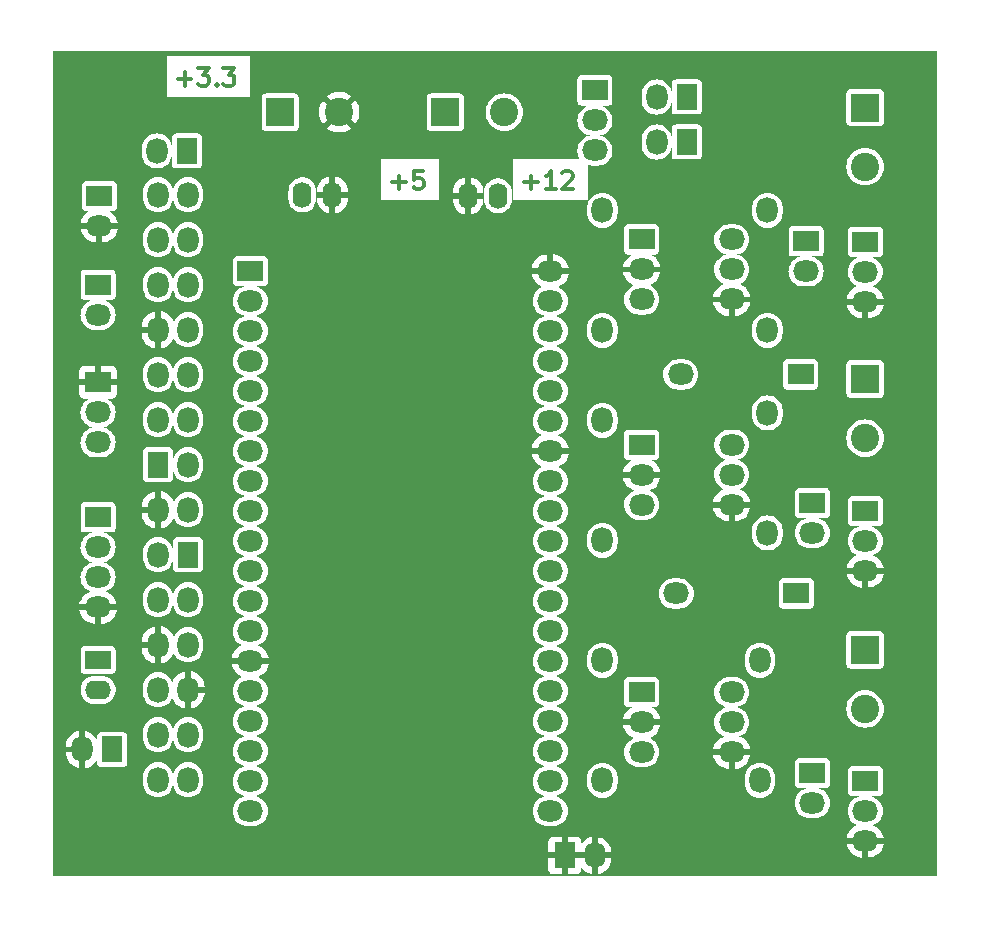
<source format=gbr>
%TF.GenerationSoftware,KiCad,Pcbnew,(7.0.0)*%
%TF.CreationDate,2023-03-16T11:03:51-04:00*%
%TF.ProjectId,EPOT_COMMAND_BOARD,45504f54-5f43-44f4-9d4d-414e445f424f,rev?*%
%TF.SameCoordinates,Original*%
%TF.FileFunction,Copper,L1,Top*%
%TF.FilePolarity,Positive*%
%FSLAX46Y46*%
G04 Gerber Fmt 4.6, Leading zero omitted, Abs format (unit mm)*
G04 Created by KiCad (PCBNEW (7.0.0)) date 2023-03-16 11:03:51*
%MOMM*%
%LPD*%
G01*
G04 APERTURE LIST*
%ADD10C,0.300000*%
%TA.AperFunction,NonConductor*%
%ADD11C,0.300000*%
%TD*%
%TA.AperFunction,ComponentPad*%
%ADD12R,2.200000X1.800000*%
%TD*%
%TA.AperFunction,ComponentPad*%
%ADD13O,2.200000X1.800000*%
%TD*%
%TA.AperFunction,ComponentPad*%
%ADD14O,1.800000X2.200000*%
%TD*%
%TA.AperFunction,ComponentPad*%
%ADD15R,2.400000X2.400000*%
%TD*%
%TA.AperFunction,ComponentPad*%
%ADD16C,2.400000*%
%TD*%
%TA.AperFunction,ComponentPad*%
%ADD17R,1.800000X2.200000*%
%TD*%
%TA.AperFunction,ComponentPad*%
%ADD18R,2.200000X1.600000*%
%TD*%
%TA.AperFunction,ComponentPad*%
%ADD19O,2.200000X1.600000*%
%TD*%
%TA.AperFunction,ComponentPad*%
%ADD20O,1.600000X2.200000*%
%TD*%
%TA.AperFunction,ViaPad*%
%ADD21C,5.000000*%
%TD*%
G04 APERTURE END LIST*
D10*
D11*
X141581142Y-61967142D02*
X142724000Y-61967142D01*
X142152571Y-62538571D02*
X142152571Y-61395714D01*
X144224000Y-62538571D02*
X143366857Y-62538571D01*
X143795428Y-62538571D02*
X143795428Y-61038571D01*
X143795428Y-61038571D02*
X143652571Y-61252857D01*
X143652571Y-61252857D02*
X143509714Y-61395714D01*
X143509714Y-61395714D02*
X143366857Y-61467142D01*
X144795428Y-61181428D02*
X144866856Y-61110000D01*
X144866856Y-61110000D02*
X145009714Y-61038571D01*
X145009714Y-61038571D02*
X145366856Y-61038571D01*
X145366856Y-61038571D02*
X145509714Y-61110000D01*
X145509714Y-61110000D02*
X145581142Y-61181428D01*
X145581142Y-61181428D02*
X145652571Y-61324285D01*
X145652571Y-61324285D02*
X145652571Y-61467142D01*
X145652571Y-61467142D02*
X145581142Y-61681428D01*
X145581142Y-61681428D02*
X144723999Y-62538571D01*
X144723999Y-62538571D02*
X145652571Y-62538571D01*
D10*
D11*
X130405142Y-61967142D02*
X131548000Y-61967142D01*
X130976571Y-62538571D02*
X130976571Y-61395714D01*
X132976571Y-61038571D02*
X132262285Y-61038571D01*
X132262285Y-61038571D02*
X132190857Y-61752857D01*
X132190857Y-61752857D02*
X132262285Y-61681428D01*
X132262285Y-61681428D02*
X132405143Y-61610000D01*
X132405143Y-61610000D02*
X132762285Y-61610000D01*
X132762285Y-61610000D02*
X132905143Y-61681428D01*
X132905143Y-61681428D02*
X132976571Y-61752857D01*
X132976571Y-61752857D02*
X133048000Y-61895714D01*
X133048000Y-61895714D02*
X133048000Y-62252857D01*
X133048000Y-62252857D02*
X132976571Y-62395714D01*
X132976571Y-62395714D02*
X132905143Y-62467142D01*
X132905143Y-62467142D02*
X132762285Y-62538571D01*
X132762285Y-62538571D02*
X132405143Y-62538571D01*
X132405143Y-62538571D02*
X132262285Y-62467142D01*
X132262285Y-62467142D02*
X132190857Y-62395714D01*
D10*
D11*
X112244142Y-53204142D02*
X113387000Y-53204142D01*
X112815571Y-53775571D02*
X112815571Y-52632714D01*
X113958428Y-52275571D02*
X114887000Y-52275571D01*
X114887000Y-52275571D02*
X114387000Y-52847000D01*
X114387000Y-52847000D02*
X114601285Y-52847000D01*
X114601285Y-52847000D02*
X114744143Y-52918428D01*
X114744143Y-52918428D02*
X114815571Y-52989857D01*
X114815571Y-52989857D02*
X114887000Y-53132714D01*
X114887000Y-53132714D02*
X114887000Y-53489857D01*
X114887000Y-53489857D02*
X114815571Y-53632714D01*
X114815571Y-53632714D02*
X114744143Y-53704142D01*
X114744143Y-53704142D02*
X114601285Y-53775571D01*
X114601285Y-53775571D02*
X114172714Y-53775571D01*
X114172714Y-53775571D02*
X114029857Y-53704142D01*
X114029857Y-53704142D02*
X113958428Y-53632714D01*
X115529856Y-53632714D02*
X115601285Y-53704142D01*
X115601285Y-53704142D02*
X115529856Y-53775571D01*
X115529856Y-53775571D02*
X115458428Y-53704142D01*
X115458428Y-53704142D02*
X115529856Y-53632714D01*
X115529856Y-53632714D02*
X115529856Y-53775571D01*
X116101285Y-52275571D02*
X117029857Y-52275571D01*
X117029857Y-52275571D02*
X116529857Y-52847000D01*
X116529857Y-52847000D02*
X116744142Y-52847000D01*
X116744142Y-52847000D02*
X116887000Y-52918428D01*
X116887000Y-52918428D02*
X116958428Y-52989857D01*
X116958428Y-52989857D02*
X117029857Y-53132714D01*
X117029857Y-53132714D02*
X117029857Y-53489857D01*
X117029857Y-53489857D02*
X116958428Y-53632714D01*
X116958428Y-53632714D02*
X116887000Y-53704142D01*
X116887000Y-53704142D02*
X116744142Y-53775571D01*
X116744142Y-53775571D02*
X116315571Y-53775571D01*
X116315571Y-53775571D02*
X116172714Y-53704142D01*
X116172714Y-53704142D02*
X116101285Y-53632714D01*
D12*
%TO.P,Q1,1,G*%
%TO.N,Net-(Q1-G)*%
X170433999Y-66990499D03*
D13*
%TO.P,Q1,2,D*%
%TO.N,Net-(D6-A)*%
X170433999Y-69530499D03*
%TO.P,Q1,3,S*%
%TO.N,GND*%
X170433999Y-72070499D03*
%TD*%
D14*
%TO.P,R13,1*%
%TO.N,/Pump_Control*%
X148179999Y-74501499D03*
%TO.P,R13,2*%
%TO.N,Net-(R13-Pad2)*%
X148179999Y-64341499D03*
%TD*%
D15*
%TO.P,Ext1,1,1*%
%TO.N,+3.3V*%
X120906799Y-56019199D03*
D16*
%TO.P,Ext1,2,2*%
%TO.N,GND*%
X125906800Y-56019200D03*
%TD*%
D14*
%TO.P,R9,1*%
%TO.N,GND*%
X110559999Y-89684999D03*
%TO.P,R9,2*%
%TO.N,Net-(D3-K)*%
X113099999Y-89684999D03*
%TD*%
%TO.P,R1,1*%
%TO.N,Net-(D1-K)*%
X110559999Y-104924999D03*
%TO.P,R1,2*%
%TO.N,GND*%
X113099999Y-104924999D03*
%TD*%
D12*
%TO.P,Q2,1,G*%
%TO.N,Net-(Q2-G)*%
X170433999Y-89788999D03*
D13*
%TO.P,Q2,2,D*%
%TO.N,Net-(Q2-D)*%
X170433999Y-92328999D03*
%TO.P,Q2,3,S*%
%TO.N,GND*%
X170433999Y-94868999D03*
%TD*%
D17*
%TO.P,D2,1,K*%
%TO.N,Net-(D2-K)*%
X112999999Y-59304999D03*
D14*
%TO.P,D2,2,A*%
%TO.N,+3.3V*%
X110459999Y-59304999D03*
%TD*%
D12*
%TO.P,JP1,1,A*%
%TO.N,+12V*%
X147544999Y-54181499D03*
D13*
%TO.P,JP1,2,C*%
%TO.N,Net-(D5-A)*%
X147544999Y-56721499D03*
%TO.P,JP1,3,B*%
%TO.N,+5V*%
X147544999Y-59261499D03*
%TD*%
D14*
%TO.P,R14,1*%
%TO.N,Net-(Q1-G)*%
X162149999Y-64341499D03*
%TO.P,R14,2*%
%TO.N,+3.3V*%
X162149999Y-74501499D03*
%TD*%
D12*
%TO.P,Q3,1,G*%
%TO.N,Net-(Q3-G)*%
X170433999Y-112648999D03*
D13*
%TO.P,Q3,2,D*%
%TO.N,Net-(Q3-D)*%
X170433999Y-115188999D03*
%TO.P,Q3,3,S*%
%TO.N,GND*%
X170433999Y-117728999D03*
%TD*%
D14*
%TO.P,R17,1*%
%TO.N,/UV_Control*%
X148179999Y-112601499D03*
%TO.P,R17,2*%
%TO.N,Net-(R17-Pad2)*%
X148179999Y-102441499D03*
%TD*%
D12*
%TO.P,D7,1,K*%
%TO.N,Net-(D7-K)*%
X164972999Y-78231999D03*
D13*
%TO.P,D7,2,A*%
%TO.N,+5V*%
X154812999Y-78231999D03*
%TD*%
D12*
%TO.P,TP3,1*%
%TO.N,Net-(Q3-G)*%
X165959999Y-111966499D03*
D13*
%TO.P,TP3,2*%
X165959999Y-114506499D03*
%TD*%
D17*
%TO.P,D4,1,K*%
%TO.N,Net-(D4-K)*%
X113099999Y-93494999D03*
D14*
%TO.P,D4,2,A*%
%TO.N,Net-(D4-A)*%
X110559999Y-93494999D03*
%TD*%
D12*
%TO.P,EXT6,1,GND*%
%TO.N,GND*%
X105479999Y-78889999D03*
D13*
%TO.P,EXT6,2,Vcc*%
%TO.N,+3.3V*%
X105479999Y-81429999D03*
%TO.P,EXT6,3,Aout*%
%TO.N,Net-(EXT6-Aout)*%
X105479999Y-83969999D03*
%TD*%
D12*
%TO.P,U4,1*%
%TO.N,Net-(R17-Pad2)*%
X151510999Y-105128999D03*
D13*
%TO.P,U4,2*%
%TO.N,GND*%
X151510999Y-107668999D03*
%TO.P,U4,3,NC*%
%TO.N,unconnected-(U4-NC-Pad3)*%
X151510999Y-110208999D03*
%TO.P,U4,4*%
%TO.N,GND*%
X159130999Y-110208999D03*
%TO.P,U4,5*%
%TO.N,Net-(Q3-G)*%
X159130999Y-107668999D03*
%TO.P,U4,6*%
%TO.N,unconnected-(U4-Pad6)*%
X159130999Y-105128999D03*
%TD*%
D15*
%TO.P,Ext4,1,1*%
%TO.N,Net-(D7-K)*%
X170421799Y-78612999D03*
D16*
%TO.P,Ext4,2,2*%
%TO.N,Net-(Q2-D)*%
X170421800Y-83613000D03*
%TD*%
D12*
%TO.P,TP2,1*%
%TO.N,Net-(Q2-G)*%
X165959999Y-89106499D03*
D13*
%TO.P,TP2,2*%
X165959999Y-91646499D03*
%TD*%
D12*
%TO.P,U1,1,3V3*%
%TO.N,+3.3V*%
X118363999Y-69468999D03*
D13*
%TO.P,U1,2,EN*%
X118363999Y-72008999D03*
%TO.P,U1,3,IO36/A0*%
%TO.N,/ADC_Top_Ref*%
X118363999Y-74548999D03*
%TO.P,U1,4,IO39/A3*%
%TO.N,/Thermistor_Out*%
X118363999Y-77088999D03*
%TO.P,U1,5,IO34/A6*%
%TO.N,/Photo_Out*%
X118363999Y-79628999D03*
%TO.P,U1,6,IO35/A7*%
%TO.N,/Humidity_Sensor_Out*%
X118363999Y-82168999D03*
%TO.P,U1,7,IO32/A4*%
%TO.N,unconnected-(U1-IO32{slash}A4-Pad7)*%
X118363999Y-84708999D03*
%TO.P,U1,8,IO33/A5*%
%TO.N,unconnected-(U1-IO33{slash}A5-Pad8)*%
X118363999Y-87248999D03*
%TO.P,U1,9,IO25/A18*%
%TO.N,unconnected-(U1-IO25{slash}A18-Pad9)*%
X118363999Y-89788999D03*
%TO.P,U1,10,IO26/A19*%
%TO.N,/Ultrasonic_Sensor_Trig*%
X118363999Y-92328999D03*
%TO.P,U1,11,IO27/A17*%
%TO.N,/Ultrasonic_Sensor_Echo*%
X118363999Y-94868999D03*
%TO.P,U1,12,IO14/A16*%
%TO.N,/Sync_Button*%
X118363999Y-97408999D03*
%TO.P,U1,13,IO12/A15*%
%TO.N,/Status_LED*%
X118363999Y-99948999D03*
%TO.P,U1,14,GND*%
%TO.N,GND*%
X118363999Y-102488999D03*
%TO.P,U1,15,IO13/A14*%
%TO.N,unconnected-(U1-IO13{slash}A14-Pad15)*%
X118363999Y-105028999D03*
%TO.P,U1,16,IO9*%
%TO.N,unconnected-(U1-IO9-Pad16)*%
X118363999Y-107568999D03*
%TO.P,U1,17,IO10*%
%TO.N,unconnected-(U1-IO10-Pad17)*%
X118363999Y-110108999D03*
%TO.P,U1,18,IO11*%
%TO.N,unconnected-(U1-IO11-Pad18)*%
X118363999Y-112648999D03*
%TO.P,U1,19,5V_IN*%
%TO.N,unconnected-(U1-5V_IN-Pad19)*%
X118363999Y-115188999D03*
%TO.P,U1,20,IO6*%
%TO.N,unconnected-(U1-IO6-Pad20)*%
X143763999Y-115188999D03*
%TO.P,U1,21,IO7*%
%TO.N,unconnected-(U1-IO7-Pad21)*%
X143763999Y-112648999D03*
%TO.P,U1,22,IO8*%
%TO.N,unconnected-(U1-IO8-Pad22)*%
X143763999Y-110108999D03*
%TO.P,U1,23,IO15/A13*%
%TO.N,unconnected-(U1-IO15{slash}A13-Pad23)*%
X143763999Y-107568999D03*
%TO.P,U1,24,IO2/A12*%
%TO.N,unconnected-(U1-IO2{slash}A12-Pad24)*%
X143763999Y-105028999D03*
%TO.P,U1,25,IO0/A11*%
%TO.N,unconnected-(U1-IO0{slash}A11-Pad25)*%
X143763999Y-102488999D03*
%TO.P,U1,26,IO4/A10*%
%TO.N,unconnected-(U1-IO4{slash}A10-Pad26)*%
X143763999Y-99948999D03*
%TO.P,U1,27,IO16*%
%TO.N,/UV_Control*%
X143763999Y-97408999D03*
%TO.P,U1,28,IO17*%
%TO.N,/LED_Control*%
X143763999Y-94868999D03*
%TO.P,U1,29,IO5*%
%TO.N,unconnected-(U1-IO5-Pad29)*%
X143763999Y-92328999D03*
%TO.P,U1,30,IO18*%
%TO.N,/Pump_Control*%
X143763999Y-89788999D03*
%TO.P,U1,31,IO19*%
%TO.N,unconnected-(U1-IO19-Pad31)*%
X143763999Y-87248999D03*
%TO.P,U1,32,GND*%
%TO.N,GND*%
X143763999Y-84708999D03*
%TO.P,U1,33,IO21*%
%TO.N,unconnected-(U1-IO21-Pad33)*%
X143763999Y-82168999D03*
%TO.P,U1,34,IO3/RX*%
%TO.N,unconnected-(U1-IO3{slash}RX-Pad34)*%
X143763999Y-79628999D03*
%TO.P,U1,35,IO1/TX*%
%TO.N,unconnected-(U1-IO1{slash}TX-Pad35)*%
X143763999Y-77088999D03*
%TO.P,U1,36,IO22*%
%TO.N,unconnected-(U1-IO22-Pad36)*%
X143763999Y-74548999D03*
%TO.P,U1,37,IO23*%
%TO.N,unconnected-(U1-IO23-Pad37)*%
X143763999Y-72008999D03*
%TO.P,U1,38,GND*%
%TO.N,GND*%
X143763999Y-69468999D03*
%TD*%
D14*
%TO.P,R10,1*%
%TO.N,/Ultrasonic_Sensor_Echo*%
X113099999Y-97304999D03*
%TO.P,R10,2*%
%TO.N,Net-(D4-K)*%
X110559999Y-97304999D03*
%TD*%
D12*
%TO.P,TP1,1*%
%TO.N,Net-(Q1-G)*%
X165423999Y-66951999D03*
D13*
%TO.P,TP1,2*%
X165423999Y-69491999D03*
%TD*%
D17*
%TO.P,TP4,1*%
%TO.N,GND*%
X145004999Y-118951499D03*
D14*
%TO.P,TP4,2*%
X147544999Y-118951499D03*
%TD*%
D17*
%TO.P,D5,1,K*%
%TO.N,Net-(D5-K)*%
X155320999Y-54736999D03*
D14*
%TO.P,D5,2,A*%
%TO.N,Net-(D5-A)*%
X152780999Y-54736999D03*
%TD*%
%TO.P,R4,1*%
%TO.N,/ADC_Top_Ref*%
X113099999Y-63014999D03*
%TO.P,R4,2*%
%TO.N,Net-(D2-K)*%
X110559999Y-63014999D03*
%TD*%
D15*
%TO.P,Ext2,1,1*%
%TO.N,+5V*%
X134876799Y-56019199D03*
D16*
%TO.P,Ext2,2,2*%
%TO.N,+12V*%
X139876800Y-56019200D03*
%TD*%
D17*
%TO.P,D6,1,K*%
%TO.N,Net-(D5-K)*%
X155320999Y-58546999D03*
D14*
%TO.P,D6,2,A*%
%TO.N,Net-(D6-A)*%
X152780999Y-58546999D03*
%TD*%
%TO.P,R15,1*%
%TO.N,/LED_Control*%
X148179999Y-92281499D03*
%TO.P,R15,2*%
%TO.N,Net-(R15-Pad2)*%
X148179999Y-82121499D03*
%TD*%
D12*
%TO.P,U2,1*%
%TO.N,Net-(R13-Pad2)*%
X151510999Y-66801999D03*
D13*
%TO.P,U2,2*%
%TO.N,GND*%
X151510999Y-69341999D03*
%TO.P,U2,3,NC*%
%TO.N,unconnected-(U2-NC-Pad3)*%
X151510999Y-71881999D03*
%TO.P,U2,4*%
%TO.N,GND*%
X159130999Y-71881999D03*
%TO.P,U2,5*%
%TO.N,Net-(Q1-G)*%
X159130999Y-69341999D03*
%TO.P,U2,6*%
%TO.N,unconnected-(U2-Pad6)*%
X159130999Y-66801999D03*
%TD*%
D14*
%TO.P,R16,1*%
%TO.N,Net-(Q2-G)*%
X162149999Y-81486499D03*
%TO.P,R16,2*%
%TO.N,+3.3V*%
X162149999Y-91646499D03*
%TD*%
%TO.P,R2,1*%
%TO.N,+3.3V*%
X110559999Y-108734999D03*
%TO.P,R2,2*%
%TO.N,Net-(R2-Pad2)*%
X113099999Y-108734999D03*
%TD*%
%TO.P,R6,1*%
%TO.N,/Thermistor_Out*%
X113099999Y-70634999D03*
%TO.P,R6,2*%
%TO.N,Net-(R5-Pad2)*%
X110559999Y-70634999D03*
%TD*%
D12*
%TO.P,TH1,1*%
%TO.N,Net-(R5-Pad2)*%
X105579999Y-63114999D03*
D13*
%TO.P,TH1,2*%
%TO.N,GND*%
X105579999Y-65654999D03*
%TD*%
D14*
%TO.P,R11,1*%
%TO.N,GND*%
X110559999Y-101114999D03*
%TO.P,R11,2*%
%TO.N,/Ultrasonic_Sensor_Echo*%
X113099999Y-101114999D03*
%TD*%
%TO.P,R18,1*%
%TO.N,Net-(Q3-G)*%
X161514999Y-102441499D03*
%TO.P,R18,2*%
%TO.N,+3.3V*%
X161514999Y-112601499D03*
%TD*%
D12*
%TO.P,EXT7,1,Vcc*%
%TO.N,+3.3V*%
X105479999Y-90319999D03*
D13*
%TO.P,EXT7,2,Trig*%
%TO.N,Net-(D3-K)*%
X105479999Y-92859999D03*
%TO.P,EXT7,3,Echo*%
%TO.N,Net-(D4-A)*%
X105479999Y-95399999D03*
%TO.P,EXT7,4,GND*%
%TO.N,GND*%
X105479999Y-97939999D03*
%TD*%
D14*
%TO.P,R3,1*%
%TO.N,/Sync_Button*%
X113099999Y-112544999D03*
%TO.P,R3,2*%
%TO.N,Net-(R2-Pad2)*%
X110559999Y-112544999D03*
%TD*%
D17*
%TO.P,D3,1,K*%
%TO.N,Net-(D3-K)*%
X110559999Y-85874999D03*
D14*
%TO.P,D3,2,A*%
%TO.N,/Ultrasonic_Sensor_Trig*%
X113099999Y-85874999D03*
%TD*%
D12*
%TO.P,PH1,1*%
%TO.N,Net-(D2-K)*%
X105479999Y-70634999D03*
D13*
%TO.P,PH1,2*%
%TO.N,Net-(PH1-Pad2)*%
X105479999Y-73174999D03*
%TD*%
D18*
%TO.P,D1,1,K*%
%TO.N,Net-(D1-K)*%
X105479999Y-102384999D03*
D19*
%TO.P,D1,2,A*%
%TO.N,/Status_LED*%
X105479999Y-104924999D03*
%TD*%
D14*
%TO.P,R5,1*%
%TO.N,Net-(D2-K)*%
X113099999Y-66824999D03*
%TO.P,R5,2*%
%TO.N,Net-(R5-Pad2)*%
X110559999Y-66824999D03*
%TD*%
D20*
%TO.P,C2,1*%
%TO.N,+5V*%
X139345999Y-63091999D03*
%TO.P,C2,2*%
%TO.N,GND*%
X136805999Y-63091999D03*
%TD*%
D14*
%TO.P,R12,1*%
%TO.N,Net-(EXT6-Aout)*%
X110559999Y-82064999D03*
%TO.P,R12,2*%
%TO.N,/Humidity_Sensor_Out*%
X113099999Y-82064999D03*
%TD*%
D20*
%TO.P,C1,1*%
%TO.N,+3.3V*%
X122781999Y-63018999D03*
%TO.P,C1,2*%
%TO.N,GND*%
X125321999Y-63018999D03*
%TD*%
D17*
%TO.P,SW1,1,A*%
%TO.N,Net-(R2-Pad2)*%
X106679999Y-109981999D03*
D14*
%TO.P,SW1,2,A*%
%TO.N,GND*%
X104139999Y-109981999D03*
%TD*%
D12*
%TO.P,D8,1,K*%
%TO.N,Net-(D8-K)*%
X164591999Y-96773999D03*
D13*
%TO.P,D8,2,A*%
%TO.N,+5V*%
X154431999Y-96773999D03*
%TD*%
D14*
%TO.P,R7,1*%
%TO.N,/Photo_Out*%
X113099999Y-78254999D03*
%TO.P,R7,2*%
%TO.N,Net-(PH1-Pad2)*%
X110559999Y-78254999D03*
%TD*%
D12*
%TO.P,U3,1*%
%TO.N,Net-(R15-Pad2)*%
X151510999Y-84173999D03*
D13*
%TO.P,U3,2*%
%TO.N,GND*%
X151510999Y-86713999D03*
%TO.P,U3,3,NC*%
%TO.N,unconnected-(U3-NC-Pad3)*%
X151510999Y-89253999D03*
%TO.P,U3,4*%
%TO.N,GND*%
X159130999Y-89253999D03*
%TO.P,U3,5*%
%TO.N,Net-(Q2-G)*%
X159130999Y-86713999D03*
%TO.P,U3,6*%
%TO.N,unconnected-(U3-Pad6)*%
X159130999Y-84173999D03*
%TD*%
D15*
%TO.P,Ext5,1,1*%
%TO.N,Net-(D8-K)*%
X170421799Y-101551999D03*
D16*
%TO.P,Ext5,2,2*%
%TO.N,Net-(Q3-D)*%
X170421800Y-106552000D03*
%TD*%
D15*
%TO.P,Ext3,1,1*%
%TO.N,Net-(D5-K)*%
X170421799Y-55628799D03*
D16*
%TO.P,Ext3,2,2*%
%TO.N,Net-(D6-A)*%
X170421800Y-60628800D03*
%TD*%
D14*
%TO.P,R8,1*%
%TO.N,Net-(PH1-Pad2)*%
X113099999Y-74444999D03*
%TO.P,R8,2*%
%TO.N,GND*%
X110559999Y-74444999D03*
%TD*%
D21*
%TO.N,GND*%
X105600000Y-116800000D03*
X105600000Y-54800000D03*
X161600000Y-54800000D03*
X154600000Y-116800000D03*
%TD*%
%TA.AperFunction,Conductor*%
%TO.N,GND*%
G36*
X176521073Y-50878927D02*
G01*
X176524500Y-50887200D01*
X176524500Y-120712800D01*
X176521073Y-120721073D01*
X176512800Y-120724500D01*
X101687200Y-120724500D01*
X101678927Y-120721073D01*
X101675500Y-120712800D01*
X101675500Y-120099019D01*
X143605000Y-120099019D01*
X143605032Y-120099634D01*
X143611323Y-120158149D01*
X143611657Y-120159562D01*
X143661354Y-120292803D01*
X143662148Y-120294259D01*
X143747310Y-120408020D01*
X143748479Y-120409189D01*
X143862240Y-120494351D01*
X143863696Y-120495145D01*
X143996937Y-120544842D01*
X143998350Y-120545176D01*
X144056865Y-120551467D01*
X144057481Y-120551500D01*
X144752673Y-120551500D01*
X144754318Y-120550818D01*
X144755000Y-120549173D01*
X145255000Y-120549173D01*
X145255681Y-120550818D01*
X145257327Y-120551500D01*
X145952519Y-120551500D01*
X145953134Y-120551467D01*
X146011649Y-120545176D01*
X146013062Y-120544842D01*
X146146303Y-120495145D01*
X146147759Y-120494351D01*
X146261520Y-120409189D01*
X146262689Y-120408020D01*
X146347851Y-120294259D01*
X146348645Y-120292803D01*
X146398342Y-120159562D01*
X146398676Y-120158149D01*
X146404967Y-120099634D01*
X146405000Y-120099019D01*
X146405000Y-120003133D01*
X146407293Y-119996176D01*
X146413274Y-119991946D01*
X146420598Y-119992101D01*
X146426394Y-119996581D01*
X146451538Y-120033783D01*
X146452150Y-120034541D01*
X146616366Y-120205882D01*
X146617112Y-120206537D01*
X146807919Y-120347657D01*
X146808759Y-120348174D01*
X147020663Y-120455014D01*
X147021594Y-120455389D01*
X147248501Y-120524878D01*
X147249483Y-120525090D01*
X147293344Y-120530706D01*
X147294635Y-120530504D01*
X147295000Y-120529251D01*
X147295000Y-120528017D01*
X147795000Y-120528017D01*
X147795387Y-120529283D01*
X147796713Y-120529396D01*
X147955945Y-120495079D01*
X147956897Y-120494787D01*
X148177103Y-120406301D01*
X148177985Y-120405856D01*
X148380069Y-120281428D01*
X148380870Y-120280836D01*
X148559023Y-120124041D01*
X148559702Y-120123333D01*
X148708793Y-119938686D01*
X148709350Y-119937863D01*
X148825088Y-119730684D01*
X148825498Y-119729777D01*
X148904559Y-119506012D01*
X148904808Y-119505055D01*
X148944916Y-119271146D01*
X148945000Y-119270161D01*
X148945000Y-119203827D01*
X148944318Y-119202181D01*
X148942673Y-119201500D01*
X147797327Y-119201500D01*
X147795681Y-119202181D01*
X147795000Y-119203827D01*
X147795000Y-120528017D01*
X147295000Y-120528017D01*
X147295000Y-119203827D01*
X147294318Y-119202181D01*
X147292673Y-119201500D01*
X145257327Y-119201500D01*
X145255681Y-119202181D01*
X145255000Y-119203827D01*
X145255000Y-120549173D01*
X144755000Y-120549173D01*
X144755000Y-119203827D01*
X144754318Y-119202181D01*
X144752673Y-119201500D01*
X143607327Y-119201500D01*
X143605681Y-119202181D01*
X143605000Y-119203827D01*
X143605000Y-120099019D01*
X101675500Y-120099019D01*
X101675500Y-118699173D01*
X143605000Y-118699173D01*
X143605681Y-118700818D01*
X143607327Y-118701500D01*
X144752673Y-118701500D01*
X144754318Y-118700818D01*
X144755000Y-118699173D01*
X145255000Y-118699173D01*
X145255681Y-118700818D01*
X145257327Y-118701500D01*
X147292673Y-118701500D01*
X147294318Y-118700818D01*
X147295000Y-118699173D01*
X147795000Y-118699173D01*
X147795681Y-118700818D01*
X147797327Y-118701500D01*
X148942673Y-118701500D01*
X148944318Y-118700818D01*
X148945000Y-118699173D01*
X148945000Y-118692286D01*
X148944978Y-118691770D01*
X148929893Y-118514537D01*
X148929724Y-118513558D01*
X148869927Y-118283905D01*
X148869593Y-118282959D01*
X148771844Y-118066712D01*
X148771362Y-118065849D01*
X148713820Y-117980713D01*
X168856103Y-117980713D01*
X168890420Y-118139945D01*
X168890712Y-118140897D01*
X168979198Y-118361103D01*
X168979643Y-118361985D01*
X169104071Y-118564069D01*
X169104663Y-118564870D01*
X169261458Y-118743023D01*
X169262166Y-118743702D01*
X169446813Y-118892793D01*
X169447636Y-118893350D01*
X169654815Y-119009088D01*
X169655722Y-119009498D01*
X169879487Y-119088559D01*
X169880444Y-119088808D01*
X170114353Y-119128916D01*
X170115339Y-119129000D01*
X170181673Y-119129000D01*
X170183318Y-119128318D01*
X170184000Y-119126673D01*
X170684000Y-119126673D01*
X170684681Y-119128318D01*
X170686327Y-119129000D01*
X170693214Y-119129000D01*
X170693729Y-119128978D01*
X170870962Y-119113893D01*
X170871941Y-119113724D01*
X171101594Y-119053927D01*
X171102540Y-119053593D01*
X171318787Y-118955844D01*
X171319650Y-118955362D01*
X171516283Y-118822461D01*
X171517041Y-118821849D01*
X171688382Y-118657633D01*
X171689037Y-118656887D01*
X171830157Y-118466080D01*
X171830674Y-118465240D01*
X171937514Y-118253336D01*
X171937889Y-118252405D01*
X172007378Y-118025498D01*
X172007590Y-118024516D01*
X172013206Y-117980655D01*
X172013004Y-117979364D01*
X172011751Y-117979000D01*
X170686327Y-117979000D01*
X170684681Y-117979681D01*
X170684000Y-117981327D01*
X170684000Y-119126673D01*
X170184000Y-119126673D01*
X170184000Y-117981327D01*
X170183318Y-117979681D01*
X170181673Y-117979000D01*
X168857483Y-117979000D01*
X168856216Y-117979387D01*
X168856103Y-117980713D01*
X148713820Y-117980713D01*
X148638461Y-117869216D01*
X148637849Y-117868458D01*
X148473633Y-117697117D01*
X148472887Y-117696462D01*
X148282080Y-117555342D01*
X148281240Y-117554825D01*
X148127566Y-117477344D01*
X168854793Y-117477344D01*
X168854995Y-117478635D01*
X168856249Y-117479000D01*
X172010517Y-117479000D01*
X172011783Y-117478612D01*
X172011896Y-117477286D01*
X171977579Y-117318054D01*
X171977287Y-117317102D01*
X171888801Y-117096896D01*
X171888356Y-117096014D01*
X171763928Y-116893930D01*
X171763336Y-116893129D01*
X171606541Y-116714976D01*
X171605833Y-116714297D01*
X171421186Y-116565206D01*
X171420363Y-116564649D01*
X171213184Y-116448911D01*
X171212277Y-116448501D01*
X171098746Y-116408388D01*
X171093258Y-116404341D01*
X171090958Y-116397921D01*
X171092627Y-116391310D01*
X171097698Y-116386752D01*
X171277197Y-116303051D01*
X171460879Y-116174436D01*
X171619436Y-116015879D01*
X171748051Y-115832198D01*
X171842816Y-115628973D01*
X171900852Y-115412380D01*
X171920395Y-115189000D01*
X171900852Y-114965620D01*
X171842816Y-114749027D01*
X171748051Y-114545803D01*
X171619436Y-114362121D01*
X171460879Y-114203564D01*
X171460460Y-114203271D01*
X171460457Y-114203268D01*
X171369037Y-114139256D01*
X171277197Y-114074949D01*
X171276732Y-114074732D01*
X171276730Y-114074731D01*
X171074437Y-113980400D01*
X171074433Y-113980398D01*
X171073973Y-113980184D01*
X171073477Y-113980051D01*
X171073474Y-113980050D01*
X170974391Y-113953501D01*
X170967691Y-113948700D01*
X170965819Y-113940673D01*
X170969705Y-113933403D01*
X170977419Y-113930500D01*
X171569777Y-113930500D01*
X171570206Y-113930500D01*
X171644361Y-113919696D01*
X171758746Y-113863776D01*
X171848776Y-113773746D01*
X171904696Y-113659361D01*
X171915500Y-113585206D01*
X171915500Y-111712794D01*
X171904696Y-111638639D01*
X171848776Y-111524254D01*
X171758746Y-111434224D01*
X171725455Y-111417949D01*
X171645175Y-111378702D01*
X171644361Y-111378304D01*
X171643465Y-111378173D01*
X171643464Y-111378173D01*
X171570628Y-111367561D01*
X171570621Y-111367560D01*
X171570206Y-111367500D01*
X169297794Y-111367500D01*
X169297379Y-111367560D01*
X169297371Y-111367561D01*
X169224535Y-111378173D01*
X169224532Y-111378173D01*
X169223639Y-111378304D01*
X169222826Y-111378701D01*
X169222824Y-111378702D01*
X169110126Y-111433797D01*
X169110122Y-111433799D01*
X169109254Y-111434224D01*
X169108569Y-111434908D01*
X169108566Y-111434911D01*
X169019911Y-111523566D01*
X169019908Y-111523569D01*
X169019224Y-111524254D01*
X169018799Y-111525122D01*
X169018797Y-111525126D01*
X168963702Y-111637824D01*
X168963304Y-111638639D01*
X168963173Y-111639532D01*
X168963173Y-111639535D01*
X168952561Y-111712371D01*
X168952560Y-111712379D01*
X168952500Y-111712794D01*
X168952500Y-113585206D01*
X168952560Y-113585621D01*
X168952561Y-113585628D01*
X168963173Y-113658464D01*
X168963304Y-113659361D01*
X168963702Y-113660175D01*
X169014101Y-113763268D01*
X169019224Y-113773746D01*
X169109254Y-113863776D01*
X169223639Y-113919696D01*
X169297794Y-113930500D01*
X169890581Y-113930500D01*
X169898295Y-113933403D01*
X169902181Y-113940673D01*
X169900309Y-113948700D01*
X169893609Y-113953501D01*
X169794525Y-113980050D01*
X169794519Y-113980052D01*
X169794027Y-113980184D01*
X169793570Y-113980397D01*
X169793562Y-113980400D01*
X169591269Y-114074731D01*
X169591262Y-114074734D01*
X169590803Y-114074949D01*
X169590381Y-114075244D01*
X169590380Y-114075245D01*
X169407542Y-114203268D01*
X169407533Y-114203275D01*
X169407121Y-114203564D01*
X169406761Y-114203923D01*
X169406755Y-114203929D01*
X169248929Y-114361755D01*
X169248923Y-114361761D01*
X169248564Y-114362121D01*
X169248275Y-114362533D01*
X169248268Y-114362542D01*
X169120245Y-114545379D01*
X169119949Y-114545802D01*
X169119734Y-114546261D01*
X169119731Y-114546268D01*
X169025400Y-114748562D01*
X169025397Y-114748570D01*
X169025184Y-114749027D01*
X169025052Y-114749519D01*
X169025050Y-114749525D01*
X168972412Y-114945974D01*
X168967148Y-114965620D01*
X168967103Y-114966123D01*
X168967103Y-114966129D01*
X168948868Y-115174556D01*
X168947605Y-115189000D01*
X168967148Y-115412380D01*
X168967279Y-115412871D01*
X168967280Y-115412873D01*
X169022847Y-115620254D01*
X169025184Y-115628973D01*
X169025398Y-115629433D01*
X169025400Y-115629437D01*
X169119731Y-115831730D01*
X169119949Y-115832197D01*
X169184256Y-115924038D01*
X169248268Y-116015457D01*
X169248271Y-116015460D01*
X169248564Y-116015879D01*
X169407121Y-116174436D01*
X169590803Y-116303051D01*
X169764047Y-116383836D01*
X169769992Y-116390163D01*
X169769941Y-116398845D01*
X169763921Y-116405101D01*
X169549212Y-116502155D01*
X169548349Y-116502637D01*
X169351716Y-116635538D01*
X169350958Y-116636150D01*
X169179617Y-116800366D01*
X169178962Y-116801112D01*
X169037842Y-116991919D01*
X169037325Y-116992759D01*
X168930485Y-117204663D01*
X168930110Y-117205594D01*
X168860621Y-117432501D01*
X168860409Y-117433483D01*
X168854793Y-117477344D01*
X148127566Y-117477344D01*
X148069336Y-117447985D01*
X148068405Y-117447610D01*
X147841498Y-117378121D01*
X147840516Y-117377909D01*
X147796655Y-117372293D01*
X147795364Y-117372495D01*
X147795000Y-117373749D01*
X147795000Y-118699173D01*
X147295000Y-118699173D01*
X147295000Y-117374983D01*
X147294612Y-117373716D01*
X147293286Y-117373603D01*
X147134054Y-117407920D01*
X147133102Y-117408212D01*
X146912896Y-117496698D01*
X146912014Y-117497143D01*
X146709930Y-117621571D01*
X146709129Y-117622163D01*
X146530976Y-117778958D01*
X146530297Y-117779666D01*
X146425803Y-117909081D01*
X146419888Y-117912988D01*
X146412802Y-117912763D01*
X146407148Y-117908487D01*
X146405000Y-117901731D01*
X146405000Y-117803981D01*
X146404967Y-117803365D01*
X146398676Y-117744850D01*
X146398342Y-117743437D01*
X146348645Y-117610196D01*
X146347851Y-117608740D01*
X146262689Y-117494979D01*
X146261520Y-117493810D01*
X146147759Y-117408648D01*
X146146303Y-117407854D01*
X146013062Y-117358157D01*
X146011649Y-117357823D01*
X145953134Y-117351532D01*
X145952519Y-117351500D01*
X145257327Y-117351500D01*
X145255681Y-117352181D01*
X145255000Y-117353827D01*
X145255000Y-118699173D01*
X144755000Y-118699173D01*
X144755000Y-117353827D01*
X144754318Y-117352181D01*
X144752673Y-117351500D01*
X144057481Y-117351500D01*
X144056865Y-117351532D01*
X143998350Y-117357823D01*
X143996937Y-117358157D01*
X143863696Y-117407854D01*
X143862240Y-117408648D01*
X143748479Y-117493810D01*
X143747310Y-117494979D01*
X143662148Y-117608740D01*
X143661354Y-117610196D01*
X143611657Y-117743437D01*
X143611323Y-117744850D01*
X143605032Y-117803365D01*
X143605000Y-117803981D01*
X143605000Y-118699173D01*
X101675500Y-118699173D01*
X101675500Y-112800951D01*
X109278500Y-112800951D01*
X109278522Y-112801206D01*
X109278523Y-112801222D01*
X109293103Y-112967870D01*
X109293148Y-112968380D01*
X109293279Y-112968871D01*
X109293280Y-112968873D01*
X109350307Y-113181702D01*
X109351184Y-113184973D01*
X109351398Y-113185433D01*
X109351400Y-113185437D01*
X109445731Y-113387730D01*
X109445949Y-113388197D01*
X109449134Y-113392745D01*
X109574268Y-113571457D01*
X109574271Y-113571460D01*
X109574564Y-113571879D01*
X109733121Y-113730436D01*
X109916802Y-113859051D01*
X110120027Y-113953816D01*
X110336620Y-114011852D01*
X110560000Y-114031395D01*
X110783380Y-114011852D01*
X110999973Y-113953816D01*
X111203197Y-113859051D01*
X111386879Y-113730436D01*
X111545436Y-113571879D01*
X111674051Y-113388197D01*
X111768816Y-113184973D01*
X111818699Y-112998806D01*
X111822877Y-112992553D01*
X111830000Y-112990135D01*
X111837123Y-112992553D01*
X111841300Y-112998806D01*
X111848287Y-113024880D01*
X111890307Y-113181702D01*
X111891184Y-113184973D01*
X111891398Y-113185433D01*
X111891400Y-113185437D01*
X111985731Y-113387730D01*
X111985949Y-113388197D01*
X111989134Y-113392745D01*
X112114268Y-113571457D01*
X112114271Y-113571460D01*
X112114564Y-113571879D01*
X112273121Y-113730436D01*
X112456802Y-113859051D01*
X112660027Y-113953816D01*
X112876620Y-114011852D01*
X113100000Y-114031395D01*
X113323380Y-114011852D01*
X113539973Y-113953816D01*
X113743197Y-113859051D01*
X113926879Y-113730436D01*
X114085436Y-113571879D01*
X114214051Y-113388197D01*
X114308816Y-113184973D01*
X114366852Y-112968380D01*
X114381500Y-112800951D01*
X114381500Y-112289049D01*
X114366852Y-112121620D01*
X114308816Y-111905027D01*
X114214051Y-111701803D01*
X114097219Y-111534949D01*
X114085731Y-111518542D01*
X114085729Y-111518540D01*
X114085436Y-111518121D01*
X113926879Y-111359564D01*
X113926460Y-111359271D01*
X113926457Y-111359268D01*
X113823577Y-111287231D01*
X113743198Y-111230949D01*
X113742733Y-111230732D01*
X113742731Y-111230731D01*
X113540437Y-111136400D01*
X113540433Y-111136398D01*
X113539973Y-111136184D01*
X113539477Y-111136051D01*
X113539474Y-111136050D01*
X113323873Y-111078280D01*
X113323871Y-111078279D01*
X113323380Y-111078148D01*
X113322874Y-111078103D01*
X113322870Y-111078103D01*
X113100514Y-111058650D01*
X113100000Y-111058605D01*
X113099486Y-111058650D01*
X112877129Y-111078103D01*
X112877123Y-111078103D01*
X112876620Y-111078148D01*
X112876130Y-111078279D01*
X112876126Y-111078280D01*
X112660525Y-111136050D01*
X112660519Y-111136052D01*
X112660027Y-111136184D01*
X112659570Y-111136397D01*
X112659562Y-111136400D01*
X112457269Y-111230731D01*
X112457262Y-111230734D01*
X112456803Y-111230949D01*
X112456381Y-111231244D01*
X112456380Y-111231245D01*
X112273542Y-111359268D01*
X112273533Y-111359275D01*
X112273121Y-111359564D01*
X112272761Y-111359923D01*
X112272755Y-111359929D01*
X112114929Y-111517755D01*
X112114923Y-111517761D01*
X112114564Y-111518121D01*
X112114275Y-111518533D01*
X112114268Y-111518542D01*
X111986245Y-111701380D01*
X111985949Y-111701803D01*
X111985734Y-111702262D01*
X111985731Y-111702269D01*
X111891400Y-111904562D01*
X111891397Y-111904570D01*
X111891184Y-111905027D01*
X111891052Y-111905519D01*
X111891050Y-111905525D01*
X111841301Y-112091192D01*
X111837123Y-112097446D01*
X111830000Y-112099864D01*
X111822877Y-112097446D01*
X111818699Y-112091192D01*
X111795819Y-112005802D01*
X111768816Y-111905027D01*
X111674051Y-111701803D01*
X111557219Y-111534949D01*
X111545731Y-111518542D01*
X111545729Y-111518540D01*
X111545436Y-111518121D01*
X111386879Y-111359564D01*
X111386460Y-111359271D01*
X111386457Y-111359268D01*
X111283577Y-111287231D01*
X111203198Y-111230949D01*
X111202733Y-111230732D01*
X111202731Y-111230731D01*
X111000437Y-111136400D01*
X111000433Y-111136398D01*
X110999973Y-111136184D01*
X110999477Y-111136051D01*
X110999474Y-111136050D01*
X110783873Y-111078280D01*
X110783871Y-111078279D01*
X110783380Y-111078148D01*
X110782874Y-111078103D01*
X110782870Y-111078103D01*
X110560514Y-111058650D01*
X110560000Y-111058605D01*
X110559486Y-111058650D01*
X110337129Y-111078103D01*
X110337123Y-111078103D01*
X110336620Y-111078148D01*
X110336130Y-111078279D01*
X110336126Y-111078280D01*
X110120525Y-111136050D01*
X110120519Y-111136052D01*
X110120027Y-111136184D01*
X110119570Y-111136397D01*
X110119562Y-111136400D01*
X109917269Y-111230731D01*
X109917262Y-111230734D01*
X109916803Y-111230949D01*
X109916381Y-111231244D01*
X109916380Y-111231245D01*
X109733542Y-111359268D01*
X109733533Y-111359275D01*
X109733121Y-111359564D01*
X109732761Y-111359923D01*
X109732755Y-111359929D01*
X109574929Y-111517755D01*
X109574923Y-111517761D01*
X109574564Y-111518121D01*
X109574275Y-111518533D01*
X109574268Y-111518542D01*
X109446245Y-111701380D01*
X109445949Y-111701803D01*
X109445734Y-111702262D01*
X109445731Y-111702269D01*
X109351400Y-111904562D01*
X109351397Y-111904570D01*
X109351184Y-111905027D01*
X109351052Y-111905519D01*
X109351050Y-111905525D01*
X109293280Y-112121126D01*
X109293148Y-112121620D01*
X109293103Y-112122123D01*
X109293103Y-112122129D01*
X109278523Y-112288777D01*
X109278522Y-112288794D01*
X109278500Y-112289049D01*
X109278500Y-112800951D01*
X101675500Y-112800951D01*
X101675500Y-110241214D01*
X102740000Y-110241214D01*
X102740021Y-110241729D01*
X102755106Y-110418962D01*
X102755275Y-110419941D01*
X102815072Y-110649594D01*
X102815406Y-110650540D01*
X102913155Y-110866787D01*
X102913637Y-110867650D01*
X103046538Y-111064283D01*
X103047150Y-111065041D01*
X103211366Y-111236382D01*
X103212112Y-111237037D01*
X103402919Y-111378157D01*
X103403759Y-111378674D01*
X103615663Y-111485514D01*
X103616594Y-111485889D01*
X103843501Y-111555378D01*
X103844483Y-111555590D01*
X103888344Y-111561206D01*
X103889635Y-111561004D01*
X103890000Y-111559751D01*
X103890000Y-111558517D01*
X104390000Y-111558517D01*
X104390387Y-111559783D01*
X104391713Y-111559896D01*
X104550945Y-111525579D01*
X104551897Y-111525287D01*
X104772103Y-111436801D01*
X104772985Y-111436356D01*
X104975069Y-111311928D01*
X104975870Y-111311336D01*
X105154023Y-111154541D01*
X105154702Y-111153833D01*
X105303793Y-110969186D01*
X105304350Y-110968363D01*
X105376586Y-110839057D01*
X105382208Y-110834002D01*
X105389748Y-110833441D01*
X105396057Y-110837608D01*
X105398500Y-110844763D01*
X105398500Y-111118206D01*
X105398560Y-111118621D01*
X105398561Y-111118628D01*
X105409173Y-111191464D01*
X105409304Y-111192361D01*
X105410318Y-111194436D01*
X105455683Y-111287231D01*
X105465224Y-111306746D01*
X105555254Y-111396776D01*
X105669639Y-111452696D01*
X105743794Y-111463500D01*
X107615777Y-111463500D01*
X107616206Y-111463500D01*
X107690361Y-111452696D01*
X107804746Y-111396776D01*
X107894776Y-111306746D01*
X107950696Y-111192361D01*
X107961500Y-111118206D01*
X107961500Y-108990951D01*
X109278500Y-108990951D01*
X109278522Y-108991206D01*
X109278523Y-108991222D01*
X109293103Y-109157870D01*
X109293148Y-109158380D01*
X109293279Y-109158871D01*
X109293280Y-109158873D01*
X109350904Y-109373930D01*
X109351184Y-109374973D01*
X109351398Y-109375433D01*
X109351400Y-109375437D01*
X109440386Y-109566268D01*
X109445949Y-109578197D01*
X109504875Y-109662353D01*
X109574268Y-109761457D01*
X109574271Y-109761460D01*
X109574564Y-109761879D01*
X109733121Y-109920436D01*
X109916802Y-110049051D01*
X110120027Y-110143816D01*
X110336620Y-110201852D01*
X110560000Y-110221395D01*
X110783380Y-110201852D01*
X110999973Y-110143816D01*
X111203197Y-110049051D01*
X111386879Y-109920436D01*
X111545436Y-109761879D01*
X111674051Y-109578197D01*
X111768816Y-109374973D01*
X111818699Y-109188806D01*
X111822877Y-109182553D01*
X111830000Y-109180135D01*
X111837123Y-109182553D01*
X111841301Y-109188807D01*
X111890904Y-109373930D01*
X111891184Y-109374973D01*
X111891398Y-109375433D01*
X111891400Y-109375437D01*
X111980386Y-109566268D01*
X111985949Y-109578197D01*
X112044875Y-109662353D01*
X112114268Y-109761457D01*
X112114271Y-109761460D01*
X112114564Y-109761879D01*
X112273121Y-109920436D01*
X112456802Y-110049051D01*
X112660027Y-110143816D01*
X112876620Y-110201852D01*
X113100000Y-110221395D01*
X113323380Y-110201852D01*
X113539973Y-110143816D01*
X113743197Y-110049051D01*
X113926879Y-109920436D01*
X114085436Y-109761879D01*
X114214051Y-109578197D01*
X114308816Y-109374973D01*
X114366852Y-109158380D01*
X114381500Y-108990951D01*
X114381500Y-108479049D01*
X114366852Y-108311620D01*
X114308816Y-108095027D01*
X114214051Y-107891803D01*
X114085436Y-107708121D01*
X113926879Y-107549564D01*
X113926460Y-107549271D01*
X113926457Y-107549268D01*
X113833347Y-107484072D01*
X113743198Y-107420949D01*
X113742733Y-107420732D01*
X113742731Y-107420731D01*
X113540437Y-107326400D01*
X113540433Y-107326398D01*
X113539973Y-107326184D01*
X113539477Y-107326051D01*
X113539474Y-107326050D01*
X113323873Y-107268280D01*
X113323871Y-107268279D01*
X113323380Y-107268148D01*
X113322874Y-107268103D01*
X113322870Y-107268103D01*
X113100514Y-107248650D01*
X113100000Y-107248605D01*
X113099486Y-107248650D01*
X112877129Y-107268103D01*
X112877123Y-107268103D01*
X112876620Y-107268148D01*
X112876130Y-107268279D01*
X112876126Y-107268280D01*
X112660525Y-107326050D01*
X112660519Y-107326052D01*
X112660027Y-107326184D01*
X112659570Y-107326397D01*
X112659562Y-107326400D01*
X112457269Y-107420731D01*
X112457262Y-107420734D01*
X112456803Y-107420949D01*
X112456381Y-107421244D01*
X112456380Y-107421245D01*
X112273542Y-107549268D01*
X112273533Y-107549275D01*
X112273121Y-107549564D01*
X112272761Y-107549923D01*
X112272755Y-107549929D01*
X112114929Y-107707755D01*
X112114923Y-107707761D01*
X112114564Y-107708121D01*
X112114275Y-107708533D01*
X112114268Y-107708542D01*
X111986245Y-107891380D01*
X111985949Y-107891803D01*
X111985734Y-107892262D01*
X111985731Y-107892269D01*
X111891400Y-108094562D01*
X111891397Y-108094570D01*
X111891184Y-108095027D01*
X111891052Y-108095519D01*
X111891050Y-108095525D01*
X111841301Y-108281192D01*
X111837123Y-108287446D01*
X111830000Y-108289864D01*
X111822877Y-108287446D01*
X111818699Y-108281192D01*
X111800087Y-108211731D01*
X111768816Y-108095027D01*
X111674051Y-107891803D01*
X111545436Y-107708121D01*
X111386879Y-107549564D01*
X111386460Y-107549271D01*
X111386457Y-107549268D01*
X111293347Y-107484072D01*
X111203198Y-107420949D01*
X111202733Y-107420732D01*
X111202731Y-107420731D01*
X111000437Y-107326400D01*
X111000433Y-107326398D01*
X110999973Y-107326184D01*
X110999477Y-107326051D01*
X110999474Y-107326050D01*
X110783873Y-107268280D01*
X110783871Y-107268279D01*
X110783380Y-107268148D01*
X110782874Y-107268103D01*
X110782870Y-107268103D01*
X110560514Y-107248650D01*
X110560000Y-107248605D01*
X110559486Y-107248650D01*
X110337129Y-107268103D01*
X110337123Y-107268103D01*
X110336620Y-107268148D01*
X110336130Y-107268279D01*
X110336126Y-107268280D01*
X110120525Y-107326050D01*
X110120519Y-107326052D01*
X110120027Y-107326184D01*
X110119570Y-107326397D01*
X110119562Y-107326400D01*
X109917269Y-107420731D01*
X109917262Y-107420734D01*
X109916803Y-107420949D01*
X109916381Y-107421244D01*
X109916380Y-107421245D01*
X109733542Y-107549268D01*
X109733533Y-107549275D01*
X109733121Y-107549564D01*
X109732761Y-107549923D01*
X109732755Y-107549929D01*
X109574929Y-107707755D01*
X109574923Y-107707761D01*
X109574564Y-107708121D01*
X109574275Y-107708533D01*
X109574268Y-107708542D01*
X109446245Y-107891380D01*
X109445949Y-107891803D01*
X109445734Y-107892262D01*
X109445731Y-107892269D01*
X109351400Y-108094562D01*
X109351397Y-108094570D01*
X109351184Y-108095027D01*
X109351052Y-108095519D01*
X109351050Y-108095525D01*
X109293280Y-108311126D01*
X109293148Y-108311620D01*
X109293103Y-108312123D01*
X109293103Y-108312129D01*
X109278523Y-108478777D01*
X109278522Y-108478794D01*
X109278500Y-108479049D01*
X109278500Y-108990951D01*
X107961500Y-108990951D01*
X107961500Y-108845794D01*
X107950696Y-108771639D01*
X107894776Y-108657254D01*
X107804746Y-108567224D01*
X107779191Y-108554731D01*
X107691175Y-108511702D01*
X107690361Y-108511304D01*
X107689465Y-108511173D01*
X107689464Y-108511173D01*
X107616628Y-108500561D01*
X107616621Y-108500560D01*
X107616206Y-108500500D01*
X105743794Y-108500500D01*
X105743379Y-108500560D01*
X105743371Y-108500561D01*
X105670535Y-108511173D01*
X105670532Y-108511173D01*
X105669639Y-108511304D01*
X105668826Y-108511701D01*
X105668824Y-108511702D01*
X105556126Y-108566797D01*
X105556122Y-108566799D01*
X105555254Y-108567224D01*
X105554569Y-108567908D01*
X105554566Y-108567911D01*
X105465911Y-108656566D01*
X105465908Y-108656569D01*
X105465224Y-108657254D01*
X105464799Y-108658122D01*
X105464797Y-108658126D01*
X105409702Y-108770824D01*
X105409304Y-108771639D01*
X105409173Y-108772532D01*
X105409173Y-108772535D01*
X105398561Y-108845371D01*
X105398560Y-108845379D01*
X105398500Y-108845794D01*
X105398500Y-108846223D01*
X105398500Y-109112956D01*
X105395903Y-109120306D01*
X105389265Y-109124393D01*
X105381533Y-109123403D01*
X105376139Y-109117775D01*
X105366844Y-109097212D01*
X105366362Y-109096349D01*
X105233461Y-108899716D01*
X105232849Y-108898958D01*
X105068633Y-108727617D01*
X105067887Y-108726962D01*
X104877080Y-108585842D01*
X104876240Y-108585325D01*
X104664336Y-108478485D01*
X104663405Y-108478110D01*
X104436498Y-108408621D01*
X104435516Y-108408409D01*
X104391655Y-108402793D01*
X104390364Y-108402995D01*
X104390000Y-108404249D01*
X104390000Y-111558517D01*
X103890000Y-111558517D01*
X103890000Y-110234327D01*
X103889318Y-110232681D01*
X103887673Y-110232000D01*
X102742327Y-110232000D01*
X102740681Y-110232681D01*
X102740000Y-110234327D01*
X102740000Y-110241214D01*
X101675500Y-110241214D01*
X101675500Y-109729673D01*
X102740000Y-109729673D01*
X102740681Y-109731318D01*
X102742327Y-109732000D01*
X103887673Y-109732000D01*
X103889318Y-109731318D01*
X103890000Y-109729673D01*
X103890000Y-108405483D01*
X103889612Y-108404216D01*
X103888286Y-108404103D01*
X103729054Y-108438420D01*
X103728102Y-108438712D01*
X103507896Y-108527198D01*
X103507014Y-108527643D01*
X103304930Y-108652071D01*
X103304129Y-108652663D01*
X103125976Y-108809458D01*
X103125297Y-108810166D01*
X102976206Y-108994813D01*
X102975649Y-108995636D01*
X102859911Y-109202815D01*
X102859501Y-109203722D01*
X102780440Y-109427487D01*
X102780191Y-109428444D01*
X102740083Y-109662353D01*
X102740000Y-109663339D01*
X102740000Y-109729673D01*
X101675500Y-109729673D01*
X101675500Y-105034482D01*
X103998500Y-105034482D01*
X103998597Y-105035003D01*
X103998598Y-105035009D01*
X104038635Y-105249192D01*
X104038636Y-105249198D01*
X104038734Y-105249718D01*
X104038926Y-105250213D01*
X104038927Y-105250217D01*
X104046155Y-105268874D01*
X104117833Y-105453896D01*
X104118111Y-105454345D01*
X104118113Y-105454349D01*
X104232815Y-105639599D01*
X104232818Y-105639604D01*
X104233103Y-105640063D01*
X104290730Y-105703277D01*
X104380250Y-105801477D01*
X104380253Y-105801480D01*
X104380618Y-105801880D01*
X104555356Y-105933835D01*
X104751364Y-106031436D01*
X104961970Y-106091359D01*
X105125371Y-106106500D01*
X105834369Y-106106500D01*
X105834629Y-106106500D01*
X105998030Y-106091359D01*
X106208636Y-106031436D01*
X106404644Y-105933835D01*
X106579382Y-105801880D01*
X106726897Y-105640063D01*
X106842167Y-105453896D01*
X106921266Y-105249718D01*
X106934121Y-105180951D01*
X109278500Y-105180951D01*
X109278522Y-105181206D01*
X109278523Y-105181222D01*
X109286192Y-105268874D01*
X109293148Y-105348380D01*
X109293279Y-105348871D01*
X109293280Y-105348873D01*
X109321287Y-105453398D01*
X109351184Y-105564973D01*
X109351398Y-105565433D01*
X109351400Y-105565437D01*
X109415676Y-105703277D01*
X109445949Y-105768197D01*
X109449046Y-105772620D01*
X109574268Y-105951457D01*
X109574271Y-105951460D01*
X109574564Y-105951879D01*
X109733121Y-106110436D01*
X109733540Y-106110729D01*
X109733542Y-106110731D01*
X109739255Y-106114731D01*
X109916802Y-106239051D01*
X110120027Y-106333816D01*
X110336620Y-106391852D01*
X110560000Y-106411395D01*
X110783380Y-106391852D01*
X110999973Y-106333816D01*
X111203197Y-106239051D01*
X111386879Y-106110436D01*
X111545436Y-105951879D01*
X111674051Y-105768197D01*
X111754837Y-105594949D01*
X111761163Y-105589006D01*
X111769845Y-105589057D01*
X111776101Y-105595077D01*
X111873155Y-105809787D01*
X111873637Y-105810650D01*
X112006538Y-106007283D01*
X112007150Y-106008041D01*
X112171366Y-106179382D01*
X112172112Y-106180037D01*
X112362919Y-106321157D01*
X112363759Y-106321674D01*
X112575663Y-106428514D01*
X112576594Y-106428889D01*
X112803501Y-106498378D01*
X112804483Y-106498590D01*
X112848344Y-106504206D01*
X112849635Y-106504004D01*
X112850000Y-106502751D01*
X112850000Y-106501517D01*
X113350000Y-106501517D01*
X113350387Y-106502783D01*
X113351713Y-106502896D01*
X113510945Y-106468579D01*
X113511897Y-106468287D01*
X113732103Y-106379801D01*
X113732985Y-106379356D01*
X113935069Y-106254928D01*
X113935870Y-106254336D01*
X114114023Y-106097541D01*
X114114702Y-106096833D01*
X114263793Y-105912186D01*
X114264350Y-105911363D01*
X114380088Y-105704184D01*
X114380498Y-105703277D01*
X114459559Y-105479512D01*
X114459808Y-105478555D01*
X114499916Y-105244646D01*
X114500000Y-105243661D01*
X114500000Y-105177327D01*
X114499318Y-105175681D01*
X114497673Y-105175000D01*
X113352327Y-105175000D01*
X113350681Y-105175681D01*
X113350000Y-105177327D01*
X113350000Y-106501517D01*
X112850000Y-106501517D01*
X112850000Y-104672673D01*
X113350000Y-104672673D01*
X113350681Y-104674318D01*
X113352327Y-104675000D01*
X114497673Y-104675000D01*
X114499318Y-104674318D01*
X114500000Y-104672673D01*
X114500000Y-104665786D01*
X114499978Y-104665270D01*
X114484893Y-104488037D01*
X114484724Y-104487058D01*
X114424927Y-104257405D01*
X114424593Y-104256459D01*
X114326844Y-104040212D01*
X114326362Y-104039349D01*
X114193461Y-103842716D01*
X114192849Y-103841958D01*
X114028633Y-103670617D01*
X114027887Y-103669962D01*
X113837080Y-103528842D01*
X113836240Y-103528325D01*
X113624336Y-103421485D01*
X113623405Y-103421110D01*
X113396498Y-103351621D01*
X113395516Y-103351409D01*
X113351655Y-103345793D01*
X113350364Y-103345995D01*
X113350000Y-103347249D01*
X113350000Y-104672673D01*
X112850000Y-104672673D01*
X112850000Y-103348483D01*
X112849612Y-103347216D01*
X112848286Y-103347103D01*
X112689054Y-103381420D01*
X112688102Y-103381712D01*
X112467896Y-103470198D01*
X112467014Y-103470643D01*
X112264930Y-103595071D01*
X112264129Y-103595663D01*
X112085976Y-103752458D01*
X112085297Y-103753166D01*
X111936206Y-103937813D01*
X111935649Y-103938636D01*
X111819911Y-104145815D01*
X111819501Y-104146722D01*
X111779387Y-104260252D01*
X111775340Y-104265740D01*
X111768920Y-104268040D01*
X111762309Y-104266371D01*
X111757751Y-104261299D01*
X111755935Y-104257405D01*
X111674051Y-104081803D01*
X111558296Y-103916487D01*
X111545731Y-103898542D01*
X111545729Y-103898540D01*
X111545436Y-103898121D01*
X111386879Y-103739564D01*
X111386460Y-103739271D01*
X111386457Y-103739268D01*
X111226451Y-103627231D01*
X111203198Y-103610949D01*
X111202733Y-103610732D01*
X111202731Y-103610731D01*
X111000437Y-103516400D01*
X111000433Y-103516398D01*
X110999973Y-103516184D01*
X110999477Y-103516051D01*
X110999474Y-103516050D01*
X110783873Y-103458280D01*
X110783871Y-103458279D01*
X110783380Y-103458148D01*
X110782874Y-103458103D01*
X110782870Y-103458103D01*
X110560514Y-103438650D01*
X110560000Y-103438605D01*
X110559486Y-103438650D01*
X110337129Y-103458103D01*
X110337123Y-103458103D01*
X110336620Y-103458148D01*
X110336130Y-103458279D01*
X110336126Y-103458280D01*
X110120525Y-103516050D01*
X110120519Y-103516052D01*
X110120027Y-103516184D01*
X110119570Y-103516397D01*
X110119562Y-103516400D01*
X109917269Y-103610731D01*
X109917262Y-103610734D01*
X109916803Y-103610949D01*
X109916381Y-103611244D01*
X109916380Y-103611245D01*
X109733542Y-103739268D01*
X109733533Y-103739275D01*
X109733121Y-103739564D01*
X109732761Y-103739923D01*
X109732755Y-103739929D01*
X109574929Y-103897755D01*
X109574923Y-103897761D01*
X109574564Y-103898121D01*
X109574275Y-103898533D01*
X109574268Y-103898542D01*
X109446245Y-104081380D01*
X109445949Y-104081803D01*
X109445734Y-104082262D01*
X109445731Y-104082269D01*
X109351400Y-104284562D01*
X109351397Y-104284570D01*
X109351184Y-104285027D01*
X109351052Y-104285519D01*
X109351050Y-104285525D01*
X109293280Y-104501126D01*
X109293148Y-104501620D01*
X109293103Y-104502123D01*
X109293103Y-104502129D01*
X109278523Y-104668777D01*
X109278522Y-104668794D01*
X109278500Y-104669049D01*
X109278500Y-105180951D01*
X106934121Y-105180951D01*
X106961500Y-105034482D01*
X106961500Y-104815518D01*
X106921266Y-104600282D01*
X106842167Y-104396104D01*
X106841886Y-104395650D01*
X106727184Y-104210400D01*
X106727182Y-104210397D01*
X106726897Y-104209937D01*
X106610088Y-104081803D01*
X106579749Y-104048522D01*
X106579745Y-104048519D01*
X106579382Y-104048120D01*
X106404644Y-103916165D01*
X106404165Y-103915926D01*
X106404161Y-103915924D01*
X106209126Y-103818808D01*
X106208636Y-103818564D01*
X106208109Y-103818414D01*
X105998548Y-103758788D01*
X105998544Y-103758787D01*
X105998030Y-103758641D01*
X105997497Y-103758591D01*
X105997494Y-103758591D01*
X105834888Y-103743524D01*
X105834629Y-103743500D01*
X105125371Y-103743500D01*
X105125112Y-103743523D01*
X105125111Y-103743524D01*
X104962505Y-103758591D01*
X104962500Y-103758591D01*
X104961970Y-103758641D01*
X104961457Y-103758786D01*
X104961451Y-103758788D01*
X104751890Y-103818414D01*
X104751886Y-103818415D01*
X104751364Y-103818564D01*
X104750877Y-103818806D01*
X104750873Y-103818808D01*
X104555838Y-103915924D01*
X104555829Y-103915929D01*
X104555356Y-103916165D01*
X104554932Y-103916484D01*
X104554929Y-103916487D01*
X104381049Y-104047794D01*
X104381045Y-104047797D01*
X104380618Y-104048120D01*
X104380259Y-104048513D01*
X104380250Y-104048522D01*
X104240562Y-104201755D01*
X104233103Y-104209937D01*
X104232822Y-104210390D01*
X104232815Y-104210400D01*
X104118113Y-104395650D01*
X104118108Y-104395659D01*
X104117833Y-104396104D01*
X104117642Y-104396596D01*
X104117640Y-104396601D01*
X104038927Y-104599782D01*
X104038925Y-104599788D01*
X104038734Y-104600282D01*
X104038637Y-104600798D01*
X104038635Y-104600807D01*
X103998598Y-104814990D01*
X103998597Y-104814997D01*
X103998500Y-104815518D01*
X103998500Y-105034482D01*
X101675500Y-105034482D01*
X101675500Y-103221206D01*
X103998500Y-103221206D01*
X103998560Y-103221621D01*
X103998561Y-103221628D01*
X104009173Y-103294464D01*
X104009304Y-103295361D01*
X104065224Y-103409746D01*
X104155254Y-103499776D01*
X104269639Y-103555696D01*
X104343794Y-103566500D01*
X106615777Y-103566500D01*
X106616206Y-103566500D01*
X106690361Y-103555696D01*
X106804746Y-103499776D01*
X106894776Y-103409746D01*
X106950696Y-103295361D01*
X106961500Y-103221206D01*
X106961500Y-102740713D01*
X116786103Y-102740713D01*
X116820420Y-102899945D01*
X116820712Y-102900897D01*
X116909198Y-103121103D01*
X116909643Y-103121985D01*
X117034071Y-103324069D01*
X117034663Y-103324870D01*
X117191458Y-103503023D01*
X117192166Y-103503702D01*
X117376813Y-103652793D01*
X117377636Y-103653350D01*
X117584815Y-103769088D01*
X117585722Y-103769498D01*
X117699253Y-103809611D01*
X117704741Y-103813658D01*
X117707041Y-103820077D01*
X117705372Y-103826689D01*
X117700300Y-103831247D01*
X117521269Y-103914731D01*
X117521262Y-103914734D01*
X117520803Y-103914949D01*
X117520381Y-103915244D01*
X117520380Y-103915245D01*
X117337542Y-104043268D01*
X117337533Y-104043275D01*
X117337121Y-104043564D01*
X117336761Y-104043923D01*
X117336755Y-104043929D01*
X117178929Y-104201755D01*
X117178923Y-104201761D01*
X117178564Y-104202121D01*
X117178275Y-104202533D01*
X117178268Y-104202542D01*
X117108248Y-104302542D01*
X117049949Y-104385802D01*
X117049734Y-104386261D01*
X117049731Y-104386268D01*
X116955400Y-104588562D01*
X116955397Y-104588570D01*
X116955184Y-104589027D01*
X116955052Y-104589519D01*
X116955050Y-104589525D01*
X116897280Y-104805126D01*
X116897148Y-104805620D01*
X116897103Y-104806123D01*
X116897103Y-104806129D01*
X116883151Y-104965610D01*
X116877605Y-105029000D01*
X116877650Y-105029514D01*
X116890922Y-105181222D01*
X116897148Y-105252380D01*
X116897279Y-105252871D01*
X116897280Y-105252873D01*
X116951265Y-105454349D01*
X116955184Y-105468973D01*
X116955398Y-105469433D01*
X116955400Y-105469437D01*
X117049731Y-105671730D01*
X117049949Y-105672197D01*
X117114256Y-105764037D01*
X117178268Y-105855457D01*
X117178271Y-105855460D01*
X117178564Y-105855879D01*
X117337121Y-106014436D01*
X117520803Y-106143051D01*
X117724027Y-106237816D01*
X117858497Y-106273847D01*
X117910192Y-106287699D01*
X117916446Y-106291877D01*
X117918864Y-106299000D01*
X117916446Y-106306123D01*
X117910192Y-106310301D01*
X117724525Y-106360050D01*
X117724519Y-106360052D01*
X117724027Y-106360184D01*
X117723570Y-106360397D01*
X117723562Y-106360400D01*
X117521269Y-106454731D01*
X117521262Y-106454734D01*
X117520803Y-106454949D01*
X117520381Y-106455244D01*
X117520380Y-106455245D01*
X117337542Y-106583268D01*
X117337533Y-106583275D01*
X117337121Y-106583564D01*
X117336761Y-106583923D01*
X117336755Y-106583929D01*
X117178929Y-106741755D01*
X117178923Y-106741761D01*
X117178564Y-106742121D01*
X117178275Y-106742533D01*
X117178268Y-106742542D01*
X117108248Y-106842542D01*
X117049949Y-106925802D01*
X117049734Y-106926261D01*
X117049731Y-106926268D01*
X116955400Y-107128562D01*
X116955397Y-107128570D01*
X116955184Y-107129027D01*
X116955052Y-107129519D01*
X116955050Y-107129525D01*
X116902298Y-107326400D01*
X116897148Y-107345620D01*
X116897103Y-107346123D01*
X116897103Y-107346129D01*
X116885035Y-107484072D01*
X116877605Y-107569000D01*
X116877650Y-107569514D01*
X116886794Y-107674039D01*
X116897148Y-107792380D01*
X116897279Y-107792871D01*
X116897280Y-107792873D01*
X116943578Y-107965661D01*
X116955184Y-108008973D01*
X116955398Y-108009433D01*
X116955400Y-108009437D01*
X117006441Y-108118894D01*
X117049949Y-108212197D01*
X117098260Y-108281192D01*
X117178268Y-108395457D01*
X117178271Y-108395460D01*
X117178564Y-108395879D01*
X117337121Y-108554436D01*
X117520803Y-108683051D01*
X117724027Y-108777816D01*
X117844759Y-108810166D01*
X117910192Y-108827699D01*
X117916446Y-108831877D01*
X117918864Y-108839000D01*
X117916446Y-108846123D01*
X117910192Y-108850301D01*
X117724525Y-108900050D01*
X117724519Y-108900052D01*
X117724027Y-108900184D01*
X117723570Y-108900397D01*
X117723562Y-108900400D01*
X117521269Y-108994731D01*
X117521262Y-108994734D01*
X117520803Y-108994949D01*
X117520381Y-108995244D01*
X117520380Y-108995245D01*
X117337542Y-109123268D01*
X117337533Y-109123275D01*
X117337121Y-109123564D01*
X117336761Y-109123923D01*
X117336755Y-109123929D01*
X117178929Y-109281755D01*
X117178923Y-109281761D01*
X117178564Y-109282121D01*
X117178275Y-109282533D01*
X117178268Y-109282542D01*
X117108248Y-109382542D01*
X117049949Y-109465802D01*
X117049734Y-109466261D01*
X117049731Y-109466268D01*
X116955400Y-109668562D01*
X116955397Y-109668570D01*
X116955184Y-109669027D01*
X116955052Y-109669519D01*
X116955050Y-109669525D01*
X116920866Y-109797102D01*
X116897148Y-109885620D01*
X116897103Y-109886123D01*
X116897103Y-109886129D01*
X116882876Y-110048754D01*
X116877605Y-110109000D01*
X116877650Y-110109514D01*
X116888569Y-110234327D01*
X116897148Y-110332380D01*
X116897279Y-110332871D01*
X116897280Y-110332873D01*
X116920347Y-110418962D01*
X116955184Y-110548973D01*
X116955398Y-110549433D01*
X116955400Y-110549437D01*
X117040719Y-110732405D01*
X117049949Y-110752197D01*
X117112201Y-110841103D01*
X117178268Y-110935457D01*
X117178271Y-110935460D01*
X117178564Y-110935879D01*
X117337121Y-111094436D01*
X117337540Y-111094729D01*
X117337542Y-111094731D01*
X117371068Y-111118206D01*
X117520803Y-111223051D01*
X117724027Y-111317816D01*
X117858497Y-111353847D01*
X117910192Y-111367699D01*
X117916446Y-111371877D01*
X117918864Y-111379000D01*
X117916446Y-111386123D01*
X117910192Y-111390301D01*
X117724525Y-111440050D01*
X117724519Y-111440052D01*
X117724027Y-111440184D01*
X117723570Y-111440397D01*
X117723562Y-111440400D01*
X117521269Y-111534731D01*
X117521262Y-111534734D01*
X117520803Y-111534949D01*
X117520381Y-111535244D01*
X117520380Y-111535245D01*
X117337542Y-111663268D01*
X117337533Y-111663275D01*
X117337121Y-111663564D01*
X117336761Y-111663923D01*
X117336755Y-111663929D01*
X117178929Y-111821755D01*
X117178923Y-111821761D01*
X117178564Y-111822121D01*
X117178275Y-111822533D01*
X117178268Y-111822542D01*
X117080602Y-111962025D01*
X117049949Y-112005802D01*
X117049734Y-112006261D01*
X117049731Y-112006268D01*
X116955400Y-112208562D01*
X116955397Y-112208570D01*
X116955184Y-112209027D01*
X116955052Y-112209519D01*
X116955050Y-112209525D01*
X116918603Y-112345549D01*
X116897148Y-112425620D01*
X116877605Y-112649000D01*
X116877650Y-112649514D01*
X116895865Y-112857722D01*
X116897148Y-112872380D01*
X116897279Y-112872871D01*
X116897280Y-112872873D01*
X116937873Y-113024370D01*
X116955184Y-113088973D01*
X116955398Y-113089433D01*
X116955400Y-113089437D01*
X117030693Y-113250903D01*
X117049949Y-113292197D01*
X117114256Y-113384037D01*
X117178268Y-113475457D01*
X117178271Y-113475460D01*
X117178564Y-113475879D01*
X117337121Y-113634436D01*
X117520803Y-113763051D01*
X117724027Y-113857816D01*
X117858497Y-113893847D01*
X117910192Y-113907699D01*
X117916446Y-113911877D01*
X117918864Y-113919000D01*
X117916446Y-113926123D01*
X117910192Y-113930301D01*
X117724525Y-113980050D01*
X117724519Y-113980052D01*
X117724027Y-113980184D01*
X117723570Y-113980397D01*
X117723562Y-113980400D01*
X117521269Y-114074731D01*
X117521262Y-114074734D01*
X117520803Y-114074949D01*
X117520381Y-114075244D01*
X117520380Y-114075245D01*
X117337542Y-114203268D01*
X117337533Y-114203275D01*
X117337121Y-114203564D01*
X117336761Y-114203923D01*
X117336755Y-114203929D01*
X117178929Y-114361755D01*
X117178923Y-114361761D01*
X117178564Y-114362121D01*
X117178275Y-114362533D01*
X117178268Y-114362542D01*
X117050245Y-114545379D01*
X117049949Y-114545802D01*
X117049734Y-114546261D01*
X117049731Y-114546268D01*
X116955400Y-114748562D01*
X116955397Y-114748570D01*
X116955184Y-114749027D01*
X116955052Y-114749519D01*
X116955050Y-114749525D01*
X116902412Y-114945974D01*
X116897148Y-114965620D01*
X116897103Y-114966123D01*
X116897103Y-114966129D01*
X116878868Y-115174556D01*
X116877605Y-115189000D01*
X116897148Y-115412380D01*
X116897279Y-115412871D01*
X116897280Y-115412873D01*
X116952847Y-115620254D01*
X116955184Y-115628973D01*
X116955398Y-115629433D01*
X116955400Y-115629437D01*
X117049731Y-115831730D01*
X117049949Y-115832197D01*
X117114256Y-115924038D01*
X117178268Y-116015457D01*
X117178271Y-116015460D01*
X117178564Y-116015879D01*
X117337121Y-116174436D01*
X117520803Y-116303051D01*
X117724027Y-116397816D01*
X117940620Y-116455852D01*
X118108049Y-116470500D01*
X118619684Y-116470500D01*
X118619951Y-116470500D01*
X118787380Y-116455852D01*
X119003973Y-116397816D01*
X119207197Y-116303051D01*
X119390879Y-116174436D01*
X119549436Y-116015879D01*
X119678051Y-115832198D01*
X119772816Y-115628973D01*
X119830852Y-115412380D01*
X119850395Y-115189000D01*
X119830852Y-114965620D01*
X119772816Y-114749027D01*
X119678051Y-114545803D01*
X119549436Y-114362121D01*
X119390879Y-114203564D01*
X119390460Y-114203271D01*
X119390457Y-114203268D01*
X119299037Y-114139256D01*
X119207197Y-114074949D01*
X119206732Y-114074732D01*
X119206730Y-114074731D01*
X119004437Y-113980400D01*
X119004433Y-113980398D01*
X119003973Y-113980184D01*
X119003477Y-113980051D01*
X119003474Y-113980050D01*
X118818550Y-113930500D01*
X118817806Y-113930300D01*
X118811553Y-113926123D01*
X118809135Y-113919000D01*
X118811553Y-113911877D01*
X118817807Y-113907699D01*
X119003973Y-113857816D01*
X119207197Y-113763051D01*
X119390879Y-113634436D01*
X119549436Y-113475879D01*
X119678051Y-113292198D01*
X119772816Y-113088973D01*
X119830852Y-112872380D01*
X119850395Y-112649000D01*
X119830852Y-112425620D01*
X119772816Y-112209027D01*
X119678051Y-112005803D01*
X119549436Y-111822121D01*
X119390879Y-111663564D01*
X119390460Y-111663271D01*
X119390457Y-111663268D01*
X119264456Y-111575042D01*
X119207197Y-111534949D01*
X119206732Y-111534732D01*
X119206730Y-111534731D01*
X119004437Y-111440400D01*
X119004433Y-111440398D01*
X119003973Y-111440184D01*
X119003477Y-111440051D01*
X119003474Y-111440050D01*
X118817807Y-111390301D01*
X118811553Y-111386123D01*
X118809135Y-111379000D01*
X118811553Y-111371877D01*
X118817807Y-111367699D01*
X118846805Y-111359929D01*
X119003973Y-111317816D01*
X119207197Y-111223051D01*
X119390879Y-111094436D01*
X119549436Y-110935879D01*
X119678051Y-110752198D01*
X119772816Y-110548973D01*
X119830852Y-110332380D01*
X119850395Y-110109000D01*
X119830852Y-109885620D01*
X119772816Y-109669027D01*
X119678051Y-109465803D01*
X119549436Y-109282121D01*
X119390879Y-109123564D01*
X119390460Y-109123271D01*
X119390457Y-109123268D01*
X119278176Y-109044649D01*
X119207197Y-108994949D01*
X119206732Y-108994732D01*
X119206730Y-108994731D01*
X119004437Y-108900400D01*
X119004433Y-108900398D01*
X119003973Y-108900184D01*
X119003477Y-108900051D01*
X119003474Y-108900050D01*
X118817807Y-108850301D01*
X118811553Y-108846123D01*
X118809135Y-108839000D01*
X118811553Y-108831877D01*
X118817807Y-108827699D01*
X118817811Y-108827698D01*
X119003973Y-108777816D01*
X119207197Y-108683051D01*
X119390879Y-108554436D01*
X119549436Y-108395879D01*
X119678051Y-108212198D01*
X119772816Y-108008973D01*
X119830852Y-107792380D01*
X119850395Y-107569000D01*
X119830852Y-107345620D01*
X119772816Y-107129027D01*
X119678051Y-106925803D01*
X119549436Y-106742121D01*
X119390879Y-106583564D01*
X119390460Y-106583271D01*
X119390457Y-106583268D01*
X119278176Y-106504649D01*
X119207197Y-106454949D01*
X119206732Y-106454732D01*
X119206730Y-106454731D01*
X119004437Y-106360400D01*
X119004433Y-106360398D01*
X119003973Y-106360184D01*
X119003477Y-106360051D01*
X119003474Y-106360050D01*
X118817807Y-106310301D01*
X118811553Y-106306123D01*
X118809135Y-106299000D01*
X118811553Y-106291877D01*
X118817807Y-106287699D01*
X119003973Y-106237816D01*
X119207197Y-106143051D01*
X119390879Y-106014436D01*
X119549436Y-105855879D01*
X119678051Y-105672198D01*
X119772816Y-105468973D01*
X119830852Y-105252380D01*
X119837078Y-105181222D01*
X119850350Y-105029514D01*
X119850395Y-105029000D01*
X119830852Y-104805620D01*
X119772816Y-104589027D01*
X119678051Y-104385803D01*
X119549436Y-104202121D01*
X119390879Y-104043564D01*
X119390460Y-104043271D01*
X119390457Y-104043268D01*
X119299037Y-103979256D01*
X119207197Y-103914949D01*
X119206732Y-103914732D01*
X119206730Y-103914731D01*
X119033952Y-103834163D01*
X119028007Y-103827836D01*
X119028058Y-103819154D01*
X119034078Y-103812898D01*
X119248787Y-103715844D01*
X119249650Y-103715362D01*
X119446283Y-103582461D01*
X119447041Y-103581849D01*
X119618382Y-103417633D01*
X119619037Y-103416887D01*
X119760157Y-103226080D01*
X119760674Y-103225240D01*
X119867514Y-103013336D01*
X119867889Y-103012405D01*
X119937378Y-102785498D01*
X119937590Y-102784516D01*
X119943206Y-102740655D01*
X119943004Y-102739364D01*
X119941751Y-102739000D01*
X116787483Y-102739000D01*
X116786216Y-102739387D01*
X116786103Y-102740713D01*
X106961500Y-102740713D01*
X106961500Y-101548794D01*
X106950696Y-101474639D01*
X106901601Y-101374214D01*
X109160000Y-101374214D01*
X109160021Y-101374729D01*
X109175106Y-101551962D01*
X109175275Y-101552941D01*
X109235072Y-101782594D01*
X109235406Y-101783540D01*
X109333155Y-101999787D01*
X109333637Y-102000650D01*
X109466538Y-102197283D01*
X109467150Y-102198041D01*
X109631366Y-102369382D01*
X109632112Y-102370037D01*
X109822919Y-102511157D01*
X109823759Y-102511674D01*
X110035663Y-102618514D01*
X110036594Y-102618889D01*
X110263501Y-102688378D01*
X110264483Y-102688590D01*
X110308344Y-102694206D01*
X110309635Y-102694004D01*
X110310000Y-102692751D01*
X110310000Y-102691517D01*
X110810000Y-102691517D01*
X110810387Y-102692783D01*
X110811713Y-102692896D01*
X110970945Y-102658579D01*
X110971897Y-102658287D01*
X111192103Y-102569801D01*
X111192985Y-102569356D01*
X111395069Y-102444928D01*
X111395870Y-102444336D01*
X111574023Y-102287541D01*
X111574702Y-102286833D01*
X111723793Y-102102186D01*
X111724350Y-102101363D01*
X111840088Y-101894184D01*
X111840498Y-101893277D01*
X111880611Y-101779745D01*
X111884658Y-101774257D01*
X111891077Y-101771957D01*
X111897689Y-101773626D01*
X111902247Y-101778698D01*
X111938711Y-101856896D01*
X111985949Y-101958197D01*
X112028264Y-102018629D01*
X112114268Y-102141457D01*
X112114271Y-102141460D01*
X112114564Y-102141879D01*
X112273121Y-102300436D01*
X112456802Y-102429051D01*
X112660027Y-102523816D01*
X112876620Y-102581852D01*
X113100000Y-102601395D01*
X113323380Y-102581852D01*
X113539973Y-102523816D01*
X113743197Y-102429051D01*
X113926879Y-102300436D01*
X113989971Y-102237344D01*
X116784793Y-102237344D01*
X116784995Y-102238635D01*
X116786249Y-102239000D01*
X119940517Y-102239000D01*
X119941783Y-102238612D01*
X119941896Y-102237286D01*
X119907579Y-102078054D01*
X119907287Y-102077102D01*
X119818801Y-101856896D01*
X119818356Y-101856014D01*
X119693928Y-101653930D01*
X119693336Y-101653129D01*
X119536541Y-101474976D01*
X119535833Y-101474297D01*
X119351186Y-101325206D01*
X119350363Y-101324649D01*
X119143184Y-101208911D01*
X119142277Y-101208501D01*
X119028746Y-101168388D01*
X119023258Y-101164341D01*
X119020958Y-101157921D01*
X119022627Y-101151310D01*
X119027698Y-101146752D01*
X119207197Y-101063051D01*
X119390879Y-100934436D01*
X119549436Y-100775879D01*
X119678051Y-100592198D01*
X119772816Y-100388973D01*
X119830852Y-100172380D01*
X119850395Y-99949000D01*
X119830852Y-99725620D01*
X119772816Y-99509027D01*
X119678051Y-99305803D01*
X119549436Y-99122121D01*
X119390879Y-98963564D01*
X119390460Y-98963271D01*
X119390457Y-98963268D01*
X119255303Y-98868633D01*
X119207197Y-98834949D01*
X119206732Y-98834732D01*
X119206730Y-98834731D01*
X119004437Y-98740400D01*
X119004433Y-98740398D01*
X119003973Y-98740184D01*
X119003477Y-98740051D01*
X119003474Y-98740050D01*
X118817807Y-98690301D01*
X118811553Y-98686123D01*
X118809135Y-98679000D01*
X118811553Y-98671877D01*
X118817807Y-98667699D01*
X119003973Y-98617816D01*
X119207197Y-98523051D01*
X119390879Y-98394436D01*
X119549436Y-98235879D01*
X119678051Y-98052198D01*
X119772816Y-97848973D01*
X119830852Y-97632380D01*
X119850395Y-97409000D01*
X119830852Y-97185620D01*
X119772816Y-96969027D01*
X119678051Y-96765803D01*
X119572697Y-96615341D01*
X119549731Y-96582542D01*
X119549729Y-96582540D01*
X119549436Y-96582121D01*
X119390879Y-96423564D01*
X119390460Y-96423271D01*
X119390457Y-96423268D01*
X119299038Y-96359256D01*
X119207197Y-96294949D01*
X119206732Y-96294732D01*
X119206730Y-96294731D01*
X119004437Y-96200400D01*
X119004433Y-96200398D01*
X119003973Y-96200184D01*
X119003477Y-96200051D01*
X119003474Y-96200050D01*
X118817807Y-96150301D01*
X118811553Y-96146123D01*
X118809135Y-96139000D01*
X118811553Y-96131877D01*
X118817807Y-96127699D01*
X118846805Y-96119929D01*
X119003973Y-96077816D01*
X119207197Y-95983051D01*
X119390879Y-95854436D01*
X119549436Y-95695879D01*
X119678051Y-95512198D01*
X119772816Y-95308973D01*
X119830852Y-95092380D01*
X119850395Y-94869000D01*
X119830852Y-94645620D01*
X119772816Y-94429027D01*
X119678051Y-94225803D01*
X119549436Y-94042121D01*
X119390879Y-93883564D01*
X119390460Y-93883271D01*
X119390457Y-93883268D01*
X119236601Y-93775538D01*
X119207197Y-93754949D01*
X119206732Y-93754732D01*
X119206730Y-93754731D01*
X119004437Y-93660400D01*
X119004433Y-93660398D01*
X119003973Y-93660184D01*
X119003477Y-93660051D01*
X119003474Y-93660050D01*
X118817807Y-93610301D01*
X118811553Y-93606123D01*
X118809135Y-93599000D01*
X118811553Y-93591877D01*
X118817807Y-93587699D01*
X119003973Y-93537816D01*
X119207197Y-93443051D01*
X119390879Y-93314436D01*
X119549436Y-93155879D01*
X119678051Y-92972198D01*
X119772816Y-92768973D01*
X119830852Y-92552380D01*
X119850395Y-92329000D01*
X119830852Y-92105620D01*
X119772816Y-91889027D01*
X119678051Y-91685803D01*
X119576379Y-91540600D01*
X119549731Y-91502542D01*
X119549729Y-91502540D01*
X119549436Y-91502121D01*
X119390879Y-91343564D01*
X119390460Y-91343271D01*
X119390457Y-91343268D01*
X119299038Y-91279256D01*
X119207197Y-91214949D01*
X119206732Y-91214732D01*
X119206730Y-91214731D01*
X119004437Y-91120400D01*
X119004433Y-91120398D01*
X119003973Y-91120184D01*
X119003477Y-91120051D01*
X119003474Y-91120050D01*
X118818550Y-91070500D01*
X118817806Y-91070300D01*
X118811553Y-91066123D01*
X118809135Y-91059000D01*
X118811553Y-91051877D01*
X118817807Y-91047699D01*
X119003973Y-90997816D01*
X119207197Y-90903051D01*
X119390879Y-90774436D01*
X119549436Y-90615879D01*
X119678051Y-90432198D01*
X119772816Y-90228973D01*
X119830852Y-90012380D01*
X119850395Y-89789000D01*
X119830852Y-89565620D01*
X119772816Y-89349027D01*
X119678051Y-89145803D01*
X119549436Y-88962121D01*
X119390879Y-88803564D01*
X119390460Y-88803271D01*
X119390457Y-88803268D01*
X119285337Y-88729663D01*
X119207197Y-88674949D01*
X119206732Y-88674732D01*
X119206730Y-88674731D01*
X119004437Y-88580400D01*
X119004433Y-88580398D01*
X119003973Y-88580184D01*
X119003477Y-88580051D01*
X119003474Y-88580050D01*
X118817807Y-88530300D01*
X118811553Y-88526121D01*
X118809135Y-88518999D01*
X118811553Y-88511876D01*
X118817804Y-88507699D01*
X119003973Y-88457816D01*
X119207197Y-88363051D01*
X119390879Y-88234436D01*
X119549436Y-88075879D01*
X119678051Y-87892198D01*
X119772816Y-87688973D01*
X119830852Y-87472380D01*
X119850395Y-87249000D01*
X119830852Y-87025620D01*
X119772816Y-86809027D01*
X119678051Y-86605803D01*
X119549436Y-86422121D01*
X119390879Y-86263564D01*
X119390460Y-86263271D01*
X119390457Y-86263268D01*
X119285337Y-86189663D01*
X119207197Y-86134949D01*
X119206732Y-86134732D01*
X119206730Y-86134731D01*
X119004437Y-86040400D01*
X119004433Y-86040398D01*
X119003973Y-86040184D01*
X119003477Y-86040051D01*
X119003474Y-86040050D01*
X118817807Y-85990301D01*
X118811553Y-85986123D01*
X118809135Y-85979000D01*
X118811553Y-85971877D01*
X118817807Y-85967699D01*
X118818550Y-85967500D01*
X119003973Y-85917816D01*
X119207197Y-85823051D01*
X119390879Y-85694436D01*
X119549436Y-85535879D01*
X119678051Y-85352198D01*
X119772816Y-85148973D01*
X119823260Y-84960713D01*
X142186103Y-84960713D01*
X142220420Y-85119945D01*
X142220712Y-85120897D01*
X142309198Y-85341103D01*
X142309643Y-85341985D01*
X142434071Y-85544069D01*
X142434663Y-85544870D01*
X142591458Y-85723023D01*
X142592166Y-85723702D01*
X142776813Y-85872793D01*
X142777636Y-85873350D01*
X142984815Y-85989088D01*
X142985722Y-85989498D01*
X143099253Y-86029611D01*
X143104741Y-86033658D01*
X143107041Y-86040077D01*
X143105372Y-86046689D01*
X143100300Y-86051247D01*
X142921269Y-86134731D01*
X142921262Y-86134734D01*
X142920803Y-86134949D01*
X142920381Y-86135244D01*
X142920380Y-86135245D01*
X142737542Y-86263268D01*
X142737533Y-86263275D01*
X142737121Y-86263564D01*
X142736761Y-86263923D01*
X142736755Y-86263929D01*
X142578929Y-86421755D01*
X142578923Y-86421761D01*
X142578564Y-86422121D01*
X142578275Y-86422533D01*
X142578268Y-86422542D01*
X142513548Y-86514973D01*
X142449949Y-86605802D01*
X142449734Y-86606261D01*
X142449731Y-86606268D01*
X142355400Y-86808562D01*
X142355397Y-86808570D01*
X142355184Y-86809027D01*
X142355052Y-86809519D01*
X142355050Y-86809525D01*
X142313200Y-86965713D01*
X142297148Y-87025620D01*
X142277605Y-87249000D01*
X142277650Y-87249514D01*
X142295284Y-87451080D01*
X142297148Y-87472380D01*
X142355184Y-87688973D01*
X142355398Y-87689433D01*
X142355400Y-87689437D01*
X142419898Y-87827754D01*
X142449949Y-87892197D01*
X142512657Y-87981754D01*
X142578268Y-88075457D01*
X142578271Y-88075460D01*
X142578564Y-88075879D01*
X142737121Y-88234436D01*
X142920803Y-88363051D01*
X143124027Y-88457816D01*
X143310194Y-88507699D01*
X143316446Y-88511876D01*
X143318864Y-88518999D01*
X143316446Y-88526121D01*
X143310192Y-88530300D01*
X143124525Y-88580050D01*
X143124519Y-88580052D01*
X143124027Y-88580184D01*
X143123570Y-88580397D01*
X143123562Y-88580400D01*
X142921269Y-88674731D01*
X142921262Y-88674734D01*
X142920803Y-88674949D01*
X142920381Y-88675244D01*
X142920380Y-88675245D01*
X142737542Y-88803268D01*
X142737533Y-88803275D01*
X142737121Y-88803564D01*
X142736761Y-88803923D01*
X142736755Y-88803929D01*
X142578929Y-88961755D01*
X142578923Y-88961761D01*
X142578564Y-88962121D01*
X142578275Y-88962533D01*
X142578268Y-88962542D01*
X142450245Y-89145379D01*
X142449949Y-89145802D01*
X142449734Y-89146261D01*
X142449731Y-89146268D01*
X142355400Y-89348562D01*
X142355397Y-89348570D01*
X142355184Y-89349027D01*
X142355052Y-89349519D01*
X142355050Y-89349525D01*
X142301463Y-89549516D01*
X142297148Y-89565620D01*
X142277605Y-89789000D01*
X142277650Y-89789514D01*
X142295284Y-89991080D01*
X142297148Y-90012380D01*
X142297279Y-90012871D01*
X142297280Y-90012873D01*
X142325143Y-90116861D01*
X142355184Y-90228973D01*
X142355398Y-90229433D01*
X142355400Y-90229437D01*
X142430693Y-90390903D01*
X142449949Y-90432197D01*
X142484012Y-90480844D01*
X142578268Y-90615457D01*
X142578271Y-90615460D01*
X142578564Y-90615879D01*
X142737121Y-90774436D01*
X142737540Y-90774729D01*
X142737542Y-90774731D01*
X142766704Y-90795150D01*
X142920803Y-90903051D01*
X143124027Y-90997816D01*
X143258497Y-91033847D01*
X143310192Y-91047699D01*
X143316446Y-91051877D01*
X143318864Y-91059000D01*
X143316446Y-91066123D01*
X143310192Y-91070301D01*
X143124525Y-91120050D01*
X143124519Y-91120052D01*
X143124027Y-91120184D01*
X143123570Y-91120397D01*
X143123562Y-91120400D01*
X142921269Y-91214731D01*
X142921262Y-91214734D01*
X142920803Y-91214949D01*
X142920381Y-91215244D01*
X142920380Y-91215245D01*
X142737542Y-91343268D01*
X142737533Y-91343275D01*
X142737121Y-91343564D01*
X142736761Y-91343923D01*
X142736755Y-91343929D01*
X142578929Y-91501755D01*
X142578923Y-91501761D01*
X142578564Y-91502121D01*
X142578275Y-91502533D01*
X142578268Y-91502542D01*
X142450245Y-91685379D01*
X142449949Y-91685802D01*
X142449734Y-91686261D01*
X142449731Y-91686268D01*
X142355400Y-91888562D01*
X142355397Y-91888570D01*
X142355184Y-91889027D01*
X142355052Y-91889519D01*
X142355050Y-91889525D01*
X142302298Y-92086400D01*
X142297148Y-92105620D01*
X142297103Y-92106123D01*
X142297103Y-92106129D01*
X142279331Y-92309268D01*
X142277605Y-92329000D01*
X142277650Y-92329514D01*
X142295865Y-92537722D01*
X142297148Y-92552380D01*
X142297279Y-92552871D01*
X142297280Y-92552873D01*
X142352847Y-92760254D01*
X142355184Y-92768973D01*
X142355398Y-92769433D01*
X142355400Y-92769437D01*
X142444872Y-92961309D01*
X142449949Y-92972197D01*
X142497740Y-93040450D01*
X142578268Y-93155457D01*
X142578271Y-93155460D01*
X142578564Y-93155879D01*
X142737121Y-93314436D01*
X142920803Y-93443051D01*
X143124027Y-93537816D01*
X143258497Y-93573847D01*
X143310192Y-93587699D01*
X143316446Y-93591877D01*
X143318864Y-93599000D01*
X143316446Y-93606123D01*
X143310192Y-93610301D01*
X143124525Y-93660050D01*
X143124519Y-93660052D01*
X143124027Y-93660184D01*
X143123570Y-93660397D01*
X143123562Y-93660400D01*
X142921269Y-93754731D01*
X142921262Y-93754734D01*
X142920803Y-93754949D01*
X142920381Y-93755244D01*
X142920380Y-93755245D01*
X142737542Y-93883268D01*
X142737533Y-93883275D01*
X142737121Y-93883564D01*
X142736761Y-93883923D01*
X142736755Y-93883929D01*
X142578929Y-94041755D01*
X142578923Y-94041761D01*
X142578564Y-94042121D01*
X142578275Y-94042533D01*
X142578268Y-94042542D01*
X142450245Y-94225379D01*
X142449949Y-94225802D01*
X142449734Y-94226261D01*
X142449731Y-94226268D01*
X142355400Y-94428562D01*
X142355397Y-94428570D01*
X142355184Y-94429027D01*
X142355052Y-94429519D01*
X142355050Y-94429525D01*
X142301125Y-94630777D01*
X142297148Y-94645620D01*
X142277605Y-94869000D01*
X142277650Y-94869514D01*
X142287004Y-94976438D01*
X142297148Y-95092380D01*
X142297279Y-95092871D01*
X142297280Y-95092873D01*
X142304384Y-95119387D01*
X142355184Y-95308973D01*
X142355398Y-95309433D01*
X142355400Y-95309437D01*
X142447656Y-95507280D01*
X142449949Y-95512197D01*
X142482579Y-95558797D01*
X142578268Y-95695457D01*
X142578271Y-95695460D01*
X142578564Y-95695879D01*
X142737121Y-95854436D01*
X142920803Y-95983051D01*
X143124027Y-96077816D01*
X143258497Y-96113847D01*
X143310192Y-96127699D01*
X143316446Y-96131877D01*
X143318864Y-96139000D01*
X143316446Y-96146123D01*
X143310192Y-96150301D01*
X143124525Y-96200050D01*
X143124519Y-96200052D01*
X143124027Y-96200184D01*
X143123570Y-96200397D01*
X143123562Y-96200400D01*
X142921269Y-96294731D01*
X142921262Y-96294734D01*
X142920803Y-96294949D01*
X142920381Y-96295244D01*
X142920380Y-96295245D01*
X142737542Y-96423268D01*
X142737533Y-96423275D01*
X142737121Y-96423564D01*
X142736761Y-96423923D01*
X142736755Y-96423929D01*
X142578929Y-96581755D01*
X142578923Y-96581761D01*
X142578564Y-96582121D01*
X142578275Y-96582533D01*
X142578268Y-96582542D01*
X142486475Y-96713637D01*
X142449949Y-96765802D01*
X142449734Y-96766261D01*
X142449731Y-96766268D01*
X142355400Y-96968562D01*
X142355397Y-96968570D01*
X142355184Y-96969027D01*
X142355052Y-96969519D01*
X142355050Y-96969525D01*
X142297280Y-97185126D01*
X142297148Y-97185620D01*
X142297103Y-97186123D01*
X142297103Y-97186129D01*
X142286450Y-97307896D01*
X142277605Y-97409000D01*
X142277650Y-97409514D01*
X142290922Y-97561222D01*
X142297148Y-97632380D01*
X142297279Y-97632871D01*
X142297280Y-97632873D01*
X142331271Y-97759731D01*
X142355184Y-97848973D01*
X142355398Y-97849433D01*
X142355400Y-97849437D01*
X142444679Y-98040896D01*
X142449949Y-98052197D01*
X142452245Y-98055476D01*
X142578268Y-98235457D01*
X142578271Y-98235460D01*
X142578564Y-98235879D01*
X142737121Y-98394436D01*
X142920803Y-98523051D01*
X143124027Y-98617816D01*
X143258497Y-98653847D01*
X143310192Y-98667699D01*
X143316446Y-98671877D01*
X143318864Y-98679000D01*
X143316446Y-98686123D01*
X143310192Y-98690301D01*
X143124525Y-98740050D01*
X143124519Y-98740052D01*
X143124027Y-98740184D01*
X143123570Y-98740397D01*
X143123562Y-98740400D01*
X142921269Y-98834731D01*
X142921262Y-98834734D01*
X142920803Y-98834949D01*
X142920381Y-98835244D01*
X142920380Y-98835245D01*
X142737542Y-98963268D01*
X142737533Y-98963275D01*
X142737121Y-98963564D01*
X142736761Y-98963923D01*
X142736755Y-98963929D01*
X142578929Y-99121755D01*
X142578923Y-99121761D01*
X142578564Y-99122121D01*
X142578275Y-99122533D01*
X142578268Y-99122542D01*
X142478570Y-99264927D01*
X142449949Y-99305802D01*
X142449734Y-99306261D01*
X142449731Y-99306268D01*
X142355400Y-99508562D01*
X142355397Y-99508570D01*
X142355184Y-99509027D01*
X142355052Y-99509519D01*
X142355050Y-99509525D01*
X142298964Y-99718842D01*
X142297148Y-99725620D01*
X142297103Y-99726123D01*
X142297103Y-99726129D01*
X142285395Y-99859962D01*
X142277605Y-99949000D01*
X142277650Y-99949514D01*
X142285383Y-100037911D01*
X142297148Y-100172380D01*
X142297279Y-100172871D01*
X142297280Y-100172873D01*
X142335690Y-100316223D01*
X142355184Y-100388973D01*
X142355398Y-100389433D01*
X142355400Y-100389437D01*
X142449731Y-100591730D01*
X142449949Y-100592197D01*
X142514256Y-100684037D01*
X142578268Y-100775457D01*
X142578271Y-100775460D01*
X142578564Y-100775879D01*
X142737121Y-100934436D01*
X142737540Y-100934729D01*
X142737542Y-100934731D01*
X142766704Y-100955150D01*
X142920803Y-101063051D01*
X143124027Y-101157816D01*
X143258497Y-101193847D01*
X143310192Y-101207699D01*
X143316446Y-101211877D01*
X143318864Y-101219000D01*
X143316446Y-101226123D01*
X143310192Y-101230301D01*
X143124525Y-101280050D01*
X143124519Y-101280052D01*
X143124027Y-101280184D01*
X143123570Y-101280397D01*
X143123562Y-101280400D01*
X142921269Y-101374731D01*
X142921262Y-101374734D01*
X142920803Y-101374949D01*
X142920381Y-101375244D01*
X142920380Y-101375245D01*
X142737542Y-101503268D01*
X142737533Y-101503275D01*
X142737121Y-101503564D01*
X142736761Y-101503923D01*
X142736755Y-101503929D01*
X142578929Y-101661755D01*
X142578923Y-101661761D01*
X142578564Y-101662121D01*
X142578275Y-101662533D01*
X142578268Y-101662542D01*
X142480602Y-101802025D01*
X142449949Y-101845802D01*
X142449734Y-101846261D01*
X142449731Y-101846268D01*
X142355400Y-102048562D01*
X142355397Y-102048570D01*
X142355184Y-102049027D01*
X142355052Y-102049519D01*
X142355050Y-102049525D01*
X142297280Y-102265126D01*
X142297148Y-102265620D01*
X142297103Y-102266123D01*
X142297103Y-102266129D01*
X142281461Y-102444928D01*
X142277605Y-102489000D01*
X142277650Y-102489514D01*
X142295865Y-102697722D01*
X142297148Y-102712380D01*
X142297279Y-102712871D01*
X142297280Y-102712873D01*
X142337873Y-102864370D01*
X142355184Y-102928973D01*
X142355398Y-102929433D01*
X142355400Y-102929437D01*
X142445579Y-103122826D01*
X142449949Y-103132197D01*
X142511973Y-103220777D01*
X142578268Y-103315457D01*
X142578271Y-103315460D01*
X142578564Y-103315879D01*
X142737121Y-103474436D01*
X142920803Y-103603051D01*
X143124027Y-103697816D01*
X143258497Y-103733847D01*
X143310192Y-103747699D01*
X143316446Y-103751877D01*
X143318864Y-103759000D01*
X143316446Y-103766123D01*
X143310192Y-103770301D01*
X143124525Y-103820050D01*
X143124519Y-103820052D01*
X143124027Y-103820184D01*
X143123570Y-103820397D01*
X143123562Y-103820400D01*
X142921269Y-103914731D01*
X142921262Y-103914734D01*
X142920803Y-103914949D01*
X142920381Y-103915244D01*
X142920380Y-103915245D01*
X142737542Y-104043268D01*
X142737533Y-104043275D01*
X142737121Y-104043564D01*
X142736761Y-104043923D01*
X142736755Y-104043929D01*
X142578929Y-104201755D01*
X142578923Y-104201761D01*
X142578564Y-104202121D01*
X142578275Y-104202533D01*
X142578268Y-104202542D01*
X142508248Y-104302542D01*
X142449949Y-104385802D01*
X142449734Y-104386261D01*
X142449731Y-104386268D01*
X142355400Y-104588562D01*
X142355397Y-104588570D01*
X142355184Y-104589027D01*
X142355052Y-104589519D01*
X142355050Y-104589525D01*
X142297280Y-104805126D01*
X142297148Y-104805620D01*
X142297103Y-104806123D01*
X142297103Y-104806129D01*
X142283151Y-104965610D01*
X142277605Y-105029000D01*
X142277650Y-105029514D01*
X142290922Y-105181222D01*
X142297148Y-105252380D01*
X142297279Y-105252871D01*
X142297280Y-105252873D01*
X142351265Y-105454349D01*
X142355184Y-105468973D01*
X142355398Y-105469433D01*
X142355400Y-105469437D01*
X142449731Y-105671730D01*
X142449949Y-105672197D01*
X142514256Y-105764037D01*
X142578268Y-105855457D01*
X142578271Y-105855460D01*
X142578564Y-105855879D01*
X142737121Y-106014436D01*
X142920803Y-106143051D01*
X143124027Y-106237816D01*
X143258497Y-106273847D01*
X143310192Y-106287699D01*
X143316446Y-106291877D01*
X143318864Y-106299000D01*
X143316446Y-106306123D01*
X143310192Y-106310301D01*
X143124525Y-106360050D01*
X143124519Y-106360052D01*
X143124027Y-106360184D01*
X143123570Y-106360397D01*
X143123562Y-106360400D01*
X142921269Y-106454731D01*
X142921262Y-106454734D01*
X142920803Y-106454949D01*
X142920381Y-106455244D01*
X142920380Y-106455245D01*
X142737542Y-106583268D01*
X142737533Y-106583275D01*
X142737121Y-106583564D01*
X142736761Y-106583923D01*
X142736755Y-106583929D01*
X142578929Y-106741755D01*
X142578923Y-106741761D01*
X142578564Y-106742121D01*
X142578275Y-106742533D01*
X142578268Y-106742542D01*
X142508248Y-106842542D01*
X142449949Y-106925802D01*
X142449734Y-106926261D01*
X142449731Y-106926268D01*
X142355400Y-107128562D01*
X142355397Y-107128570D01*
X142355184Y-107129027D01*
X142355052Y-107129519D01*
X142355050Y-107129525D01*
X142302298Y-107326400D01*
X142297148Y-107345620D01*
X142297103Y-107346123D01*
X142297103Y-107346129D01*
X142285035Y-107484072D01*
X142277605Y-107569000D01*
X142277650Y-107569514D01*
X142286794Y-107674039D01*
X142297148Y-107792380D01*
X142297279Y-107792871D01*
X142297280Y-107792873D01*
X142343578Y-107965661D01*
X142355184Y-108008973D01*
X142355398Y-108009433D01*
X142355400Y-108009437D01*
X142406441Y-108118894D01*
X142449949Y-108212197D01*
X142498260Y-108281192D01*
X142578268Y-108395457D01*
X142578271Y-108395460D01*
X142578564Y-108395879D01*
X142737121Y-108554436D01*
X142920803Y-108683051D01*
X143124027Y-108777816D01*
X143310194Y-108827699D01*
X143316446Y-108831876D01*
X143318864Y-108838999D01*
X143316446Y-108846121D01*
X143310192Y-108850300D01*
X143124525Y-108900050D01*
X143124519Y-108900052D01*
X143124027Y-108900184D01*
X143123570Y-108900397D01*
X143123562Y-108900400D01*
X142921269Y-108994731D01*
X142921262Y-108994734D01*
X142920803Y-108994949D01*
X142920381Y-108995244D01*
X142920380Y-108995245D01*
X142737542Y-109123268D01*
X142737533Y-109123275D01*
X142737121Y-109123564D01*
X142736761Y-109123923D01*
X142736755Y-109123929D01*
X142578929Y-109281755D01*
X142578923Y-109281761D01*
X142578564Y-109282121D01*
X142578275Y-109282533D01*
X142578268Y-109282542D01*
X142508248Y-109382542D01*
X142449949Y-109465802D01*
X142449734Y-109466261D01*
X142449731Y-109466268D01*
X142355400Y-109668562D01*
X142355397Y-109668570D01*
X142355184Y-109669027D01*
X142355052Y-109669519D01*
X142355050Y-109669525D01*
X142320866Y-109797102D01*
X142297148Y-109885620D01*
X142297103Y-109886123D01*
X142297103Y-109886129D01*
X142282876Y-110048754D01*
X142277605Y-110109000D01*
X142277650Y-110109514D01*
X142288569Y-110234327D01*
X142297148Y-110332380D01*
X142297279Y-110332871D01*
X142297280Y-110332873D01*
X142320347Y-110418962D01*
X142355184Y-110548973D01*
X142355398Y-110549433D01*
X142355400Y-110549437D01*
X142440719Y-110732405D01*
X142449949Y-110752197D01*
X142512201Y-110841103D01*
X142578268Y-110935457D01*
X142578271Y-110935460D01*
X142578564Y-110935879D01*
X142737121Y-111094436D01*
X142737540Y-111094729D01*
X142737542Y-111094731D01*
X142771068Y-111118206D01*
X142920803Y-111223051D01*
X143124027Y-111317816D01*
X143258497Y-111353847D01*
X143310192Y-111367699D01*
X143316446Y-111371877D01*
X143318864Y-111379000D01*
X143316446Y-111386123D01*
X143310192Y-111390301D01*
X143124525Y-111440050D01*
X143124519Y-111440052D01*
X143124027Y-111440184D01*
X143123570Y-111440397D01*
X143123562Y-111440400D01*
X142921269Y-111534731D01*
X142921262Y-111534734D01*
X142920803Y-111534949D01*
X142920381Y-111535244D01*
X142920380Y-111535245D01*
X142737542Y-111663268D01*
X142737533Y-111663275D01*
X142737121Y-111663564D01*
X142736761Y-111663923D01*
X142736755Y-111663929D01*
X142578929Y-111821755D01*
X142578923Y-111821761D01*
X142578564Y-111822121D01*
X142578275Y-111822533D01*
X142578268Y-111822542D01*
X142480602Y-111962025D01*
X142449949Y-112005802D01*
X142449734Y-112006261D01*
X142449731Y-112006268D01*
X142355400Y-112208562D01*
X142355397Y-112208570D01*
X142355184Y-112209027D01*
X142355052Y-112209519D01*
X142355050Y-112209525D01*
X142318603Y-112345549D01*
X142297148Y-112425620D01*
X142277605Y-112649000D01*
X142277650Y-112649514D01*
X142295865Y-112857722D01*
X142297148Y-112872380D01*
X142297279Y-112872871D01*
X142297280Y-112872873D01*
X142337873Y-113024370D01*
X142355184Y-113088973D01*
X142355398Y-113089433D01*
X142355400Y-113089437D01*
X142430693Y-113250903D01*
X142449949Y-113292197D01*
X142514256Y-113384037D01*
X142578268Y-113475457D01*
X142578271Y-113475460D01*
X142578564Y-113475879D01*
X142737121Y-113634436D01*
X142920803Y-113763051D01*
X143124027Y-113857816D01*
X143258497Y-113893847D01*
X143310192Y-113907699D01*
X143316446Y-113911877D01*
X143318864Y-113919000D01*
X143316446Y-113926123D01*
X143310192Y-113930301D01*
X143124525Y-113980050D01*
X143124519Y-113980052D01*
X143124027Y-113980184D01*
X143123570Y-113980397D01*
X143123562Y-113980400D01*
X142921269Y-114074731D01*
X142921262Y-114074734D01*
X142920803Y-114074949D01*
X142920381Y-114075244D01*
X142920380Y-114075245D01*
X142737542Y-114203268D01*
X142737533Y-114203275D01*
X142737121Y-114203564D01*
X142736761Y-114203923D01*
X142736755Y-114203929D01*
X142578929Y-114361755D01*
X142578923Y-114361761D01*
X142578564Y-114362121D01*
X142578275Y-114362533D01*
X142578268Y-114362542D01*
X142450245Y-114545379D01*
X142449949Y-114545802D01*
X142449734Y-114546261D01*
X142449731Y-114546268D01*
X142355400Y-114748562D01*
X142355397Y-114748570D01*
X142355184Y-114749027D01*
X142355052Y-114749519D01*
X142355050Y-114749525D01*
X142302412Y-114945974D01*
X142297148Y-114965620D01*
X142297103Y-114966123D01*
X142297103Y-114966129D01*
X142278868Y-115174556D01*
X142277605Y-115189000D01*
X142297148Y-115412380D01*
X142297279Y-115412871D01*
X142297280Y-115412873D01*
X142352847Y-115620254D01*
X142355184Y-115628973D01*
X142355398Y-115629433D01*
X142355400Y-115629437D01*
X142449731Y-115831730D01*
X142449949Y-115832197D01*
X142514256Y-115924038D01*
X142578268Y-116015457D01*
X142578271Y-116015460D01*
X142578564Y-116015879D01*
X142737121Y-116174436D01*
X142920803Y-116303051D01*
X143124027Y-116397816D01*
X143340620Y-116455852D01*
X143508049Y-116470500D01*
X144019684Y-116470500D01*
X144019951Y-116470500D01*
X144187380Y-116455852D01*
X144403973Y-116397816D01*
X144607197Y-116303051D01*
X144790879Y-116174436D01*
X144949436Y-116015879D01*
X145078051Y-115832198D01*
X145172816Y-115628973D01*
X145230852Y-115412380D01*
X145250395Y-115189000D01*
X145230852Y-114965620D01*
X145172816Y-114749027D01*
X145078051Y-114545803D01*
X145050531Y-114506500D01*
X164473605Y-114506500D01*
X164473650Y-114507014D01*
X164477043Y-114545803D01*
X164493148Y-114729880D01*
X164551184Y-114946473D01*
X164551398Y-114946933D01*
X164551400Y-114946937D01*
X164645731Y-115149230D01*
X164645949Y-115149697D01*
X164673469Y-115189000D01*
X164774268Y-115332957D01*
X164774271Y-115332960D01*
X164774564Y-115333379D01*
X164933121Y-115491936D01*
X165116803Y-115620551D01*
X165320027Y-115715316D01*
X165536620Y-115773352D01*
X165704049Y-115788000D01*
X166215684Y-115788000D01*
X166215951Y-115788000D01*
X166383380Y-115773352D01*
X166599973Y-115715316D01*
X166803197Y-115620551D01*
X166986879Y-115491936D01*
X167145436Y-115333379D01*
X167274051Y-115149698D01*
X167368816Y-114946473D01*
X167426852Y-114729880D01*
X167446395Y-114506500D01*
X167426852Y-114283120D01*
X167368816Y-114066527D01*
X167274051Y-113863303D01*
X167145436Y-113679621D01*
X166986879Y-113521064D01*
X166986460Y-113520771D01*
X166986457Y-113520768D01*
X166877148Y-113444230D01*
X166803197Y-113392449D01*
X166802732Y-113392232D01*
X166802730Y-113392231D01*
X166600437Y-113297900D01*
X166600433Y-113297898D01*
X166599973Y-113297684D01*
X166599477Y-113297551D01*
X166599474Y-113297550D01*
X166500391Y-113271001D01*
X166493691Y-113266200D01*
X166491819Y-113258173D01*
X166495705Y-113250903D01*
X166503419Y-113248000D01*
X167095777Y-113248000D01*
X167096206Y-113248000D01*
X167170361Y-113237196D01*
X167284746Y-113181276D01*
X167374776Y-113091246D01*
X167430696Y-112976861D01*
X167441500Y-112902706D01*
X167441500Y-111030294D01*
X167430696Y-110956139D01*
X167374776Y-110841754D01*
X167284746Y-110751724D01*
X167170361Y-110695804D01*
X167169465Y-110695673D01*
X167169464Y-110695673D01*
X167096628Y-110685061D01*
X167096621Y-110685060D01*
X167096206Y-110685000D01*
X164823794Y-110685000D01*
X164823379Y-110685060D01*
X164823371Y-110685061D01*
X164750535Y-110695673D01*
X164750532Y-110695673D01*
X164749639Y-110695804D01*
X164748826Y-110696201D01*
X164748824Y-110696202D01*
X164636126Y-110751297D01*
X164636122Y-110751299D01*
X164635254Y-110751724D01*
X164634569Y-110752408D01*
X164634566Y-110752411D01*
X164545911Y-110841066D01*
X164545908Y-110841069D01*
X164545224Y-110841754D01*
X164544799Y-110842622D01*
X164544797Y-110842626D01*
X164489702Y-110955324D01*
X164489304Y-110956139D01*
X164489173Y-110957032D01*
X164489173Y-110957035D01*
X164478561Y-111029871D01*
X164478560Y-111029879D01*
X164478500Y-111030294D01*
X164478500Y-112902706D01*
X164478560Y-112903121D01*
X164478561Y-112903128D01*
X164487994Y-112967870D01*
X164489304Y-112976861D01*
X164489702Y-112977675D01*
X164544339Y-113089437D01*
X164545224Y-113091246D01*
X164635254Y-113181276D01*
X164749639Y-113237196D01*
X164823794Y-113248000D01*
X165416581Y-113248000D01*
X165424295Y-113250903D01*
X165428181Y-113258173D01*
X165426309Y-113266200D01*
X165419609Y-113271001D01*
X165320525Y-113297550D01*
X165320519Y-113297552D01*
X165320027Y-113297684D01*
X165319570Y-113297897D01*
X165319562Y-113297900D01*
X165117269Y-113392231D01*
X165117262Y-113392234D01*
X165116803Y-113392449D01*
X165116381Y-113392744D01*
X165116380Y-113392745D01*
X164933542Y-113520768D01*
X164933533Y-113520775D01*
X164933121Y-113521064D01*
X164932761Y-113521423D01*
X164932755Y-113521429D01*
X164774929Y-113679255D01*
X164774923Y-113679261D01*
X164774564Y-113679621D01*
X164774275Y-113680033D01*
X164774268Y-113680042D01*
X164646245Y-113862879D01*
X164645949Y-113863302D01*
X164645734Y-113863761D01*
X164645731Y-113863768D01*
X164551400Y-114066062D01*
X164551397Y-114066070D01*
X164551184Y-114066527D01*
X164551052Y-114067019D01*
X164551050Y-114067025D01*
X164545458Y-114087895D01*
X164493148Y-114283120D01*
X164493103Y-114283623D01*
X164493103Y-114283629D01*
X164474868Y-114492056D01*
X164473605Y-114506500D01*
X145050531Y-114506500D01*
X144949436Y-114362121D01*
X144790879Y-114203564D01*
X144790460Y-114203271D01*
X144790457Y-114203268D01*
X144699037Y-114139256D01*
X144607197Y-114074949D01*
X144606732Y-114074732D01*
X144606730Y-114074731D01*
X144404437Y-113980400D01*
X144404433Y-113980398D01*
X144403973Y-113980184D01*
X144403477Y-113980051D01*
X144403474Y-113980050D01*
X144218550Y-113930500D01*
X144217806Y-113930300D01*
X144211553Y-113926123D01*
X144209135Y-113919000D01*
X144211553Y-113911877D01*
X144217807Y-113907699D01*
X144403973Y-113857816D01*
X144607197Y-113763051D01*
X144790879Y-113634436D01*
X144949436Y-113475879D01*
X145078051Y-113292198D01*
X145172816Y-113088973D01*
X145230852Y-112872380D01*
X145232158Y-112857451D01*
X146898500Y-112857451D01*
X146898522Y-112857706D01*
X146898523Y-112857722D01*
X146913103Y-113024370D01*
X146913148Y-113024880D01*
X146971184Y-113241473D01*
X146971398Y-113241933D01*
X146971400Y-113241937D01*
X147041585Y-113392449D01*
X147065949Y-113444697D01*
X147119214Y-113520768D01*
X147194268Y-113627957D01*
X147194271Y-113627960D01*
X147194564Y-113628379D01*
X147353121Y-113786936D01*
X147536802Y-113915551D01*
X147740027Y-114010316D01*
X147956620Y-114068352D01*
X148180000Y-114087895D01*
X148403380Y-114068352D01*
X148619973Y-114010316D01*
X148823197Y-113915551D01*
X149006879Y-113786936D01*
X149165436Y-113628379D01*
X149294051Y-113444697D01*
X149388816Y-113241473D01*
X149446852Y-113024880D01*
X149461500Y-112857451D01*
X160233500Y-112857451D01*
X160233522Y-112857706D01*
X160233523Y-112857722D01*
X160248103Y-113024370D01*
X160248148Y-113024880D01*
X160306184Y-113241473D01*
X160306398Y-113241933D01*
X160306400Y-113241937D01*
X160376585Y-113392449D01*
X160400949Y-113444697D01*
X160454214Y-113520768D01*
X160529268Y-113627957D01*
X160529271Y-113627960D01*
X160529564Y-113628379D01*
X160688121Y-113786936D01*
X160871802Y-113915551D01*
X161075027Y-114010316D01*
X161291620Y-114068352D01*
X161515000Y-114087895D01*
X161738380Y-114068352D01*
X161954973Y-114010316D01*
X162158197Y-113915551D01*
X162341879Y-113786936D01*
X162500436Y-113628379D01*
X162629051Y-113444697D01*
X162723816Y-113241473D01*
X162781852Y-113024880D01*
X162796500Y-112857451D01*
X162796500Y-112345549D01*
X162781852Y-112178120D01*
X162723816Y-111961527D01*
X162629051Y-111758303D01*
X162500436Y-111574621D01*
X162341879Y-111416064D01*
X162341460Y-111415771D01*
X162341457Y-111415768D01*
X162250038Y-111351756D01*
X162158198Y-111287449D01*
X162157733Y-111287232D01*
X162157731Y-111287231D01*
X161955437Y-111192900D01*
X161955433Y-111192898D01*
X161954973Y-111192684D01*
X161954477Y-111192551D01*
X161954474Y-111192550D01*
X161738873Y-111134780D01*
X161738871Y-111134779D01*
X161738380Y-111134648D01*
X161737874Y-111134603D01*
X161737870Y-111134603D01*
X161515514Y-111115150D01*
X161515000Y-111115105D01*
X161514486Y-111115150D01*
X161292129Y-111134603D01*
X161292123Y-111134603D01*
X161291620Y-111134648D01*
X161291130Y-111134779D01*
X161291126Y-111134780D01*
X161075525Y-111192550D01*
X161075519Y-111192552D01*
X161075027Y-111192684D01*
X161074570Y-111192897D01*
X161074562Y-111192900D01*
X160872269Y-111287231D01*
X160872262Y-111287234D01*
X160871803Y-111287449D01*
X160871381Y-111287744D01*
X160871380Y-111287745D01*
X160688542Y-111415768D01*
X160688533Y-111415775D01*
X160688121Y-111416064D01*
X160687761Y-111416423D01*
X160687755Y-111416429D01*
X160529929Y-111574255D01*
X160529923Y-111574261D01*
X160529564Y-111574621D01*
X160529275Y-111575033D01*
X160529268Y-111575042D01*
X160432514Y-111713223D01*
X160400949Y-111758303D01*
X160400734Y-111758762D01*
X160400731Y-111758769D01*
X160306400Y-111961062D01*
X160306397Y-111961070D01*
X160306184Y-111961527D01*
X160306052Y-111962019D01*
X160306050Y-111962025D01*
X160248280Y-112177626D01*
X160248148Y-112178120D01*
X160248103Y-112178623D01*
X160248103Y-112178629D01*
X160233523Y-112345277D01*
X160233522Y-112345294D01*
X160233500Y-112345549D01*
X160233500Y-112857451D01*
X149461500Y-112857451D01*
X149461500Y-112345549D01*
X149446852Y-112178120D01*
X149388816Y-111961527D01*
X149294051Y-111758303D01*
X149165436Y-111574621D01*
X149006879Y-111416064D01*
X149006460Y-111415771D01*
X149006457Y-111415768D01*
X148915038Y-111351756D01*
X148823198Y-111287449D01*
X148822733Y-111287232D01*
X148822731Y-111287231D01*
X148620437Y-111192900D01*
X148620433Y-111192898D01*
X148619973Y-111192684D01*
X148619477Y-111192551D01*
X148619474Y-111192550D01*
X148403873Y-111134780D01*
X148403871Y-111134779D01*
X148403380Y-111134648D01*
X148402874Y-111134603D01*
X148402870Y-111134603D01*
X148180514Y-111115150D01*
X148180000Y-111115105D01*
X148179486Y-111115150D01*
X147957129Y-111134603D01*
X147957123Y-111134603D01*
X147956620Y-111134648D01*
X147956130Y-111134779D01*
X147956126Y-111134780D01*
X147740525Y-111192550D01*
X147740519Y-111192552D01*
X147740027Y-111192684D01*
X147739570Y-111192897D01*
X147739562Y-111192900D01*
X147537269Y-111287231D01*
X147537262Y-111287234D01*
X147536803Y-111287449D01*
X147536381Y-111287744D01*
X147536380Y-111287745D01*
X147353542Y-111415768D01*
X147353533Y-111415775D01*
X147353121Y-111416064D01*
X147352761Y-111416423D01*
X147352755Y-111416429D01*
X147194929Y-111574255D01*
X147194923Y-111574261D01*
X147194564Y-111574621D01*
X147194275Y-111575033D01*
X147194268Y-111575042D01*
X147097514Y-111713223D01*
X147065949Y-111758303D01*
X147065734Y-111758762D01*
X147065731Y-111758769D01*
X146971400Y-111961062D01*
X146971397Y-111961070D01*
X146971184Y-111961527D01*
X146971052Y-111962019D01*
X146971050Y-111962025D01*
X146913280Y-112177626D01*
X146913148Y-112178120D01*
X146913103Y-112178623D01*
X146913103Y-112178629D01*
X146898523Y-112345277D01*
X146898522Y-112345294D01*
X146898500Y-112345549D01*
X146898500Y-112857451D01*
X145232158Y-112857451D01*
X145250395Y-112649000D01*
X145230852Y-112425620D01*
X145172816Y-112209027D01*
X145078051Y-112005803D01*
X144949436Y-111822121D01*
X144790879Y-111663564D01*
X144790460Y-111663271D01*
X144790457Y-111663268D01*
X144664456Y-111575042D01*
X144607197Y-111534949D01*
X144606732Y-111534732D01*
X144606730Y-111534731D01*
X144404437Y-111440400D01*
X144404433Y-111440398D01*
X144403973Y-111440184D01*
X144403477Y-111440051D01*
X144403474Y-111440050D01*
X144217807Y-111390301D01*
X144211553Y-111386123D01*
X144209135Y-111379000D01*
X144211553Y-111371877D01*
X144217807Y-111367699D01*
X144246805Y-111359929D01*
X144403973Y-111317816D01*
X144607197Y-111223051D01*
X144790879Y-111094436D01*
X144949436Y-110935879D01*
X145078051Y-110752198D01*
X145172816Y-110548973D01*
X145230852Y-110332380D01*
X145250395Y-110109000D01*
X145230852Y-109885620D01*
X145172816Y-109669027D01*
X145078051Y-109465803D01*
X144949436Y-109282121D01*
X144790879Y-109123564D01*
X144790460Y-109123271D01*
X144790457Y-109123268D01*
X144678176Y-109044649D01*
X144607197Y-108994949D01*
X144606732Y-108994732D01*
X144606730Y-108994731D01*
X144404437Y-108900400D01*
X144404433Y-108900398D01*
X144403973Y-108900184D01*
X144403477Y-108900051D01*
X144403474Y-108900050D01*
X144217807Y-108850300D01*
X144211553Y-108846121D01*
X144209135Y-108838999D01*
X144211553Y-108831876D01*
X144217804Y-108827699D01*
X144403973Y-108777816D01*
X144607197Y-108683051D01*
X144790879Y-108554436D01*
X144949436Y-108395879D01*
X145078051Y-108212198D01*
X145172816Y-108008973D01*
X145196465Y-107920713D01*
X149933103Y-107920713D01*
X149967420Y-108079945D01*
X149967712Y-108080897D01*
X150056198Y-108301103D01*
X150056643Y-108301985D01*
X150181071Y-108504069D01*
X150181663Y-108504870D01*
X150338458Y-108683023D01*
X150339166Y-108683702D01*
X150523813Y-108832793D01*
X150524636Y-108833350D01*
X150731815Y-108949088D01*
X150732722Y-108949498D01*
X150846253Y-108989611D01*
X150851741Y-108993658D01*
X150854041Y-109000077D01*
X150852372Y-109006689D01*
X150847300Y-109011247D01*
X150668269Y-109094731D01*
X150668262Y-109094734D01*
X150667803Y-109094949D01*
X150667381Y-109095244D01*
X150667380Y-109095245D01*
X150484542Y-109223268D01*
X150484533Y-109223275D01*
X150484121Y-109223564D01*
X150483761Y-109223923D01*
X150483755Y-109223929D01*
X150325929Y-109381755D01*
X150325923Y-109381761D01*
X150325564Y-109382121D01*
X150325275Y-109382533D01*
X150325268Y-109382542D01*
X150197245Y-109565379D01*
X150196949Y-109565802D01*
X150196734Y-109566261D01*
X150196731Y-109566268D01*
X150102400Y-109768562D01*
X150102397Y-109768570D01*
X150102184Y-109769027D01*
X150102052Y-109769519D01*
X150102050Y-109769525D01*
X150044280Y-109985126D01*
X150044148Y-109985620D01*
X150044103Y-109986123D01*
X150044103Y-109986129D01*
X150033399Y-110108486D01*
X150024605Y-110209000D01*
X150024650Y-110209514D01*
X150043059Y-110419941D01*
X150044148Y-110432380D01*
X150044279Y-110432871D01*
X150044280Y-110432873D01*
X150051384Y-110459387D01*
X150102184Y-110648973D01*
X150102398Y-110649433D01*
X150102400Y-110649437D01*
X150191776Y-110841103D01*
X150196949Y-110852197D01*
X150255248Y-110935457D01*
X150325268Y-111035457D01*
X150325271Y-111035460D01*
X150325564Y-111035879D01*
X150484121Y-111194436D01*
X150667803Y-111323051D01*
X150871027Y-111417816D01*
X151087620Y-111475852D01*
X151255049Y-111490500D01*
X151766684Y-111490500D01*
X151766951Y-111490500D01*
X151934380Y-111475852D01*
X152150973Y-111417816D01*
X152354197Y-111323051D01*
X152537879Y-111194436D01*
X152696436Y-111035879D01*
X152825051Y-110852198D01*
X152919816Y-110648973D01*
X152970260Y-110460713D01*
X157553103Y-110460713D01*
X157587420Y-110619945D01*
X157587712Y-110620897D01*
X157676198Y-110841103D01*
X157676643Y-110841985D01*
X157801071Y-111044069D01*
X157801663Y-111044870D01*
X157958458Y-111223023D01*
X157959166Y-111223702D01*
X158143813Y-111372793D01*
X158144636Y-111373350D01*
X158351815Y-111489088D01*
X158352722Y-111489498D01*
X158576487Y-111568559D01*
X158577444Y-111568808D01*
X158811353Y-111608916D01*
X158812339Y-111609000D01*
X158878673Y-111609000D01*
X158880318Y-111608318D01*
X158881000Y-111606673D01*
X159381000Y-111606673D01*
X159381681Y-111608318D01*
X159383327Y-111609000D01*
X159390214Y-111609000D01*
X159390729Y-111608978D01*
X159567962Y-111593893D01*
X159568941Y-111593724D01*
X159798594Y-111533927D01*
X159799540Y-111533593D01*
X160015787Y-111435844D01*
X160016650Y-111435362D01*
X160213283Y-111302461D01*
X160214041Y-111301849D01*
X160385382Y-111137633D01*
X160386037Y-111136887D01*
X160527157Y-110946080D01*
X160527674Y-110945240D01*
X160634514Y-110733336D01*
X160634889Y-110732405D01*
X160704378Y-110505498D01*
X160704590Y-110504516D01*
X160710206Y-110460655D01*
X160710004Y-110459364D01*
X160708751Y-110459000D01*
X159383327Y-110459000D01*
X159381681Y-110459681D01*
X159381000Y-110461327D01*
X159381000Y-111606673D01*
X158881000Y-111606673D01*
X158881000Y-110461327D01*
X158880318Y-110459681D01*
X158878673Y-110459000D01*
X157554483Y-110459000D01*
X157553216Y-110459387D01*
X157553103Y-110460713D01*
X152970260Y-110460713D01*
X152977852Y-110432380D01*
X152997395Y-110209000D01*
X152977852Y-109985620D01*
X152970275Y-109957344D01*
X157551793Y-109957344D01*
X157551995Y-109958635D01*
X157553249Y-109959000D01*
X160707517Y-109959000D01*
X160708783Y-109958612D01*
X160708896Y-109957286D01*
X160674579Y-109798054D01*
X160674287Y-109797102D01*
X160585801Y-109576896D01*
X160585356Y-109576014D01*
X160460928Y-109373930D01*
X160460336Y-109373129D01*
X160303541Y-109194976D01*
X160302833Y-109194297D01*
X160118186Y-109045206D01*
X160117363Y-109044649D01*
X159910184Y-108928911D01*
X159909277Y-108928501D01*
X159795746Y-108888388D01*
X159790258Y-108884341D01*
X159787958Y-108877921D01*
X159789627Y-108871310D01*
X159794698Y-108866752D01*
X159974197Y-108783051D01*
X160157879Y-108654436D01*
X160316436Y-108495879D01*
X160445051Y-108312198D01*
X160539816Y-108108973D01*
X160597852Y-107892380D01*
X160617395Y-107669000D01*
X160597852Y-107445620D01*
X160539816Y-107229027D01*
X160445051Y-107025803D01*
X160316436Y-106842121D01*
X160157879Y-106683564D01*
X160157460Y-106683271D01*
X160157457Y-106683268D01*
X160066038Y-106619256D01*
X159974197Y-106554949D01*
X159973732Y-106554732D01*
X159973730Y-106554731D01*
X159967873Y-106552000D01*
X168835410Y-106552000D01*
X168854941Y-106800166D01*
X168855046Y-106800606D01*
X168855047Y-106800608D01*
X168911774Y-107036896D01*
X168913053Y-107042221D01*
X168913227Y-107042641D01*
X168913229Y-107042647D01*
X169008138Y-107271778D01*
X169008141Y-107271785D01*
X169008316Y-107272206D01*
X169008554Y-107272595D01*
X169008556Y-107272598D01*
X169114896Y-107446129D01*
X169138384Y-107484457D01*
X169138671Y-107484793D01*
X169138674Y-107484797D01*
X169295560Y-107668486D01*
X169300053Y-107673747D01*
X169300395Y-107674039D01*
X169439531Y-107792873D01*
X169489343Y-107835416D01*
X169701594Y-107965484D01*
X169931579Y-108060747D01*
X170173634Y-108118859D01*
X170421800Y-108138390D01*
X170669966Y-108118859D01*
X170912021Y-108060747D01*
X171142006Y-107965484D01*
X171354257Y-107835416D01*
X171543547Y-107673747D01*
X171705216Y-107484457D01*
X171835284Y-107272206D01*
X171930547Y-107042221D01*
X171988659Y-106800166D01*
X172008190Y-106552000D01*
X171988659Y-106303834D01*
X171930547Y-106061779D01*
X171877417Y-105933512D01*
X171835461Y-105832221D01*
X171835460Y-105832219D01*
X171835284Y-105831794D01*
X171705216Y-105619543D01*
X171684212Y-105594951D01*
X171543839Y-105430595D01*
X171543547Y-105430253D01*
X171452947Y-105352873D01*
X171354597Y-105268874D01*
X171354593Y-105268871D01*
X171354257Y-105268584D01*
X171315194Y-105244646D01*
X171142398Y-105138756D01*
X171142395Y-105138754D01*
X171142006Y-105138516D01*
X171141585Y-105138341D01*
X171141578Y-105138338D01*
X170912447Y-105043429D01*
X170912441Y-105043427D01*
X170912021Y-105043253D01*
X170911577Y-105043146D01*
X170911576Y-105043146D01*
X170670408Y-104985247D01*
X170670406Y-104985246D01*
X170669966Y-104985141D01*
X170669513Y-104985105D01*
X170669511Y-104985105D01*
X170422257Y-104965646D01*
X170421800Y-104965610D01*
X170421343Y-104965646D01*
X170174088Y-104985105D01*
X170174084Y-104985105D01*
X170173634Y-104985141D01*
X170173195Y-104985246D01*
X170173191Y-104985247D01*
X169932023Y-105043146D01*
X169932018Y-105043147D01*
X169931579Y-105043253D01*
X169931161Y-105043425D01*
X169931152Y-105043429D01*
X169702021Y-105138338D01*
X169702009Y-105138344D01*
X169701594Y-105138516D01*
X169701209Y-105138751D01*
X169701201Y-105138756D01*
X169489727Y-105268348D01*
X169489720Y-105268352D01*
X169489343Y-105268584D01*
X169489011Y-105268866D01*
X169489002Y-105268874D01*
X169300395Y-105429960D01*
X169300388Y-105429966D01*
X169300053Y-105430253D01*
X169299766Y-105430588D01*
X169299760Y-105430595D01*
X169138674Y-105619202D01*
X169138666Y-105619211D01*
X169138384Y-105619543D01*
X169138152Y-105619920D01*
X169138148Y-105619927D01*
X169008556Y-105831401D01*
X169008551Y-105831409D01*
X169008316Y-105831794D01*
X169008144Y-105832209D01*
X169008138Y-105832221D01*
X168913229Y-106061352D01*
X168913225Y-106061361D01*
X168913053Y-106061779D01*
X168912947Y-106062218D01*
X168912946Y-106062223D01*
X168855047Y-106303391D01*
X168854941Y-106303834D01*
X168854905Y-106304284D01*
X168854905Y-106304288D01*
X168844786Y-106432861D01*
X168835410Y-106552000D01*
X159967873Y-106552000D01*
X159771437Y-106460400D01*
X159771433Y-106460398D01*
X159770973Y-106460184D01*
X159770477Y-106460051D01*
X159770474Y-106460050D01*
X159585550Y-106410500D01*
X159584806Y-106410300D01*
X159578553Y-106406123D01*
X159576135Y-106399000D01*
X159578553Y-106391877D01*
X159584807Y-106387699D01*
X159770973Y-106337816D01*
X159974197Y-106243051D01*
X160157879Y-106114436D01*
X160316436Y-105955879D01*
X160445051Y-105772198D01*
X160539816Y-105568973D01*
X160597852Y-105352380D01*
X160617395Y-105129000D01*
X160597852Y-104905620D01*
X160539816Y-104689027D01*
X160445051Y-104485803D01*
X160316436Y-104302121D01*
X160157879Y-104143564D01*
X160157460Y-104143271D01*
X160157457Y-104143268D01*
X160021570Y-104048120D01*
X159974197Y-104014949D01*
X159973732Y-104014732D01*
X159973730Y-104014731D01*
X159771437Y-103920400D01*
X159771433Y-103920398D01*
X159770973Y-103920184D01*
X159770477Y-103920051D01*
X159770474Y-103920050D01*
X159554873Y-103862280D01*
X159554871Y-103862279D01*
X159554380Y-103862148D01*
X159553874Y-103862103D01*
X159553870Y-103862103D01*
X159387222Y-103847523D01*
X159387206Y-103847522D01*
X159386951Y-103847500D01*
X158875049Y-103847500D01*
X158874794Y-103847522D01*
X158874777Y-103847523D01*
X158708129Y-103862103D01*
X158708123Y-103862103D01*
X158707620Y-103862148D01*
X158707130Y-103862279D01*
X158707126Y-103862280D01*
X158491525Y-103920050D01*
X158491519Y-103920052D01*
X158491027Y-103920184D01*
X158490570Y-103920397D01*
X158490562Y-103920400D01*
X158288269Y-104014731D01*
X158288262Y-104014734D01*
X158287803Y-104014949D01*
X158287381Y-104015244D01*
X158287380Y-104015245D01*
X158104542Y-104143268D01*
X158104533Y-104143275D01*
X158104121Y-104143564D01*
X158103761Y-104143923D01*
X158103755Y-104143929D01*
X157945929Y-104301755D01*
X157945923Y-104301761D01*
X157945564Y-104302121D01*
X157945275Y-104302533D01*
X157945268Y-104302542D01*
X157880074Y-104395650D01*
X157816949Y-104485802D01*
X157816734Y-104486261D01*
X157816731Y-104486268D01*
X157722400Y-104688562D01*
X157722397Y-104688570D01*
X157722184Y-104689027D01*
X157722052Y-104689519D01*
X157722050Y-104689525D01*
X157664280Y-104905126D01*
X157664148Y-104905620D01*
X157664103Y-104906123D01*
X157664103Y-104906129D01*
X157653399Y-105028486D01*
X157644605Y-105129000D01*
X157644650Y-105129514D01*
X157654722Y-105244646D01*
X157664148Y-105352380D01*
X157664279Y-105352871D01*
X157664280Y-105352873D01*
X157721236Y-105565437D01*
X157722184Y-105568973D01*
X157722398Y-105569433D01*
X157722400Y-105569437D01*
X157816731Y-105771730D01*
X157816949Y-105772197D01*
X157837961Y-105802205D01*
X157945268Y-105955457D01*
X157945271Y-105955460D01*
X157945564Y-105955879D01*
X158104121Y-106114436D01*
X158287803Y-106243051D01*
X158491027Y-106337816D01*
X158575312Y-106360400D01*
X158677192Y-106387699D01*
X158683446Y-106391877D01*
X158685864Y-106399000D01*
X158683446Y-106406123D01*
X158677192Y-106410301D01*
X158491525Y-106460050D01*
X158491519Y-106460052D01*
X158491027Y-106460184D01*
X158490570Y-106460397D01*
X158490562Y-106460400D01*
X158288269Y-106554731D01*
X158288262Y-106554734D01*
X158287803Y-106554949D01*
X158287381Y-106555244D01*
X158287380Y-106555245D01*
X158104542Y-106683268D01*
X158104533Y-106683275D01*
X158104121Y-106683564D01*
X158103761Y-106683923D01*
X158103755Y-106683929D01*
X157945929Y-106841755D01*
X157945923Y-106841761D01*
X157945564Y-106842121D01*
X157945275Y-106842533D01*
X157945268Y-106842542D01*
X157817245Y-107025379D01*
X157816949Y-107025802D01*
X157816734Y-107026261D01*
X157816731Y-107026268D01*
X157722400Y-107228562D01*
X157722397Y-107228570D01*
X157722184Y-107229027D01*
X157722052Y-107229519D01*
X157722050Y-107229525D01*
X157670679Y-107421245D01*
X157664148Y-107445620D01*
X157644605Y-107669000D01*
X157644650Y-107669514D01*
X157664097Y-107891803D01*
X157664148Y-107892380D01*
X157664279Y-107892871D01*
X157664280Y-107892873D01*
X157718580Y-108095525D01*
X157722184Y-108108973D01*
X157722398Y-108109433D01*
X157722400Y-108109437D01*
X157816680Y-108311620D01*
X157816949Y-108312197D01*
X157841740Y-108347602D01*
X157945268Y-108495457D01*
X157945271Y-108495460D01*
X157945564Y-108495879D01*
X158104121Y-108654436D01*
X158104540Y-108654729D01*
X158104542Y-108654731D01*
X158109391Y-108658126D01*
X158287803Y-108783051D01*
X158401035Y-108835852D01*
X158461047Y-108863836D01*
X158466992Y-108870163D01*
X158466941Y-108878845D01*
X158460921Y-108885101D01*
X158246212Y-108982155D01*
X158245349Y-108982637D01*
X158048716Y-109115538D01*
X158047958Y-109116150D01*
X157876617Y-109280366D01*
X157875962Y-109281112D01*
X157734842Y-109471919D01*
X157734325Y-109472759D01*
X157627485Y-109684663D01*
X157627110Y-109685594D01*
X157557621Y-109912501D01*
X157557409Y-109913483D01*
X157551793Y-109957344D01*
X152970275Y-109957344D01*
X152919816Y-109769027D01*
X152825051Y-109565803D01*
X152696436Y-109382121D01*
X152537879Y-109223564D01*
X152537460Y-109223271D01*
X152537457Y-109223268D01*
X152444058Y-109157870D01*
X152354197Y-109094949D01*
X152353732Y-109094732D01*
X152353730Y-109094731D01*
X152180952Y-109014163D01*
X152175007Y-109007836D01*
X152175058Y-108999154D01*
X152181078Y-108992898D01*
X152395787Y-108895844D01*
X152396650Y-108895362D01*
X152593283Y-108762461D01*
X152594041Y-108761849D01*
X152765382Y-108597633D01*
X152766037Y-108596887D01*
X152907157Y-108406080D01*
X152907674Y-108405240D01*
X153014514Y-108193336D01*
X153014889Y-108192405D01*
X153084378Y-107965498D01*
X153084590Y-107964516D01*
X153090206Y-107920655D01*
X153090004Y-107919364D01*
X153088751Y-107919000D01*
X149934483Y-107919000D01*
X149933216Y-107919387D01*
X149933103Y-107920713D01*
X145196465Y-107920713D01*
X145230852Y-107792380D01*
X145250395Y-107569000D01*
X145237127Y-107417344D01*
X149931793Y-107417344D01*
X149931995Y-107418635D01*
X149933249Y-107419000D01*
X153087517Y-107419000D01*
X153088783Y-107418612D01*
X153088896Y-107417286D01*
X153054579Y-107258054D01*
X153054287Y-107257102D01*
X152965801Y-107036896D01*
X152965356Y-107036014D01*
X152840928Y-106833930D01*
X152840336Y-106833129D01*
X152683541Y-106654976D01*
X152682833Y-106654297D01*
X152498186Y-106505206D01*
X152497363Y-106504649D01*
X152368057Y-106432414D01*
X152363002Y-106426792D01*
X152362441Y-106419252D01*
X152366608Y-106412943D01*
X152373763Y-106410500D01*
X152646777Y-106410500D01*
X152647206Y-106410500D01*
X152721361Y-106399696D01*
X152835746Y-106343776D01*
X152925776Y-106253746D01*
X152981696Y-106139361D01*
X152992500Y-106065206D01*
X152992500Y-104192794D01*
X152981696Y-104118639D01*
X152925776Y-104004254D01*
X152835746Y-103914224D01*
X152803668Y-103898542D01*
X152722175Y-103858702D01*
X152721361Y-103858304D01*
X152720465Y-103858173D01*
X152720464Y-103858173D01*
X152647628Y-103847561D01*
X152647621Y-103847560D01*
X152647206Y-103847500D01*
X150374794Y-103847500D01*
X150374379Y-103847560D01*
X150374371Y-103847561D01*
X150301535Y-103858173D01*
X150301532Y-103858173D01*
X150300639Y-103858304D01*
X150299826Y-103858701D01*
X150299824Y-103858702D01*
X150187126Y-103913797D01*
X150187122Y-103913799D01*
X150186254Y-103914224D01*
X150185569Y-103914908D01*
X150185566Y-103914911D01*
X150096911Y-104003566D01*
X150096908Y-104003569D01*
X150096224Y-104004254D01*
X150095799Y-104005122D01*
X150095797Y-104005126D01*
X150058312Y-104081803D01*
X150040304Y-104118639D01*
X150040173Y-104119532D01*
X150040173Y-104119535D01*
X150029561Y-104192371D01*
X150029560Y-104192379D01*
X150029500Y-104192794D01*
X150029500Y-106065206D01*
X150029560Y-106065621D01*
X150029561Y-106065628D01*
X150040173Y-106138464D01*
X150040304Y-106139361D01*
X150040702Y-106140175D01*
X150091101Y-106243268D01*
X150096224Y-106253746D01*
X150186254Y-106343776D01*
X150300639Y-106399696D01*
X150374794Y-106410500D01*
X150375223Y-106410500D01*
X150641956Y-106410500D01*
X150649306Y-106413097D01*
X150653393Y-106419735D01*
X150652403Y-106427467D01*
X150646775Y-106432861D01*
X150626212Y-106442155D01*
X150625349Y-106442637D01*
X150428716Y-106575538D01*
X150427958Y-106576150D01*
X150256617Y-106740366D01*
X150255962Y-106741112D01*
X150114842Y-106931919D01*
X150114325Y-106932759D01*
X150007485Y-107144663D01*
X150007110Y-107145594D01*
X149937621Y-107372501D01*
X149937409Y-107373483D01*
X149931793Y-107417344D01*
X145237127Y-107417344D01*
X145230852Y-107345620D01*
X145172816Y-107129027D01*
X145078051Y-106925803D01*
X144949436Y-106742121D01*
X144790879Y-106583564D01*
X144790460Y-106583271D01*
X144790457Y-106583268D01*
X144678176Y-106504649D01*
X144607197Y-106454949D01*
X144606732Y-106454732D01*
X144606730Y-106454731D01*
X144404437Y-106360400D01*
X144404433Y-106360398D01*
X144403973Y-106360184D01*
X144403477Y-106360051D01*
X144403474Y-106360050D01*
X144217807Y-106310301D01*
X144211553Y-106306123D01*
X144209135Y-106299000D01*
X144211553Y-106291877D01*
X144217807Y-106287699D01*
X144403973Y-106237816D01*
X144607197Y-106143051D01*
X144790879Y-106014436D01*
X144949436Y-105855879D01*
X145078051Y-105672198D01*
X145172816Y-105468973D01*
X145230852Y-105252380D01*
X145237078Y-105181222D01*
X145250350Y-105029514D01*
X145250395Y-105029000D01*
X145230852Y-104805620D01*
X145172816Y-104589027D01*
X145078051Y-104385803D01*
X144949436Y-104202121D01*
X144790879Y-104043564D01*
X144790460Y-104043271D01*
X144790457Y-104043268D01*
X144699037Y-103979256D01*
X144607197Y-103914949D01*
X144606732Y-103914732D01*
X144606730Y-103914731D01*
X144404437Y-103820400D01*
X144404433Y-103820398D01*
X144403973Y-103820184D01*
X144403477Y-103820051D01*
X144403474Y-103820050D01*
X144217807Y-103770301D01*
X144211553Y-103766123D01*
X144209135Y-103759000D01*
X144211553Y-103751877D01*
X144217807Y-103747699D01*
X144218550Y-103747500D01*
X144403973Y-103697816D01*
X144607197Y-103603051D01*
X144790879Y-103474436D01*
X144949436Y-103315879D01*
X145078051Y-103132198D01*
X145172816Y-102928973D01*
X145230852Y-102712380D01*
X145232158Y-102697451D01*
X146898500Y-102697451D01*
X146898522Y-102697706D01*
X146898523Y-102697722D01*
X146913103Y-102864370D01*
X146913148Y-102864880D01*
X146913279Y-102865371D01*
X146913280Y-102865373D01*
X146967061Y-103066088D01*
X146971184Y-103081473D01*
X146971398Y-103081933D01*
X146971400Y-103081937D01*
X147038615Y-103226080D01*
X147065949Y-103284697D01*
X147130256Y-103376538D01*
X147194268Y-103467957D01*
X147194271Y-103467960D01*
X147194564Y-103468379D01*
X147353121Y-103626936D01*
X147536802Y-103755551D01*
X147740027Y-103850316D01*
X147956620Y-103908352D01*
X148180000Y-103927895D01*
X148403380Y-103908352D01*
X148619973Y-103850316D01*
X148823197Y-103755551D01*
X149006879Y-103626936D01*
X149165436Y-103468379D01*
X149294051Y-103284697D01*
X149388816Y-103081473D01*
X149446852Y-102864880D01*
X149461500Y-102697451D01*
X160233500Y-102697451D01*
X160233522Y-102697706D01*
X160233523Y-102697722D01*
X160248103Y-102864370D01*
X160248148Y-102864880D01*
X160248279Y-102865371D01*
X160248280Y-102865373D01*
X160302061Y-103066088D01*
X160306184Y-103081473D01*
X160306398Y-103081933D01*
X160306400Y-103081937D01*
X160373615Y-103226080D01*
X160400949Y-103284697D01*
X160465256Y-103376538D01*
X160529268Y-103467957D01*
X160529271Y-103467960D01*
X160529564Y-103468379D01*
X160688121Y-103626936D01*
X160871802Y-103755551D01*
X161075027Y-103850316D01*
X161291620Y-103908352D01*
X161515000Y-103927895D01*
X161738380Y-103908352D01*
X161954973Y-103850316D01*
X162158197Y-103755551D01*
X162341879Y-103626936D01*
X162500436Y-103468379D01*
X162629051Y-103284697D01*
X162723816Y-103081473D01*
X162781852Y-102864880D01*
X162788560Y-102788206D01*
X168840300Y-102788206D01*
X168851104Y-102862361D01*
X168907024Y-102976746D01*
X168997054Y-103066776D01*
X169111439Y-103122696D01*
X169185594Y-103133500D01*
X171657577Y-103133500D01*
X171658006Y-103133500D01*
X171732161Y-103122696D01*
X171846546Y-103066776D01*
X171936576Y-102976746D01*
X171992496Y-102862361D01*
X172003300Y-102788206D01*
X172003300Y-100315794D01*
X171992496Y-100241639D01*
X171936576Y-100127254D01*
X171846546Y-100037224D01*
X171835774Y-100031958D01*
X171732975Y-99981702D01*
X171732161Y-99981304D01*
X171731265Y-99981173D01*
X171731264Y-99981173D01*
X171658428Y-99970561D01*
X171658421Y-99970560D01*
X171658006Y-99970500D01*
X169185594Y-99970500D01*
X169185179Y-99970560D01*
X169185171Y-99970561D01*
X169112335Y-99981173D01*
X169112332Y-99981173D01*
X169111439Y-99981304D01*
X169110626Y-99981701D01*
X169110624Y-99981702D01*
X168997926Y-100036797D01*
X168997922Y-100036799D01*
X168997054Y-100037224D01*
X168996369Y-100037908D01*
X168996366Y-100037911D01*
X168907711Y-100126566D01*
X168907708Y-100126569D01*
X168907024Y-100127254D01*
X168906599Y-100128122D01*
X168906597Y-100128126D01*
X168857112Y-100229349D01*
X168851104Y-100241639D01*
X168850973Y-100242532D01*
X168850973Y-100242535D01*
X168840361Y-100315371D01*
X168840360Y-100315379D01*
X168840300Y-100315794D01*
X168840300Y-102788206D01*
X162788560Y-102788206D01*
X162796500Y-102697451D01*
X162796500Y-102185549D01*
X162781852Y-102018120D01*
X162723816Y-101801527D01*
X162629051Y-101598303D01*
X162500436Y-101414621D01*
X162341879Y-101256064D01*
X162341460Y-101255771D01*
X162341457Y-101255768D01*
X162216665Y-101168388D01*
X162158198Y-101127449D01*
X162157733Y-101127232D01*
X162157731Y-101127231D01*
X161955437Y-101032900D01*
X161955433Y-101032898D01*
X161954973Y-101032684D01*
X161954477Y-101032551D01*
X161954474Y-101032550D01*
X161738873Y-100974780D01*
X161738871Y-100974779D01*
X161738380Y-100974648D01*
X161737874Y-100974603D01*
X161737870Y-100974603D01*
X161515514Y-100955150D01*
X161515000Y-100955105D01*
X161514486Y-100955150D01*
X161292129Y-100974603D01*
X161292123Y-100974603D01*
X161291620Y-100974648D01*
X161291130Y-100974779D01*
X161291126Y-100974780D01*
X161075525Y-101032550D01*
X161075519Y-101032552D01*
X161075027Y-101032684D01*
X161074570Y-101032897D01*
X161074562Y-101032900D01*
X160872269Y-101127231D01*
X160872262Y-101127234D01*
X160871803Y-101127449D01*
X160871381Y-101127744D01*
X160871380Y-101127745D01*
X160688542Y-101255768D01*
X160688533Y-101255775D01*
X160688121Y-101256064D01*
X160687761Y-101256423D01*
X160687755Y-101256429D01*
X160529929Y-101414255D01*
X160529923Y-101414261D01*
X160529564Y-101414621D01*
X160529275Y-101415033D01*
X160529268Y-101415042D01*
X160426990Y-101561112D01*
X160400949Y-101598303D01*
X160400734Y-101598762D01*
X160400731Y-101598769D01*
X160306400Y-101801062D01*
X160306397Y-101801070D01*
X160306184Y-101801527D01*
X160306052Y-101802019D01*
X160306050Y-101802025D01*
X160262222Y-101965594D01*
X160248148Y-102018120D01*
X160248103Y-102018623D01*
X160248103Y-102018629D01*
X160233523Y-102185277D01*
X160233522Y-102185294D01*
X160233500Y-102185549D01*
X160233500Y-102697451D01*
X149461500Y-102697451D01*
X149461500Y-102185549D01*
X149446852Y-102018120D01*
X149388816Y-101801527D01*
X149294051Y-101598303D01*
X149165436Y-101414621D01*
X149006879Y-101256064D01*
X149006460Y-101255771D01*
X149006457Y-101255768D01*
X148881665Y-101168388D01*
X148823198Y-101127449D01*
X148822733Y-101127232D01*
X148822731Y-101127231D01*
X148620437Y-101032900D01*
X148620433Y-101032898D01*
X148619973Y-101032684D01*
X148619477Y-101032551D01*
X148619474Y-101032550D01*
X148403873Y-100974780D01*
X148403871Y-100974779D01*
X148403380Y-100974648D01*
X148402874Y-100974603D01*
X148402870Y-100974603D01*
X148180514Y-100955150D01*
X148180000Y-100955105D01*
X148179486Y-100955150D01*
X147957129Y-100974603D01*
X147957123Y-100974603D01*
X147956620Y-100974648D01*
X147956130Y-100974779D01*
X147956126Y-100974780D01*
X147740525Y-101032550D01*
X147740519Y-101032552D01*
X147740027Y-101032684D01*
X147739570Y-101032897D01*
X147739562Y-101032900D01*
X147537269Y-101127231D01*
X147537262Y-101127234D01*
X147536803Y-101127449D01*
X147536381Y-101127744D01*
X147536380Y-101127745D01*
X147353542Y-101255768D01*
X147353533Y-101255775D01*
X147353121Y-101256064D01*
X147352761Y-101256423D01*
X147352755Y-101256429D01*
X147194929Y-101414255D01*
X147194923Y-101414261D01*
X147194564Y-101414621D01*
X147194275Y-101415033D01*
X147194268Y-101415042D01*
X147091990Y-101561112D01*
X147065949Y-101598303D01*
X147065734Y-101598762D01*
X147065731Y-101598769D01*
X146971400Y-101801062D01*
X146971397Y-101801070D01*
X146971184Y-101801527D01*
X146971052Y-101802019D01*
X146971050Y-101802025D01*
X146927222Y-101965594D01*
X146913148Y-102018120D01*
X146913103Y-102018623D01*
X146913103Y-102018629D01*
X146898523Y-102185277D01*
X146898522Y-102185294D01*
X146898500Y-102185549D01*
X146898500Y-102697451D01*
X145232158Y-102697451D01*
X145250395Y-102489000D01*
X145230852Y-102265620D01*
X145172816Y-102049027D01*
X145078051Y-101845803D01*
X144949436Y-101662121D01*
X144790879Y-101503564D01*
X144790460Y-101503271D01*
X144790457Y-101503268D01*
X144664456Y-101415042D01*
X144607197Y-101374949D01*
X144606732Y-101374732D01*
X144606730Y-101374731D01*
X144404437Y-101280400D01*
X144404433Y-101280398D01*
X144403973Y-101280184D01*
X144403477Y-101280051D01*
X144403474Y-101280050D01*
X144217807Y-101230301D01*
X144211553Y-101226123D01*
X144209135Y-101219000D01*
X144211553Y-101211877D01*
X144217807Y-101207699D01*
X144403973Y-101157816D01*
X144607197Y-101063051D01*
X144790879Y-100934436D01*
X144949436Y-100775879D01*
X145078051Y-100592198D01*
X145172816Y-100388973D01*
X145230852Y-100172380D01*
X145250395Y-99949000D01*
X145230852Y-99725620D01*
X145172816Y-99509027D01*
X145078051Y-99305803D01*
X144949436Y-99122121D01*
X144790879Y-98963564D01*
X144790460Y-98963271D01*
X144790457Y-98963268D01*
X144655303Y-98868633D01*
X144607197Y-98834949D01*
X144606732Y-98834732D01*
X144606730Y-98834731D01*
X144404437Y-98740400D01*
X144404433Y-98740398D01*
X144403973Y-98740184D01*
X144403477Y-98740051D01*
X144403474Y-98740050D01*
X144217807Y-98690301D01*
X144211553Y-98686123D01*
X144209135Y-98679000D01*
X144211553Y-98671877D01*
X144217807Y-98667699D01*
X144403973Y-98617816D01*
X144607197Y-98523051D01*
X144790879Y-98394436D01*
X144949436Y-98235879D01*
X145078051Y-98052198D01*
X145172816Y-97848973D01*
X145230852Y-97632380D01*
X145250395Y-97409000D01*
X145230852Y-97185620D01*
X145172816Y-96969027D01*
X145081873Y-96774000D01*
X152945605Y-96774000D01*
X152945650Y-96774514D01*
X152962626Y-96968562D01*
X152965148Y-96997380D01*
X152965279Y-96997871D01*
X152965280Y-96997873D01*
X152968895Y-97011366D01*
X153023184Y-97213973D01*
X153023398Y-97214433D01*
X153023400Y-97214437D01*
X153117668Y-97416594D01*
X153117949Y-97417197D01*
X153182256Y-97509038D01*
X153246268Y-97600457D01*
X153246271Y-97600460D01*
X153246564Y-97600879D01*
X153405121Y-97759436D01*
X153588803Y-97888051D01*
X153792027Y-97982816D01*
X154008620Y-98040852D01*
X154176049Y-98055500D01*
X154687684Y-98055500D01*
X154687951Y-98055500D01*
X154855380Y-98040852D01*
X155071973Y-97982816D01*
X155275197Y-97888051D01*
X155458879Y-97759436D01*
X155508109Y-97710206D01*
X163110500Y-97710206D01*
X163110560Y-97710621D01*
X163110561Y-97710628D01*
X163121173Y-97783464D01*
X163121304Y-97784361D01*
X163121702Y-97785175D01*
X163172101Y-97888268D01*
X163177224Y-97898746D01*
X163267254Y-97988776D01*
X163381639Y-98044696D01*
X163455794Y-98055500D01*
X165727777Y-98055500D01*
X165728206Y-98055500D01*
X165802361Y-98044696D01*
X165916746Y-97988776D01*
X166006776Y-97898746D01*
X166062696Y-97784361D01*
X166073500Y-97710206D01*
X166073500Y-95837794D01*
X166062696Y-95763639D01*
X166006776Y-95649254D01*
X165916746Y-95559224D01*
X165802361Y-95503304D01*
X165801465Y-95503173D01*
X165801464Y-95503173D01*
X165728628Y-95492561D01*
X165728621Y-95492560D01*
X165728206Y-95492500D01*
X163455794Y-95492500D01*
X163455379Y-95492560D01*
X163455371Y-95492561D01*
X163382535Y-95503173D01*
X163382532Y-95503173D01*
X163381639Y-95503304D01*
X163380826Y-95503701D01*
X163380824Y-95503702D01*
X163268126Y-95558797D01*
X163268122Y-95558799D01*
X163267254Y-95559224D01*
X163266569Y-95559908D01*
X163266566Y-95559911D01*
X163177911Y-95648566D01*
X163177908Y-95648569D01*
X163177224Y-95649254D01*
X163176799Y-95650122D01*
X163176797Y-95650126D01*
X163121702Y-95762824D01*
X163121304Y-95763639D01*
X163121173Y-95764532D01*
X163121173Y-95764535D01*
X163110561Y-95837371D01*
X163110560Y-95837379D01*
X163110500Y-95837794D01*
X163110500Y-97710206D01*
X155508109Y-97710206D01*
X155617436Y-97600879D01*
X155746051Y-97417198D01*
X155840816Y-97213973D01*
X155898852Y-96997380D01*
X155918395Y-96774000D01*
X155898852Y-96550620D01*
X155840816Y-96334027D01*
X155746051Y-96130803D01*
X155617436Y-95947121D01*
X155458879Y-95788564D01*
X155458460Y-95788271D01*
X155458457Y-95788268D01*
X155327032Y-95696244D01*
X155275197Y-95659949D01*
X155274732Y-95659732D01*
X155274730Y-95659731D01*
X155072437Y-95565400D01*
X155072433Y-95565398D01*
X155071973Y-95565184D01*
X155071477Y-95565051D01*
X155071474Y-95565050D01*
X154855873Y-95507280D01*
X154855871Y-95507279D01*
X154855380Y-95507148D01*
X154854874Y-95507103D01*
X154854870Y-95507103D01*
X154688222Y-95492523D01*
X154688206Y-95492522D01*
X154687951Y-95492500D01*
X154176049Y-95492500D01*
X154175794Y-95492522D01*
X154175777Y-95492523D01*
X154009129Y-95507103D01*
X154009123Y-95507103D01*
X154008620Y-95507148D01*
X154008130Y-95507279D01*
X154008126Y-95507280D01*
X153792525Y-95565050D01*
X153792519Y-95565052D01*
X153792027Y-95565184D01*
X153791570Y-95565397D01*
X153791562Y-95565400D01*
X153589269Y-95659731D01*
X153589262Y-95659734D01*
X153588803Y-95659949D01*
X153588381Y-95660244D01*
X153588380Y-95660245D01*
X153405542Y-95788268D01*
X153405533Y-95788275D01*
X153405121Y-95788564D01*
X153404761Y-95788923D01*
X153404755Y-95788929D01*
X153246929Y-95946755D01*
X153246923Y-95946761D01*
X153246564Y-95947121D01*
X153246275Y-95947533D01*
X153246268Y-95947542D01*
X153155202Y-96077599D01*
X153117949Y-96130802D01*
X153117734Y-96131261D01*
X153117731Y-96131268D01*
X153023400Y-96333562D01*
X153023397Y-96333570D01*
X153023184Y-96334027D01*
X153023052Y-96334519D01*
X153023050Y-96334525D01*
X152965280Y-96550126D01*
X152965148Y-96550620D01*
X152965103Y-96551123D01*
X152965103Y-96551129D01*
X152950928Y-96713155D01*
X152945605Y-96774000D01*
X145081873Y-96774000D01*
X145078051Y-96765803D01*
X144972697Y-96615341D01*
X144949731Y-96582542D01*
X144949729Y-96582540D01*
X144949436Y-96582121D01*
X144790879Y-96423564D01*
X144790460Y-96423271D01*
X144790457Y-96423268D01*
X144699038Y-96359256D01*
X144607197Y-96294949D01*
X144606732Y-96294732D01*
X144606730Y-96294731D01*
X144404437Y-96200400D01*
X144404433Y-96200398D01*
X144403973Y-96200184D01*
X144403477Y-96200051D01*
X144403474Y-96200050D01*
X144217807Y-96150301D01*
X144211553Y-96146123D01*
X144209135Y-96139000D01*
X144211553Y-96131877D01*
X144217807Y-96127699D01*
X144246805Y-96119929D01*
X144403973Y-96077816D01*
X144607197Y-95983051D01*
X144790879Y-95854436D01*
X144949436Y-95695879D01*
X145078051Y-95512198D01*
X145172816Y-95308973D01*
X145223260Y-95120713D01*
X168856103Y-95120713D01*
X168890420Y-95279945D01*
X168890712Y-95280897D01*
X168979198Y-95501103D01*
X168979643Y-95501985D01*
X169104071Y-95704069D01*
X169104663Y-95704870D01*
X169261458Y-95883023D01*
X169262166Y-95883702D01*
X169446813Y-96032793D01*
X169447636Y-96033350D01*
X169654815Y-96149088D01*
X169655722Y-96149498D01*
X169879487Y-96228559D01*
X169880444Y-96228808D01*
X170114353Y-96268916D01*
X170115339Y-96269000D01*
X170181673Y-96269000D01*
X170183318Y-96268318D01*
X170184000Y-96266673D01*
X170684000Y-96266673D01*
X170684681Y-96268318D01*
X170686327Y-96269000D01*
X170693214Y-96269000D01*
X170693729Y-96268978D01*
X170870962Y-96253893D01*
X170871941Y-96253724D01*
X171101594Y-96193927D01*
X171102540Y-96193593D01*
X171318787Y-96095844D01*
X171319650Y-96095362D01*
X171516283Y-95962461D01*
X171517041Y-95961849D01*
X171688382Y-95797633D01*
X171689037Y-95796887D01*
X171830157Y-95606080D01*
X171830674Y-95605240D01*
X171937514Y-95393336D01*
X171937889Y-95392405D01*
X172007378Y-95165498D01*
X172007590Y-95164516D01*
X172013206Y-95120655D01*
X172013004Y-95119364D01*
X172011751Y-95119000D01*
X170686327Y-95119000D01*
X170684681Y-95119681D01*
X170684000Y-95121327D01*
X170684000Y-96266673D01*
X170184000Y-96266673D01*
X170184000Y-95121327D01*
X170183318Y-95119681D01*
X170181673Y-95119000D01*
X168857483Y-95119000D01*
X168856216Y-95119387D01*
X168856103Y-95120713D01*
X145223260Y-95120713D01*
X145230852Y-95092380D01*
X145250395Y-94869000D01*
X145230852Y-94645620D01*
X145223275Y-94617344D01*
X168854793Y-94617344D01*
X168854995Y-94618635D01*
X168856249Y-94619000D01*
X172010517Y-94619000D01*
X172011783Y-94618612D01*
X172011896Y-94617286D01*
X171977579Y-94458054D01*
X171977287Y-94457102D01*
X171888801Y-94236896D01*
X171888356Y-94236014D01*
X171763928Y-94033930D01*
X171763336Y-94033129D01*
X171606541Y-93854976D01*
X171605833Y-93854297D01*
X171421186Y-93705206D01*
X171420363Y-93704649D01*
X171213184Y-93588911D01*
X171212277Y-93588501D01*
X171098746Y-93548388D01*
X171093258Y-93544341D01*
X171090958Y-93537921D01*
X171092627Y-93531310D01*
X171097698Y-93526752D01*
X171277197Y-93443051D01*
X171460879Y-93314436D01*
X171619436Y-93155879D01*
X171748051Y-92972198D01*
X171842816Y-92768973D01*
X171900852Y-92552380D01*
X171920395Y-92329000D01*
X171900852Y-92105620D01*
X171842816Y-91889027D01*
X171748051Y-91685803D01*
X171646379Y-91540600D01*
X171619731Y-91502542D01*
X171619729Y-91502540D01*
X171619436Y-91502121D01*
X171460879Y-91343564D01*
X171460460Y-91343271D01*
X171460457Y-91343268D01*
X171369038Y-91279256D01*
X171277197Y-91214949D01*
X171276732Y-91214732D01*
X171276730Y-91214731D01*
X171074437Y-91120400D01*
X171074433Y-91120398D01*
X171073973Y-91120184D01*
X171073477Y-91120051D01*
X171073474Y-91120050D01*
X170974391Y-91093501D01*
X170967691Y-91088700D01*
X170965819Y-91080673D01*
X170969705Y-91073403D01*
X170977419Y-91070500D01*
X171569777Y-91070500D01*
X171570206Y-91070500D01*
X171644361Y-91059696D01*
X171758746Y-91003776D01*
X171848776Y-90913746D01*
X171904696Y-90799361D01*
X171915500Y-90725206D01*
X171915500Y-88852794D01*
X171904696Y-88778639D01*
X171848776Y-88664254D01*
X171758746Y-88574224D01*
X171644361Y-88518304D01*
X171643465Y-88518173D01*
X171643464Y-88518173D01*
X171570628Y-88507561D01*
X171570621Y-88507560D01*
X171570206Y-88507500D01*
X169297794Y-88507500D01*
X169297379Y-88507560D01*
X169297371Y-88507561D01*
X169224535Y-88518173D01*
X169224532Y-88518173D01*
X169223639Y-88518304D01*
X169222826Y-88518701D01*
X169222824Y-88518702D01*
X169110126Y-88573797D01*
X169110122Y-88573799D01*
X169109254Y-88574224D01*
X169108569Y-88574908D01*
X169108566Y-88574911D01*
X169019911Y-88663566D01*
X169019908Y-88663569D01*
X169019224Y-88664254D01*
X169018799Y-88665122D01*
X169018797Y-88665126D01*
X168963702Y-88777824D01*
X168963304Y-88778639D01*
X168963173Y-88779532D01*
X168963173Y-88779535D01*
X168952561Y-88852371D01*
X168952560Y-88852379D01*
X168952500Y-88852794D01*
X168952500Y-90725206D01*
X168952560Y-90725621D01*
X168952561Y-90725628D01*
X168962684Y-90795105D01*
X168963304Y-90799361D01*
X168963702Y-90800175D01*
X169014101Y-90903268D01*
X169019224Y-90913746D01*
X169109254Y-91003776D01*
X169223639Y-91059696D01*
X169297794Y-91070500D01*
X169890581Y-91070500D01*
X169898295Y-91073403D01*
X169902181Y-91080673D01*
X169900309Y-91088700D01*
X169893609Y-91093501D01*
X169794525Y-91120050D01*
X169794519Y-91120052D01*
X169794027Y-91120184D01*
X169793570Y-91120397D01*
X169793562Y-91120400D01*
X169591269Y-91214731D01*
X169591262Y-91214734D01*
X169590803Y-91214949D01*
X169590381Y-91215244D01*
X169590380Y-91215245D01*
X169407542Y-91343268D01*
X169407533Y-91343275D01*
X169407121Y-91343564D01*
X169406761Y-91343923D01*
X169406755Y-91343929D01*
X169248929Y-91501755D01*
X169248923Y-91501761D01*
X169248564Y-91502121D01*
X169248275Y-91502533D01*
X169248268Y-91502542D01*
X169120245Y-91685379D01*
X169119949Y-91685802D01*
X169119734Y-91686261D01*
X169119731Y-91686268D01*
X169025400Y-91888562D01*
X169025397Y-91888570D01*
X169025184Y-91889027D01*
X169025052Y-91889519D01*
X169025050Y-91889525D01*
X168972298Y-92086400D01*
X168967148Y-92105620D01*
X168967103Y-92106123D01*
X168967103Y-92106129D01*
X168949331Y-92309268D01*
X168947605Y-92329000D01*
X168947650Y-92329514D01*
X168965865Y-92537722D01*
X168967148Y-92552380D01*
X168967279Y-92552871D01*
X168967280Y-92552873D01*
X169022847Y-92760254D01*
X169025184Y-92768973D01*
X169025398Y-92769433D01*
X169025400Y-92769437D01*
X169114872Y-92961309D01*
X169119949Y-92972197D01*
X169167740Y-93040450D01*
X169248268Y-93155457D01*
X169248271Y-93155460D01*
X169248564Y-93155879D01*
X169407121Y-93314436D01*
X169590803Y-93443051D01*
X169720694Y-93503620D01*
X169764047Y-93523836D01*
X169769992Y-93530163D01*
X169769941Y-93538845D01*
X169763921Y-93545101D01*
X169549212Y-93642155D01*
X169548349Y-93642637D01*
X169351716Y-93775538D01*
X169350958Y-93776150D01*
X169179617Y-93940366D01*
X169178962Y-93941112D01*
X169037842Y-94131919D01*
X169037325Y-94132759D01*
X168930485Y-94344663D01*
X168930110Y-94345594D01*
X168860621Y-94572501D01*
X168860409Y-94573483D01*
X168854793Y-94617344D01*
X145223275Y-94617344D01*
X145172816Y-94429027D01*
X145078051Y-94225803D01*
X144949436Y-94042121D01*
X144790879Y-93883564D01*
X144790460Y-93883271D01*
X144790457Y-93883268D01*
X144636601Y-93775538D01*
X144607197Y-93754949D01*
X144606732Y-93754732D01*
X144606730Y-93754731D01*
X144404437Y-93660400D01*
X144404433Y-93660398D01*
X144403973Y-93660184D01*
X144403477Y-93660051D01*
X144403474Y-93660050D01*
X144217807Y-93610301D01*
X144211553Y-93606123D01*
X144209135Y-93599000D01*
X144211553Y-93591877D01*
X144217807Y-93587699D01*
X144403973Y-93537816D01*
X144607197Y-93443051D01*
X144790879Y-93314436D01*
X144949436Y-93155879D01*
X145078051Y-92972198D01*
X145172816Y-92768973D01*
X145230852Y-92552380D01*
X145232158Y-92537451D01*
X146898500Y-92537451D01*
X146898522Y-92537706D01*
X146898523Y-92537722D01*
X146908467Y-92651380D01*
X146913148Y-92704880D01*
X146913279Y-92705371D01*
X146913280Y-92705373D01*
X146969019Y-92913396D01*
X146971184Y-92921473D01*
X146971398Y-92921933D01*
X146971400Y-92921937D01*
X147060679Y-93113396D01*
X147065949Y-93124697D01*
X147130256Y-93216537D01*
X147194268Y-93307957D01*
X147194271Y-93307960D01*
X147194564Y-93308379D01*
X147353121Y-93466936D01*
X147536802Y-93595551D01*
X147740027Y-93690316D01*
X147956620Y-93748352D01*
X148180000Y-93767895D01*
X148403380Y-93748352D01*
X148619973Y-93690316D01*
X148823197Y-93595551D01*
X149006879Y-93466936D01*
X149165436Y-93308379D01*
X149294051Y-93124697D01*
X149388816Y-92921473D01*
X149446852Y-92704880D01*
X149461500Y-92537451D01*
X149461500Y-92025549D01*
X149450730Y-91902451D01*
X160868500Y-91902451D01*
X160868522Y-91902706D01*
X160868523Y-91902722D01*
X160883103Y-92069370D01*
X160883148Y-92069880D01*
X160883279Y-92070371D01*
X160883280Y-92070373D01*
X160940932Y-92285535D01*
X160941184Y-92286473D01*
X160941398Y-92286933D01*
X160941400Y-92286937D01*
X161025717Y-92467755D01*
X161035949Y-92489697D01*
X161079483Y-92551870D01*
X161164268Y-92672957D01*
X161164271Y-92672960D01*
X161164564Y-92673379D01*
X161323121Y-92831936D01*
X161323540Y-92832229D01*
X161323542Y-92832231D01*
X161361432Y-92858762D01*
X161506802Y-92960551D01*
X161710027Y-93055316D01*
X161926620Y-93113352D01*
X162150000Y-93132895D01*
X162373380Y-93113352D01*
X162589973Y-93055316D01*
X162793197Y-92960551D01*
X162976879Y-92831936D01*
X163135436Y-92673379D01*
X163264051Y-92489697D01*
X163358816Y-92286473D01*
X163416852Y-92069880D01*
X163431500Y-91902451D01*
X163431500Y-91646500D01*
X164473605Y-91646500D01*
X164473650Y-91647014D01*
X164492163Y-91858629D01*
X164493148Y-91869880D01*
X164493279Y-91870371D01*
X164493280Y-91870373D01*
X164549693Y-92080911D01*
X164551184Y-92086473D01*
X164551398Y-92086933D01*
X164551400Y-92086937D01*
X164644662Y-92286937D01*
X164645949Y-92289697D01*
X164710256Y-92381537D01*
X164774268Y-92472957D01*
X164774271Y-92472960D01*
X164774564Y-92473379D01*
X164933121Y-92631936D01*
X165116803Y-92760551D01*
X165320027Y-92855316D01*
X165536620Y-92913352D01*
X165704049Y-92928000D01*
X166215684Y-92928000D01*
X166215951Y-92928000D01*
X166383380Y-92913352D01*
X166599973Y-92855316D01*
X166803197Y-92760551D01*
X166986879Y-92631936D01*
X167145436Y-92473379D01*
X167274051Y-92289698D01*
X167368816Y-92086473D01*
X167426852Y-91869880D01*
X167446395Y-91646500D01*
X167426852Y-91423120D01*
X167368816Y-91206527D01*
X167274051Y-91003303D01*
X167145436Y-90819621D01*
X166986879Y-90661064D01*
X166986460Y-90660771D01*
X166986457Y-90660768D01*
X166807554Y-90535500D01*
X166803197Y-90532449D01*
X166802732Y-90532232D01*
X166802730Y-90532231D01*
X166600437Y-90437900D01*
X166600433Y-90437898D01*
X166599973Y-90437684D01*
X166599477Y-90437551D01*
X166599474Y-90437550D01*
X166500391Y-90411001D01*
X166493691Y-90406200D01*
X166491819Y-90398173D01*
X166495705Y-90390903D01*
X166503419Y-90388000D01*
X167095777Y-90388000D01*
X167096206Y-90388000D01*
X167170361Y-90377196D01*
X167284746Y-90321276D01*
X167374776Y-90231246D01*
X167430696Y-90116861D01*
X167441500Y-90042706D01*
X167441500Y-88170294D01*
X167430696Y-88096139D01*
X167374776Y-87981754D01*
X167284746Y-87891724D01*
X167257389Y-87878350D01*
X167171175Y-87836202D01*
X167170361Y-87835804D01*
X167169465Y-87835673D01*
X167169464Y-87835673D01*
X167096628Y-87825061D01*
X167096621Y-87825060D01*
X167096206Y-87825000D01*
X164823794Y-87825000D01*
X164823379Y-87825060D01*
X164823371Y-87825061D01*
X164750535Y-87835673D01*
X164750532Y-87835673D01*
X164749639Y-87835804D01*
X164748826Y-87836201D01*
X164748824Y-87836202D01*
X164636126Y-87891297D01*
X164636122Y-87891299D01*
X164635254Y-87891724D01*
X164634569Y-87892408D01*
X164634566Y-87892411D01*
X164545911Y-87981066D01*
X164545908Y-87981069D01*
X164545224Y-87981754D01*
X164544799Y-87982622D01*
X164544797Y-87982626D01*
X164492204Y-88090206D01*
X164489304Y-88096139D01*
X164489173Y-88097032D01*
X164489173Y-88097035D01*
X164478561Y-88169871D01*
X164478560Y-88169879D01*
X164478500Y-88170294D01*
X164478500Y-90042706D01*
X164478560Y-90043121D01*
X164478561Y-90043128D01*
X164487994Y-90107870D01*
X164489304Y-90116861D01*
X164489702Y-90117675D01*
X164544339Y-90229437D01*
X164545224Y-90231246D01*
X164635254Y-90321276D01*
X164749639Y-90377196D01*
X164823794Y-90388000D01*
X165416581Y-90388000D01*
X165424295Y-90390903D01*
X165428181Y-90398173D01*
X165426309Y-90406200D01*
X165419609Y-90411001D01*
X165320525Y-90437550D01*
X165320519Y-90437552D01*
X165320027Y-90437684D01*
X165319570Y-90437897D01*
X165319562Y-90437900D01*
X165117269Y-90532231D01*
X165117262Y-90532234D01*
X165116803Y-90532449D01*
X165116381Y-90532744D01*
X165116380Y-90532745D01*
X164933542Y-90660768D01*
X164933533Y-90660775D01*
X164933121Y-90661064D01*
X164932761Y-90661423D01*
X164932755Y-90661429D01*
X164774929Y-90819255D01*
X164774923Y-90819261D01*
X164774564Y-90819621D01*
X164774275Y-90820033D01*
X164774268Y-90820042D01*
X164646245Y-91002879D01*
X164645949Y-91003302D01*
X164645734Y-91003761D01*
X164645731Y-91003768D01*
X164551400Y-91206062D01*
X164551397Y-91206070D01*
X164551184Y-91206527D01*
X164551052Y-91207019D01*
X164551050Y-91207025D01*
X164493280Y-91422626D01*
X164493148Y-91423120D01*
X164493103Y-91423623D01*
X164493103Y-91423629D01*
X164483379Y-91534776D01*
X164473605Y-91646500D01*
X163431500Y-91646500D01*
X163431500Y-91390549D01*
X163416852Y-91223120D01*
X163358816Y-91006527D01*
X163264051Y-90803303D01*
X163135436Y-90619621D01*
X162976879Y-90461064D01*
X162976460Y-90460771D01*
X162976457Y-90460768D01*
X162856533Y-90376797D01*
X162793198Y-90332449D01*
X162792733Y-90332232D01*
X162792731Y-90332231D01*
X162590437Y-90237900D01*
X162590433Y-90237898D01*
X162589973Y-90237684D01*
X162589477Y-90237551D01*
X162589474Y-90237550D01*
X162373873Y-90179780D01*
X162373871Y-90179779D01*
X162373380Y-90179648D01*
X162372874Y-90179603D01*
X162372870Y-90179603D01*
X162150514Y-90160150D01*
X162150000Y-90160105D01*
X162149486Y-90160150D01*
X161927129Y-90179603D01*
X161927123Y-90179603D01*
X161926620Y-90179648D01*
X161926130Y-90179779D01*
X161926126Y-90179780D01*
X161710525Y-90237550D01*
X161710519Y-90237552D01*
X161710027Y-90237684D01*
X161709570Y-90237897D01*
X161709562Y-90237900D01*
X161507269Y-90332231D01*
X161507262Y-90332234D01*
X161506803Y-90332449D01*
X161506381Y-90332744D01*
X161506380Y-90332745D01*
X161323542Y-90460768D01*
X161323533Y-90460775D01*
X161323121Y-90461064D01*
X161322761Y-90461423D01*
X161322755Y-90461429D01*
X161164929Y-90619255D01*
X161164923Y-90619261D01*
X161164564Y-90619621D01*
X161164275Y-90620033D01*
X161164268Y-90620042D01*
X161055955Y-90774731D01*
X161035949Y-90803303D01*
X161035734Y-90803762D01*
X161035731Y-90803769D01*
X160941400Y-91006062D01*
X160941397Y-91006070D01*
X160941184Y-91006527D01*
X160941052Y-91007019D01*
X160941050Y-91007025D01*
X160885337Y-91214949D01*
X160883148Y-91223120D01*
X160883103Y-91223623D01*
X160883103Y-91223629D01*
X160868523Y-91390277D01*
X160868522Y-91390294D01*
X160868500Y-91390549D01*
X160868500Y-91902451D01*
X149450730Y-91902451D01*
X149446852Y-91858120D01*
X149388816Y-91641527D01*
X149294051Y-91438303D01*
X149192379Y-91293100D01*
X149165731Y-91255042D01*
X149165729Y-91255040D01*
X149165436Y-91254621D01*
X149006879Y-91096064D01*
X149006460Y-91095771D01*
X149006457Y-91095768D01*
X148878343Y-91006062D01*
X148823198Y-90967449D01*
X148822733Y-90967232D01*
X148822731Y-90967231D01*
X148620437Y-90872900D01*
X148620433Y-90872898D01*
X148619973Y-90872684D01*
X148619477Y-90872551D01*
X148619474Y-90872550D01*
X148403873Y-90814780D01*
X148403871Y-90814779D01*
X148403380Y-90814648D01*
X148402874Y-90814603D01*
X148402870Y-90814603D01*
X148180514Y-90795150D01*
X148180000Y-90795105D01*
X148179486Y-90795150D01*
X147957129Y-90814603D01*
X147957123Y-90814603D01*
X147956620Y-90814648D01*
X147956130Y-90814779D01*
X147956126Y-90814780D01*
X147740525Y-90872550D01*
X147740519Y-90872552D01*
X147740027Y-90872684D01*
X147739570Y-90872897D01*
X147739562Y-90872900D01*
X147537269Y-90967231D01*
X147537262Y-90967234D01*
X147536803Y-90967449D01*
X147536381Y-90967744D01*
X147536380Y-90967745D01*
X147353542Y-91095768D01*
X147353533Y-91095775D01*
X147353121Y-91096064D01*
X147352761Y-91096423D01*
X147352755Y-91096429D01*
X147194929Y-91254255D01*
X147194923Y-91254261D01*
X147194564Y-91254621D01*
X147194275Y-91255033D01*
X147194268Y-91255042D01*
X147076926Y-91422626D01*
X147065949Y-91438303D01*
X147065734Y-91438762D01*
X147065731Y-91438769D01*
X146971400Y-91641062D01*
X146971397Y-91641070D01*
X146971184Y-91641527D01*
X146971052Y-91642019D01*
X146971050Y-91642025D01*
X146913280Y-91857626D01*
X146913148Y-91858120D01*
X146913103Y-91858623D01*
X146913103Y-91858629D01*
X146898523Y-92025277D01*
X146898522Y-92025294D01*
X146898500Y-92025549D01*
X146898500Y-92537451D01*
X145232158Y-92537451D01*
X145250395Y-92329000D01*
X145230852Y-92105620D01*
X145172816Y-91889027D01*
X145078051Y-91685803D01*
X144976379Y-91540600D01*
X144949731Y-91502542D01*
X144949729Y-91502540D01*
X144949436Y-91502121D01*
X144790879Y-91343564D01*
X144790460Y-91343271D01*
X144790457Y-91343268D01*
X144699038Y-91279256D01*
X144607197Y-91214949D01*
X144606732Y-91214732D01*
X144606730Y-91214731D01*
X144404437Y-91120400D01*
X144404433Y-91120398D01*
X144403973Y-91120184D01*
X144403477Y-91120051D01*
X144403474Y-91120050D01*
X144218550Y-91070500D01*
X144217806Y-91070300D01*
X144211553Y-91066123D01*
X144209135Y-91059000D01*
X144211553Y-91051877D01*
X144217807Y-91047699D01*
X144403973Y-90997816D01*
X144607197Y-90903051D01*
X144790879Y-90774436D01*
X144949436Y-90615879D01*
X145078051Y-90432198D01*
X145172816Y-90228973D01*
X145230852Y-90012380D01*
X145250395Y-89789000D01*
X145230852Y-89565620D01*
X145172816Y-89349027D01*
X145078051Y-89145803D01*
X144949436Y-88962121D01*
X144790879Y-88803564D01*
X144790460Y-88803271D01*
X144790457Y-88803268D01*
X144685337Y-88729663D01*
X144607197Y-88674949D01*
X144606732Y-88674732D01*
X144606730Y-88674731D01*
X144404437Y-88580400D01*
X144404433Y-88580398D01*
X144403973Y-88580184D01*
X144403477Y-88580051D01*
X144403474Y-88580050D01*
X144217807Y-88530300D01*
X144211553Y-88526121D01*
X144209135Y-88518999D01*
X144211553Y-88511876D01*
X144217804Y-88507699D01*
X144403973Y-88457816D01*
X144607197Y-88363051D01*
X144790879Y-88234436D01*
X144949436Y-88075879D01*
X145078051Y-87892198D01*
X145172816Y-87688973D01*
X145230852Y-87472380D01*
X145250395Y-87249000D01*
X145230852Y-87025620D01*
X145214800Y-86965713D01*
X149933103Y-86965713D01*
X149967420Y-87124945D01*
X149967712Y-87125897D01*
X150056198Y-87346103D01*
X150056643Y-87346985D01*
X150181071Y-87549069D01*
X150181663Y-87549870D01*
X150338458Y-87728023D01*
X150339166Y-87728702D01*
X150523813Y-87877793D01*
X150524636Y-87878350D01*
X150731815Y-87994088D01*
X150732722Y-87994498D01*
X150846253Y-88034611D01*
X150851741Y-88038658D01*
X150854041Y-88045077D01*
X150852372Y-88051689D01*
X150847300Y-88056247D01*
X150668269Y-88139731D01*
X150668262Y-88139734D01*
X150667803Y-88139949D01*
X150667381Y-88140244D01*
X150667380Y-88140245D01*
X150484542Y-88268268D01*
X150484533Y-88268275D01*
X150484121Y-88268564D01*
X150483761Y-88268923D01*
X150483755Y-88268929D01*
X150325929Y-88426755D01*
X150325923Y-88426761D01*
X150325564Y-88427121D01*
X150325275Y-88427533D01*
X150325268Y-88427542D01*
X150202611Y-88602716D01*
X150196949Y-88610802D01*
X150196734Y-88611261D01*
X150196731Y-88611268D01*
X150102400Y-88813562D01*
X150102397Y-88813570D01*
X150102184Y-88814027D01*
X150102052Y-88814519D01*
X150102050Y-88814525D01*
X150046728Y-89020991D01*
X150044148Y-89030620D01*
X150044103Y-89031123D01*
X150044103Y-89031129D01*
X150029668Y-89196126D01*
X150024605Y-89254000D01*
X150024650Y-89254514D01*
X150040380Y-89434318D01*
X150044148Y-89477380D01*
X150044279Y-89477871D01*
X150044280Y-89477873D01*
X150067659Y-89565126D01*
X150102184Y-89693973D01*
X150102398Y-89694433D01*
X150102400Y-89694437D01*
X150191776Y-89886103D01*
X150196949Y-89897197D01*
X150227399Y-89940684D01*
X150325268Y-90080457D01*
X150325271Y-90080460D01*
X150325564Y-90080879D01*
X150484121Y-90239436D01*
X150667803Y-90368051D01*
X150871027Y-90462816D01*
X151087620Y-90520852D01*
X151255049Y-90535500D01*
X151766684Y-90535500D01*
X151766951Y-90535500D01*
X151934380Y-90520852D01*
X152150973Y-90462816D01*
X152354197Y-90368051D01*
X152537879Y-90239436D01*
X152696436Y-90080879D01*
X152825051Y-89897198D01*
X152919816Y-89693973D01*
X152970260Y-89505713D01*
X157553103Y-89505713D01*
X157587420Y-89664945D01*
X157587712Y-89665897D01*
X157676198Y-89886103D01*
X157676643Y-89886985D01*
X157801071Y-90089069D01*
X157801663Y-90089870D01*
X157958458Y-90268023D01*
X157959166Y-90268702D01*
X158143813Y-90417793D01*
X158144636Y-90418350D01*
X158351815Y-90534088D01*
X158352722Y-90534498D01*
X158576487Y-90613559D01*
X158577444Y-90613808D01*
X158811353Y-90653916D01*
X158812339Y-90654000D01*
X158878673Y-90654000D01*
X158880318Y-90653318D01*
X158881000Y-90651673D01*
X159381000Y-90651673D01*
X159381681Y-90653318D01*
X159383327Y-90654000D01*
X159390214Y-90654000D01*
X159390729Y-90653978D01*
X159567962Y-90638893D01*
X159568941Y-90638724D01*
X159798594Y-90578927D01*
X159799540Y-90578593D01*
X160015787Y-90480844D01*
X160016650Y-90480362D01*
X160213283Y-90347461D01*
X160214041Y-90346849D01*
X160385382Y-90182633D01*
X160386037Y-90181887D01*
X160527157Y-89991080D01*
X160527674Y-89990240D01*
X160634514Y-89778336D01*
X160634889Y-89777405D01*
X160704378Y-89550498D01*
X160704590Y-89549516D01*
X160710206Y-89505655D01*
X160710004Y-89504364D01*
X160708751Y-89504000D01*
X159383327Y-89504000D01*
X159381681Y-89504681D01*
X159381000Y-89506327D01*
X159381000Y-90651673D01*
X158881000Y-90651673D01*
X158881000Y-89506327D01*
X158880318Y-89504681D01*
X158878673Y-89504000D01*
X157554483Y-89504000D01*
X157553216Y-89504387D01*
X157553103Y-89505713D01*
X152970260Y-89505713D01*
X152977852Y-89477380D01*
X152997395Y-89254000D01*
X152977852Y-89030620D01*
X152970275Y-89002344D01*
X157551793Y-89002344D01*
X157551995Y-89003635D01*
X157553249Y-89004000D01*
X160707517Y-89004000D01*
X160708783Y-89003612D01*
X160708896Y-89002286D01*
X160674579Y-88843054D01*
X160674287Y-88842102D01*
X160585801Y-88621896D01*
X160585356Y-88621014D01*
X160460928Y-88418930D01*
X160460336Y-88418129D01*
X160303541Y-88239976D01*
X160302833Y-88239297D01*
X160118186Y-88090206D01*
X160117363Y-88089649D01*
X159910184Y-87973911D01*
X159909277Y-87973501D01*
X159795746Y-87933388D01*
X159790258Y-87929341D01*
X159787958Y-87922921D01*
X159789627Y-87916310D01*
X159794698Y-87911752D01*
X159974197Y-87828051D01*
X160157879Y-87699436D01*
X160316436Y-87540879D01*
X160445051Y-87357198D01*
X160539816Y-87153973D01*
X160597852Y-86937380D01*
X160617395Y-86714000D01*
X160597852Y-86490620D01*
X160539816Y-86274027D01*
X160445051Y-86070803D01*
X160316436Y-85887121D01*
X160157879Y-85728564D01*
X160157460Y-85728271D01*
X160157457Y-85728268D01*
X160066037Y-85664256D01*
X159974197Y-85599949D01*
X159973732Y-85599732D01*
X159973730Y-85599731D01*
X159771437Y-85505400D01*
X159771433Y-85505398D01*
X159770973Y-85505184D01*
X159770477Y-85505051D01*
X159770474Y-85505050D01*
X159584807Y-85455300D01*
X159578553Y-85451121D01*
X159576135Y-85443999D01*
X159578553Y-85436876D01*
X159584804Y-85432699D01*
X159770973Y-85382816D01*
X159974197Y-85288051D01*
X160157879Y-85159436D01*
X160316436Y-85000879D01*
X160445051Y-84817198D01*
X160539816Y-84613973D01*
X160597852Y-84397380D01*
X160617395Y-84174000D01*
X160597852Y-83950620D01*
X160539816Y-83734027D01*
X160483380Y-83613000D01*
X168835410Y-83613000D01*
X168835446Y-83613457D01*
X168844111Y-83723564D01*
X168854941Y-83861166D01*
X168855046Y-83861606D01*
X168855047Y-83861608D01*
X168904181Y-84066269D01*
X168913053Y-84103221D01*
X168913227Y-84103641D01*
X168913229Y-84103647D01*
X169008138Y-84332778D01*
X169008141Y-84332785D01*
X169008316Y-84333206D01*
X169008554Y-84333595D01*
X169008556Y-84333598D01*
X169084388Y-84457344D01*
X169138384Y-84545457D01*
X169138671Y-84545793D01*
X169138674Y-84545797D01*
X169239479Y-84663824D01*
X169300053Y-84734747D01*
X169305294Y-84739223D01*
X169396589Y-84817197D01*
X169489343Y-84896416D01*
X169701594Y-85026484D01*
X169931579Y-85121747D01*
X170173634Y-85179859D01*
X170421800Y-85199390D01*
X170669966Y-85179859D01*
X170912021Y-85121747D01*
X171142006Y-85026484D01*
X171354257Y-84896416D01*
X171543547Y-84734747D01*
X171705216Y-84545457D01*
X171835284Y-84333206D01*
X171930547Y-84103221D01*
X171988659Y-83861166D01*
X172008190Y-83613000D01*
X171988659Y-83364834D01*
X171930547Y-83122779D01*
X171839802Y-82903702D01*
X171835461Y-82893221D01*
X171835460Y-82893219D01*
X171835284Y-82892794D01*
X171705216Y-82680543D01*
X171697552Y-82671570D01*
X171543839Y-82491595D01*
X171543547Y-82491253D01*
X171539586Y-82487870D01*
X171354597Y-82329874D01*
X171354593Y-82329871D01*
X171354257Y-82329584D01*
X171142006Y-82199516D01*
X171141585Y-82199341D01*
X171141578Y-82199338D01*
X170912447Y-82104429D01*
X170912441Y-82104427D01*
X170912021Y-82104253D01*
X170911577Y-82104146D01*
X170911576Y-82104146D01*
X170670408Y-82046247D01*
X170670406Y-82046246D01*
X170669966Y-82046141D01*
X170669513Y-82046105D01*
X170669511Y-82046105D01*
X170422257Y-82026646D01*
X170421800Y-82026610D01*
X170421343Y-82026646D01*
X170174088Y-82046105D01*
X170174084Y-82046105D01*
X170173634Y-82046141D01*
X170173195Y-82046246D01*
X170173191Y-82046247D01*
X169932023Y-82104146D01*
X169932018Y-82104147D01*
X169931579Y-82104253D01*
X169931161Y-82104425D01*
X169931152Y-82104429D01*
X169702021Y-82199338D01*
X169702009Y-82199344D01*
X169701594Y-82199516D01*
X169701209Y-82199751D01*
X169701201Y-82199756D01*
X169489727Y-82329348D01*
X169489720Y-82329352D01*
X169489343Y-82329584D01*
X169489011Y-82329866D01*
X169489002Y-82329874D01*
X169300395Y-82490960D01*
X169300388Y-82490966D01*
X169300053Y-82491253D01*
X169299766Y-82491588D01*
X169299760Y-82491595D01*
X169138674Y-82680202D01*
X169138666Y-82680211D01*
X169138384Y-82680543D01*
X169138152Y-82680920D01*
X169138148Y-82680927D01*
X169008556Y-82892401D01*
X169008551Y-82892409D01*
X169008316Y-82892794D01*
X169008144Y-82893209D01*
X169008138Y-82893221D01*
X168913229Y-83122352D01*
X168913225Y-83122361D01*
X168913053Y-83122779D01*
X168912947Y-83123218D01*
X168912946Y-83123223D01*
X168855047Y-83364391D01*
X168854941Y-83364834D01*
X168854905Y-83365284D01*
X168854905Y-83365288D01*
X168845708Y-83482155D01*
X168835410Y-83613000D01*
X160483380Y-83613000D01*
X160445051Y-83530803D01*
X160342498Y-83384341D01*
X160316731Y-83347542D01*
X160316729Y-83347540D01*
X160316436Y-83347121D01*
X160157879Y-83188564D01*
X160157460Y-83188271D01*
X160157457Y-83188268D01*
X160019195Y-83091457D01*
X159974197Y-83059949D01*
X159973732Y-83059732D01*
X159973730Y-83059731D01*
X159771437Y-82965400D01*
X159771433Y-82965398D01*
X159770973Y-82965184D01*
X159770477Y-82965051D01*
X159770474Y-82965050D01*
X159554873Y-82907280D01*
X159554871Y-82907279D01*
X159554380Y-82907148D01*
X159553874Y-82907103D01*
X159553870Y-82907103D01*
X159387222Y-82892523D01*
X159387206Y-82892522D01*
X159386951Y-82892500D01*
X158875049Y-82892500D01*
X158874794Y-82892522D01*
X158874777Y-82892523D01*
X158708129Y-82907103D01*
X158708123Y-82907103D01*
X158707620Y-82907148D01*
X158707130Y-82907279D01*
X158707126Y-82907280D01*
X158491525Y-82965050D01*
X158491519Y-82965052D01*
X158491027Y-82965184D01*
X158490570Y-82965397D01*
X158490562Y-82965400D01*
X158288269Y-83059731D01*
X158288262Y-83059734D01*
X158287803Y-83059949D01*
X158287381Y-83060244D01*
X158287380Y-83060245D01*
X158104542Y-83188268D01*
X158104533Y-83188275D01*
X158104121Y-83188564D01*
X158103761Y-83188923D01*
X158103755Y-83188929D01*
X157945929Y-83346755D01*
X157945923Y-83346761D01*
X157945564Y-83347121D01*
X157945275Y-83347533D01*
X157945268Y-83347542D01*
X157817441Y-83530099D01*
X157816949Y-83530802D01*
X157816734Y-83531261D01*
X157816731Y-83531268D01*
X157722400Y-83733562D01*
X157722397Y-83733570D01*
X157722184Y-83734027D01*
X157722052Y-83734519D01*
X157722050Y-83734525D01*
X157684697Y-83873930D01*
X157664148Y-83950620D01*
X157664103Y-83951123D01*
X157664103Y-83951129D01*
X157653100Y-84076896D01*
X157644605Y-84174000D01*
X157644650Y-84174514D01*
X157663808Y-84393500D01*
X157664148Y-84397380D01*
X157664279Y-84397871D01*
X157664280Y-84397873D01*
X157708055Y-84561245D01*
X157722184Y-84613973D01*
X157722398Y-84614433D01*
X157722400Y-84614437D01*
X157807645Y-84797244D01*
X157816949Y-84817197D01*
X157838346Y-84847755D01*
X157945268Y-85000457D01*
X157945271Y-85000460D01*
X157945564Y-85000879D01*
X158104121Y-85159436D01*
X158104540Y-85159729D01*
X158104542Y-85159731D01*
X158133135Y-85179752D01*
X158287803Y-85288051D01*
X158491027Y-85382816D01*
X158677194Y-85432699D01*
X158683446Y-85436876D01*
X158685864Y-85443999D01*
X158683446Y-85451121D01*
X158677192Y-85455300D01*
X158491525Y-85505050D01*
X158491519Y-85505052D01*
X158491027Y-85505184D01*
X158490570Y-85505397D01*
X158490562Y-85505400D01*
X158288269Y-85599731D01*
X158288262Y-85599734D01*
X158287803Y-85599949D01*
X158287381Y-85600244D01*
X158287380Y-85600245D01*
X158104542Y-85728268D01*
X158104533Y-85728275D01*
X158104121Y-85728564D01*
X158103761Y-85728923D01*
X158103755Y-85728929D01*
X157945929Y-85886755D01*
X157945923Y-85886761D01*
X157945564Y-85887121D01*
X157945275Y-85887533D01*
X157945268Y-85887542D01*
X157817245Y-86070379D01*
X157816949Y-86070802D01*
X157816734Y-86071261D01*
X157816731Y-86071268D01*
X157722400Y-86273562D01*
X157722397Y-86273570D01*
X157722184Y-86274027D01*
X157722052Y-86274519D01*
X157722050Y-86274525D01*
X157664280Y-86490126D01*
X157664148Y-86490620D01*
X157664103Y-86491123D01*
X157664103Y-86491129D01*
X157654108Y-86605379D01*
X157644605Y-86714000D01*
X157664148Y-86937380D01*
X157664279Y-86937871D01*
X157664280Y-86937873D01*
X157704017Y-87086175D01*
X157722184Y-87153973D01*
X157722398Y-87154433D01*
X157722400Y-87154437D01*
X157811776Y-87346103D01*
X157816949Y-87357197D01*
X157881256Y-87449037D01*
X157945268Y-87540457D01*
X157945271Y-87540460D01*
X157945564Y-87540879D01*
X158104121Y-87699436D01*
X158287803Y-87828051D01*
X158426272Y-87892620D01*
X158461047Y-87908836D01*
X158466992Y-87915163D01*
X158466941Y-87923845D01*
X158460921Y-87930101D01*
X158246212Y-88027155D01*
X158245349Y-88027637D01*
X158048716Y-88160538D01*
X158047958Y-88161150D01*
X157876617Y-88325366D01*
X157875962Y-88326112D01*
X157734842Y-88516919D01*
X157734325Y-88517759D01*
X157627485Y-88729663D01*
X157627110Y-88730594D01*
X157557621Y-88957501D01*
X157557409Y-88958483D01*
X157551793Y-89002344D01*
X152970275Y-89002344D01*
X152919816Y-88814027D01*
X152825051Y-88610803D01*
X152696436Y-88427121D01*
X152537879Y-88268564D01*
X152537460Y-88268271D01*
X152537457Y-88268268D01*
X152383601Y-88160538D01*
X152354197Y-88139949D01*
X152353732Y-88139732D01*
X152353730Y-88139731D01*
X152180952Y-88059163D01*
X152175007Y-88052836D01*
X152175058Y-88044154D01*
X152181078Y-88037898D01*
X152395787Y-87940844D01*
X152396650Y-87940362D01*
X152593283Y-87807461D01*
X152594041Y-87806849D01*
X152765382Y-87642633D01*
X152766037Y-87641887D01*
X152907157Y-87451080D01*
X152907674Y-87450240D01*
X153014514Y-87238336D01*
X153014889Y-87237405D01*
X153084378Y-87010498D01*
X153084590Y-87009516D01*
X153090206Y-86965655D01*
X153090004Y-86964364D01*
X153088751Y-86964000D01*
X149934483Y-86964000D01*
X149933216Y-86964387D01*
X149933103Y-86965713D01*
X145214800Y-86965713D01*
X145172816Y-86809027D01*
X145078051Y-86605803D01*
X144977600Y-86462344D01*
X149931793Y-86462344D01*
X149931995Y-86463635D01*
X149933249Y-86464000D01*
X153087517Y-86464000D01*
X153088783Y-86463612D01*
X153088896Y-86462286D01*
X153054579Y-86303054D01*
X153054287Y-86302102D01*
X152965801Y-86081896D01*
X152965356Y-86081014D01*
X152840928Y-85878930D01*
X152840336Y-85878129D01*
X152683541Y-85699976D01*
X152682833Y-85699297D01*
X152498186Y-85550206D01*
X152497363Y-85549649D01*
X152368057Y-85477414D01*
X152363002Y-85471792D01*
X152362441Y-85464252D01*
X152366608Y-85457943D01*
X152373763Y-85455500D01*
X152646777Y-85455500D01*
X152647206Y-85455500D01*
X152721361Y-85444696D01*
X152835746Y-85388776D01*
X152925776Y-85298746D01*
X152981696Y-85184361D01*
X152992500Y-85110206D01*
X152992500Y-83237794D01*
X152981696Y-83163639D01*
X152925776Y-83049254D01*
X152835746Y-82959224D01*
X152721361Y-82903304D01*
X152720465Y-82903173D01*
X152720464Y-82903173D01*
X152647628Y-82892561D01*
X152647621Y-82892560D01*
X152647206Y-82892500D01*
X150374794Y-82892500D01*
X150374379Y-82892560D01*
X150374371Y-82892561D01*
X150301535Y-82903173D01*
X150301532Y-82903173D01*
X150300639Y-82903304D01*
X150299826Y-82903701D01*
X150299824Y-82903702D01*
X150187126Y-82958797D01*
X150187122Y-82958799D01*
X150186254Y-82959224D01*
X150185569Y-82959908D01*
X150185566Y-82959911D01*
X150096911Y-83048566D01*
X150096908Y-83048569D01*
X150096224Y-83049254D01*
X150095799Y-83050122D01*
X150095797Y-83050126D01*
X150040702Y-83162824D01*
X150040304Y-83163639D01*
X150040173Y-83164532D01*
X150040173Y-83164535D01*
X150029561Y-83237371D01*
X150029560Y-83237379D01*
X150029500Y-83237794D01*
X150029500Y-85110206D01*
X150029560Y-85110621D01*
X150029561Y-85110628D01*
X150039496Y-85178816D01*
X150040304Y-85184361D01*
X150040702Y-85185175D01*
X150091101Y-85288268D01*
X150096224Y-85298746D01*
X150186254Y-85388776D01*
X150300639Y-85444696D01*
X150374794Y-85455500D01*
X150375223Y-85455500D01*
X150641956Y-85455500D01*
X150649306Y-85458097D01*
X150653393Y-85464735D01*
X150652403Y-85472467D01*
X150646775Y-85477861D01*
X150626212Y-85487155D01*
X150625349Y-85487637D01*
X150428716Y-85620538D01*
X150427958Y-85621150D01*
X150256617Y-85785366D01*
X150255962Y-85786112D01*
X150114842Y-85976919D01*
X150114325Y-85977759D01*
X150007485Y-86189663D01*
X150007110Y-86190594D01*
X149937621Y-86417501D01*
X149937409Y-86418483D01*
X149931793Y-86462344D01*
X144977600Y-86462344D01*
X144949436Y-86422121D01*
X144790879Y-86263564D01*
X144790460Y-86263271D01*
X144790457Y-86263268D01*
X144685337Y-86189663D01*
X144607197Y-86134949D01*
X144606732Y-86134732D01*
X144606730Y-86134731D01*
X144433952Y-86054163D01*
X144428007Y-86047836D01*
X144428058Y-86039154D01*
X144434078Y-86032898D01*
X144648787Y-85935844D01*
X144649650Y-85935362D01*
X144846283Y-85802461D01*
X144847041Y-85801849D01*
X145018382Y-85637633D01*
X145019037Y-85636887D01*
X145160157Y-85446080D01*
X145160674Y-85445240D01*
X145267514Y-85233336D01*
X145267889Y-85232405D01*
X145337378Y-85005498D01*
X145337590Y-85004516D01*
X145343206Y-84960655D01*
X145343004Y-84959364D01*
X145341751Y-84959000D01*
X142187483Y-84959000D01*
X142186216Y-84959387D01*
X142186103Y-84960713D01*
X119823260Y-84960713D01*
X119830852Y-84932380D01*
X119850395Y-84709000D01*
X119830852Y-84485620D01*
X119823275Y-84457344D01*
X142184793Y-84457344D01*
X142184995Y-84458635D01*
X142186249Y-84459000D01*
X145340517Y-84459000D01*
X145341783Y-84458612D01*
X145341896Y-84457286D01*
X145307579Y-84298054D01*
X145307287Y-84297102D01*
X145218801Y-84076896D01*
X145218356Y-84076014D01*
X145093928Y-83873930D01*
X145093336Y-83873129D01*
X144936541Y-83694976D01*
X144935833Y-83694297D01*
X144751186Y-83545206D01*
X144750363Y-83544649D01*
X144543184Y-83428911D01*
X144542277Y-83428501D01*
X144428746Y-83388388D01*
X144423258Y-83384341D01*
X144420958Y-83377921D01*
X144422627Y-83371310D01*
X144427698Y-83366752D01*
X144607197Y-83283051D01*
X144790879Y-83154436D01*
X144949436Y-82995879D01*
X145078051Y-82812198D01*
X145172816Y-82608973D01*
X145230852Y-82392380D01*
X145232158Y-82377451D01*
X146898500Y-82377451D01*
X146898522Y-82377706D01*
X146898523Y-82377722D01*
X146913049Y-82543754D01*
X146913148Y-82544880D01*
X146913279Y-82545371D01*
X146913280Y-82545373D01*
X146952803Y-82692877D01*
X146971184Y-82761473D01*
X146971398Y-82761933D01*
X146971400Y-82761937D01*
X147060679Y-82953396D01*
X147065949Y-82964697D01*
X147125156Y-83049254D01*
X147194268Y-83147957D01*
X147194271Y-83147960D01*
X147194564Y-83148379D01*
X147353121Y-83306936D01*
X147353540Y-83307229D01*
X147353542Y-83307231D01*
X147381494Y-83326803D01*
X147536802Y-83435551D01*
X147740027Y-83530316D01*
X147956620Y-83588352D01*
X148180000Y-83607895D01*
X148403380Y-83588352D01*
X148619973Y-83530316D01*
X148823197Y-83435551D01*
X149006879Y-83306936D01*
X149165436Y-83148379D01*
X149294051Y-82964697D01*
X149388816Y-82761473D01*
X149446852Y-82544880D01*
X149461500Y-82377451D01*
X149461500Y-81865549D01*
X149450730Y-81742451D01*
X160868500Y-81742451D01*
X160868522Y-81742706D01*
X160868523Y-81742722D01*
X160879697Y-81870437D01*
X160883148Y-81909880D01*
X160883279Y-81910371D01*
X160883280Y-81910373D01*
X160926908Y-82073197D01*
X160941184Y-82126473D01*
X160941398Y-82126933D01*
X160941400Y-82126937D01*
X161031997Y-82321222D01*
X161035949Y-82329697D01*
X161079483Y-82391870D01*
X161164268Y-82512957D01*
X161164271Y-82512960D01*
X161164564Y-82513379D01*
X161323121Y-82671936D01*
X161506802Y-82800551D01*
X161710027Y-82895316D01*
X161926620Y-82953352D01*
X162150000Y-82972895D01*
X162373380Y-82953352D01*
X162589973Y-82895316D01*
X162793197Y-82800551D01*
X162976879Y-82671936D01*
X163135436Y-82513379D01*
X163264051Y-82329697D01*
X163358816Y-82126473D01*
X163416852Y-81909880D01*
X163431500Y-81742451D01*
X163431500Y-81230549D01*
X163416852Y-81063120D01*
X163358816Y-80846527D01*
X163264051Y-80643303D01*
X163135436Y-80459621D01*
X162976879Y-80301064D01*
X162976460Y-80300771D01*
X162976457Y-80300768D01*
X162824690Y-80194500D01*
X162793198Y-80172449D01*
X162792733Y-80172232D01*
X162792731Y-80172231D01*
X162590437Y-80077900D01*
X162590433Y-80077898D01*
X162589973Y-80077684D01*
X162589477Y-80077551D01*
X162589474Y-80077550D01*
X162373873Y-80019780D01*
X162373871Y-80019779D01*
X162373380Y-80019648D01*
X162372874Y-80019603D01*
X162372870Y-80019603D01*
X162150514Y-80000150D01*
X162150000Y-80000105D01*
X162149486Y-80000150D01*
X161927129Y-80019603D01*
X161927123Y-80019603D01*
X161926620Y-80019648D01*
X161926130Y-80019779D01*
X161926126Y-80019780D01*
X161710525Y-80077550D01*
X161710519Y-80077552D01*
X161710027Y-80077684D01*
X161709570Y-80077897D01*
X161709562Y-80077900D01*
X161507269Y-80172231D01*
X161507262Y-80172234D01*
X161506803Y-80172449D01*
X161506381Y-80172744D01*
X161506380Y-80172745D01*
X161323542Y-80300768D01*
X161323533Y-80300775D01*
X161323121Y-80301064D01*
X161322761Y-80301423D01*
X161322755Y-80301429D01*
X161164929Y-80459255D01*
X161164923Y-80459261D01*
X161164564Y-80459621D01*
X161164275Y-80460033D01*
X161164268Y-80460042D01*
X161055955Y-80614731D01*
X161035949Y-80643303D01*
X161035734Y-80643762D01*
X161035731Y-80643769D01*
X160941400Y-80846062D01*
X160941397Y-80846070D01*
X160941184Y-80846527D01*
X160941052Y-80847019D01*
X160941050Y-80847025D01*
X160885337Y-81054949D01*
X160883148Y-81063120D01*
X160883103Y-81063623D01*
X160883103Y-81063629D01*
X160868523Y-81230277D01*
X160868522Y-81230294D01*
X160868500Y-81230549D01*
X160868500Y-81742451D01*
X149450730Y-81742451D01*
X149446852Y-81698120D01*
X149388816Y-81481527D01*
X149294051Y-81278303D01*
X149165436Y-81094621D01*
X149006879Y-80936064D01*
X149006460Y-80935771D01*
X149006457Y-80935768D01*
X148866756Y-80837949D01*
X148823198Y-80807449D01*
X148822733Y-80807232D01*
X148822731Y-80807231D01*
X148620437Y-80712900D01*
X148620433Y-80712898D01*
X148619973Y-80712684D01*
X148619477Y-80712551D01*
X148619474Y-80712550D01*
X148403873Y-80654780D01*
X148403871Y-80654779D01*
X148403380Y-80654648D01*
X148402874Y-80654603D01*
X148402870Y-80654603D01*
X148180514Y-80635150D01*
X148180000Y-80635105D01*
X148179486Y-80635150D01*
X147957129Y-80654603D01*
X147957123Y-80654603D01*
X147956620Y-80654648D01*
X147956130Y-80654779D01*
X147956126Y-80654780D01*
X147740525Y-80712550D01*
X147740519Y-80712552D01*
X147740027Y-80712684D01*
X147739570Y-80712897D01*
X147739562Y-80712900D01*
X147537269Y-80807231D01*
X147537262Y-80807234D01*
X147536803Y-80807449D01*
X147536381Y-80807744D01*
X147536380Y-80807745D01*
X147353542Y-80935768D01*
X147353533Y-80935775D01*
X147353121Y-80936064D01*
X147352761Y-80936423D01*
X147352755Y-80936429D01*
X147194929Y-81094255D01*
X147194923Y-81094261D01*
X147194564Y-81094621D01*
X147194275Y-81095033D01*
X147194268Y-81095042D01*
X147066245Y-81277880D01*
X147065949Y-81278303D01*
X147065734Y-81278762D01*
X147065731Y-81278769D01*
X146971400Y-81481062D01*
X146971397Y-81481070D01*
X146971184Y-81481527D01*
X146971052Y-81482019D01*
X146971050Y-81482025D01*
X146913280Y-81697626D01*
X146913148Y-81698120D01*
X146913103Y-81698623D01*
X146913103Y-81698629D01*
X146898523Y-81865277D01*
X146898522Y-81865294D01*
X146898500Y-81865549D01*
X146898500Y-82377451D01*
X145232158Y-82377451D01*
X145250395Y-82169000D01*
X145230852Y-81945620D01*
X145172816Y-81729027D01*
X145078051Y-81525803D01*
X144949436Y-81342121D01*
X144790879Y-81183564D01*
X144790460Y-81183271D01*
X144790457Y-81183268D01*
X144664456Y-81095042D01*
X144607197Y-81054949D01*
X144606732Y-81054732D01*
X144606730Y-81054731D01*
X144404437Y-80960400D01*
X144404433Y-80960398D01*
X144403973Y-80960184D01*
X144403477Y-80960051D01*
X144403474Y-80960050D01*
X144217807Y-80910300D01*
X144211553Y-80906121D01*
X144209135Y-80898999D01*
X144211553Y-80891876D01*
X144217804Y-80887699D01*
X144403973Y-80837816D01*
X144607197Y-80743051D01*
X144790879Y-80614436D01*
X144949436Y-80455879D01*
X145078051Y-80272198D01*
X145172816Y-80068973D01*
X145230852Y-79852380D01*
X145231130Y-79849206D01*
X168840300Y-79849206D01*
X168851104Y-79923361D01*
X168907024Y-80037746D01*
X168997054Y-80127776D01*
X169111439Y-80183696D01*
X169185594Y-80194500D01*
X171657577Y-80194500D01*
X171658006Y-80194500D01*
X171732161Y-80183696D01*
X171846546Y-80127776D01*
X171936576Y-80037746D01*
X171992496Y-79923361D01*
X172003300Y-79849206D01*
X172003300Y-77376794D01*
X171992496Y-77302639D01*
X171936576Y-77188254D01*
X171846546Y-77098224D01*
X171827678Y-77089000D01*
X171732975Y-77042702D01*
X171732161Y-77042304D01*
X171731265Y-77042173D01*
X171731264Y-77042173D01*
X171658428Y-77031561D01*
X171658421Y-77031560D01*
X171658006Y-77031500D01*
X169185594Y-77031500D01*
X169185179Y-77031560D01*
X169185171Y-77031561D01*
X169112335Y-77042173D01*
X169112332Y-77042173D01*
X169111439Y-77042304D01*
X169110626Y-77042701D01*
X169110624Y-77042702D01*
X168997926Y-77097797D01*
X168997922Y-77097799D01*
X168997054Y-77098224D01*
X168996369Y-77098908D01*
X168996366Y-77098911D01*
X168907711Y-77187566D01*
X168907708Y-77187569D01*
X168907024Y-77188254D01*
X168906599Y-77189122D01*
X168906597Y-77189126D01*
X168851502Y-77301824D01*
X168851104Y-77302639D01*
X168850973Y-77303532D01*
X168850973Y-77303535D01*
X168840361Y-77376371D01*
X168840360Y-77376379D01*
X168840300Y-77376794D01*
X168840300Y-79849206D01*
X145231130Y-79849206D01*
X145250395Y-79629000D01*
X145230852Y-79405620D01*
X145172816Y-79189027D01*
X145078051Y-78985803D01*
X144949436Y-78802121D01*
X144790879Y-78643564D01*
X144790460Y-78643271D01*
X144790457Y-78643268D01*
X144699038Y-78579256D01*
X144607197Y-78514949D01*
X144606732Y-78514732D01*
X144606730Y-78514731D01*
X144404437Y-78420400D01*
X144404433Y-78420398D01*
X144403973Y-78420184D01*
X144403477Y-78420051D01*
X144403474Y-78420050D01*
X144217807Y-78370301D01*
X144211553Y-78366123D01*
X144209135Y-78359000D01*
X144211553Y-78351877D01*
X144217807Y-78347699D01*
X144403973Y-78297816D01*
X144545116Y-78232000D01*
X153326605Y-78232000D01*
X153326650Y-78232514D01*
X153343087Y-78420400D01*
X153346148Y-78455380D01*
X153346279Y-78455871D01*
X153346280Y-78455873D01*
X153396669Y-78643929D01*
X153404184Y-78671973D01*
X153404398Y-78672433D01*
X153404400Y-78672437D01*
X153421360Y-78708807D01*
X153498949Y-78875197D01*
X153563256Y-78967038D01*
X153627268Y-79058457D01*
X153627271Y-79058460D01*
X153627564Y-79058879D01*
X153786121Y-79217436D01*
X153969803Y-79346051D01*
X154173027Y-79440816D01*
X154389620Y-79498852D01*
X154557049Y-79513500D01*
X155068684Y-79513500D01*
X155068951Y-79513500D01*
X155236380Y-79498852D01*
X155452973Y-79440816D01*
X155656197Y-79346051D01*
X155839879Y-79217436D01*
X155889109Y-79168206D01*
X163491500Y-79168206D01*
X163491560Y-79168621D01*
X163491561Y-79168628D01*
X163502173Y-79241464D01*
X163502304Y-79242361D01*
X163502702Y-79243175D01*
X163553101Y-79346268D01*
X163558224Y-79356746D01*
X163648254Y-79446776D01*
X163762639Y-79502696D01*
X163836794Y-79513500D01*
X166108777Y-79513500D01*
X166109206Y-79513500D01*
X166183361Y-79502696D01*
X166297746Y-79446776D01*
X166387776Y-79356746D01*
X166443696Y-79242361D01*
X166454500Y-79168206D01*
X166454500Y-77295794D01*
X166443696Y-77221639D01*
X166387776Y-77107254D01*
X166297746Y-77017224D01*
X166183361Y-76961304D01*
X166182465Y-76961173D01*
X166182464Y-76961173D01*
X166109628Y-76950561D01*
X166109621Y-76950560D01*
X166109206Y-76950500D01*
X163836794Y-76950500D01*
X163836379Y-76950560D01*
X163836371Y-76950561D01*
X163763535Y-76961173D01*
X163763532Y-76961173D01*
X163762639Y-76961304D01*
X163761826Y-76961701D01*
X163761824Y-76961702D01*
X163649126Y-77016797D01*
X163649122Y-77016799D01*
X163648254Y-77017224D01*
X163647569Y-77017908D01*
X163647566Y-77017911D01*
X163558911Y-77106566D01*
X163558908Y-77106569D01*
X163558224Y-77107254D01*
X163557799Y-77108122D01*
X163557797Y-77108126D01*
X163502702Y-77220824D01*
X163502304Y-77221639D01*
X163502173Y-77222532D01*
X163502173Y-77222535D01*
X163491561Y-77295371D01*
X163491560Y-77295379D01*
X163491500Y-77295794D01*
X163491500Y-79168206D01*
X155889109Y-79168206D01*
X155998436Y-79058879D01*
X156127051Y-78875198D01*
X156221816Y-78671973D01*
X156279852Y-78455380D01*
X156299395Y-78232000D01*
X156279852Y-78008620D01*
X156221816Y-77792027D01*
X156127051Y-77588803D01*
X155998436Y-77405121D01*
X155839879Y-77246564D01*
X155839460Y-77246271D01*
X155839457Y-77246268D01*
X155748038Y-77182256D01*
X155656197Y-77117949D01*
X155655732Y-77117732D01*
X155655730Y-77117731D01*
X155453437Y-77023400D01*
X155453433Y-77023398D01*
X155452973Y-77023184D01*
X155452477Y-77023051D01*
X155452474Y-77023050D01*
X155236873Y-76965280D01*
X155236871Y-76965279D01*
X155236380Y-76965148D01*
X155235874Y-76965103D01*
X155235870Y-76965103D01*
X155069222Y-76950523D01*
X155069206Y-76950522D01*
X155068951Y-76950500D01*
X154557049Y-76950500D01*
X154556794Y-76950522D01*
X154556777Y-76950523D01*
X154390129Y-76965103D01*
X154390123Y-76965103D01*
X154389620Y-76965148D01*
X154389130Y-76965279D01*
X154389126Y-76965280D01*
X154173525Y-77023050D01*
X154173519Y-77023052D01*
X154173027Y-77023184D01*
X154172570Y-77023397D01*
X154172562Y-77023400D01*
X153970269Y-77117731D01*
X153970262Y-77117734D01*
X153969803Y-77117949D01*
X153969381Y-77118244D01*
X153969380Y-77118245D01*
X153786542Y-77246268D01*
X153786533Y-77246275D01*
X153786121Y-77246564D01*
X153785761Y-77246923D01*
X153785755Y-77246929D01*
X153627929Y-77404755D01*
X153627923Y-77404761D01*
X153627564Y-77405121D01*
X153627275Y-77405533D01*
X153627268Y-77405542D01*
X153528671Y-77546354D01*
X153498949Y-77588802D01*
X153498734Y-77589261D01*
X153498731Y-77589268D01*
X153404400Y-77791562D01*
X153404397Y-77791570D01*
X153404184Y-77792027D01*
X153404052Y-77792519D01*
X153404050Y-77792525D01*
X153348641Y-77999316D01*
X153346148Y-78008620D01*
X153326605Y-78232000D01*
X144545116Y-78232000D01*
X144607197Y-78203051D01*
X144790879Y-78074436D01*
X144949436Y-77915879D01*
X145078051Y-77732198D01*
X145172816Y-77528973D01*
X145230852Y-77312380D01*
X145250395Y-77089000D01*
X145230852Y-76865620D01*
X145172816Y-76649027D01*
X145078051Y-76445803D01*
X144949436Y-76262121D01*
X144790879Y-76103564D01*
X144790460Y-76103271D01*
X144790457Y-76103268D01*
X144699037Y-76039256D01*
X144607197Y-75974949D01*
X144606732Y-75974732D01*
X144606730Y-75974731D01*
X144404437Y-75880400D01*
X144404433Y-75880398D01*
X144403973Y-75880184D01*
X144403477Y-75880051D01*
X144403474Y-75880050D01*
X144217807Y-75830301D01*
X144211553Y-75826123D01*
X144209135Y-75819000D01*
X144211553Y-75811877D01*
X144217807Y-75807699D01*
X144403973Y-75757816D01*
X144607197Y-75663051D01*
X144790879Y-75534436D01*
X144949436Y-75375879D01*
X145078051Y-75192198D01*
X145172816Y-74988973D01*
X145230852Y-74772380D01*
X145232158Y-74757451D01*
X146898500Y-74757451D01*
X146898522Y-74757706D01*
X146898523Y-74757722D01*
X146913103Y-74924370D01*
X146913148Y-74924880D01*
X146913279Y-74925371D01*
X146913280Y-74925373D01*
X146960595Y-75101957D01*
X146971184Y-75141473D01*
X146971398Y-75141933D01*
X146971400Y-75141937D01*
X147039799Y-75288619D01*
X147065949Y-75344697D01*
X147126633Y-75431363D01*
X147194268Y-75527957D01*
X147194271Y-75527960D01*
X147194564Y-75528379D01*
X147353121Y-75686936D01*
X147536802Y-75815551D01*
X147740027Y-75910316D01*
X147956620Y-75968352D01*
X148180000Y-75987895D01*
X148403380Y-75968352D01*
X148619973Y-75910316D01*
X148823197Y-75815551D01*
X149006879Y-75686936D01*
X149165436Y-75528379D01*
X149294051Y-75344697D01*
X149388816Y-75141473D01*
X149446852Y-74924880D01*
X149461500Y-74757451D01*
X160868500Y-74757451D01*
X160868522Y-74757706D01*
X160868523Y-74757722D01*
X160883103Y-74924370D01*
X160883148Y-74924880D01*
X160883279Y-74925371D01*
X160883280Y-74925373D01*
X160930595Y-75101957D01*
X160941184Y-75141473D01*
X160941398Y-75141933D01*
X160941400Y-75141937D01*
X161009799Y-75288619D01*
X161035949Y-75344697D01*
X161096633Y-75431363D01*
X161164268Y-75527957D01*
X161164271Y-75527960D01*
X161164564Y-75528379D01*
X161323121Y-75686936D01*
X161506802Y-75815551D01*
X161710027Y-75910316D01*
X161926620Y-75968352D01*
X162150000Y-75987895D01*
X162373380Y-75968352D01*
X162589973Y-75910316D01*
X162793197Y-75815551D01*
X162976879Y-75686936D01*
X163135436Y-75528379D01*
X163264051Y-75344697D01*
X163358816Y-75141473D01*
X163416852Y-74924880D01*
X163431500Y-74757451D01*
X163431500Y-74245549D01*
X163416852Y-74078120D01*
X163358816Y-73861527D01*
X163264051Y-73658303D01*
X163135436Y-73474621D01*
X162976879Y-73316064D01*
X162976460Y-73315771D01*
X162976457Y-73315768D01*
X162885038Y-73251756D01*
X162793198Y-73187449D01*
X162792733Y-73187232D01*
X162792731Y-73187231D01*
X162590437Y-73092900D01*
X162590433Y-73092898D01*
X162589973Y-73092684D01*
X162589477Y-73092551D01*
X162589474Y-73092550D01*
X162373873Y-73034780D01*
X162373871Y-73034779D01*
X162373380Y-73034648D01*
X162372874Y-73034603D01*
X162372870Y-73034603D01*
X162150514Y-73015150D01*
X162150000Y-73015105D01*
X162149486Y-73015150D01*
X161927129Y-73034603D01*
X161927123Y-73034603D01*
X161926620Y-73034648D01*
X161926130Y-73034779D01*
X161926126Y-73034780D01*
X161710525Y-73092550D01*
X161710519Y-73092552D01*
X161710027Y-73092684D01*
X161709570Y-73092897D01*
X161709562Y-73092900D01*
X161507269Y-73187231D01*
X161507262Y-73187234D01*
X161506803Y-73187449D01*
X161506381Y-73187744D01*
X161506380Y-73187745D01*
X161323542Y-73315768D01*
X161323533Y-73315775D01*
X161323121Y-73316064D01*
X161322761Y-73316423D01*
X161322755Y-73316429D01*
X161164929Y-73474255D01*
X161164923Y-73474261D01*
X161164564Y-73474621D01*
X161164275Y-73475033D01*
X161164268Y-73475042D01*
X161065964Y-73615437D01*
X161035949Y-73658303D01*
X161035734Y-73658762D01*
X161035731Y-73658769D01*
X160941400Y-73861062D01*
X160941397Y-73861070D01*
X160941184Y-73861527D01*
X160941052Y-73862019D01*
X160941050Y-73862025D01*
X160883280Y-74077626D01*
X160883148Y-74078120D01*
X160883103Y-74078623D01*
X160883103Y-74078629D01*
X160868523Y-74245277D01*
X160868522Y-74245294D01*
X160868500Y-74245549D01*
X160868500Y-74757451D01*
X149461500Y-74757451D01*
X149461500Y-74245549D01*
X149446852Y-74078120D01*
X149388816Y-73861527D01*
X149294051Y-73658303D01*
X149165436Y-73474621D01*
X149006879Y-73316064D01*
X149006460Y-73315771D01*
X149006457Y-73315768D01*
X148915038Y-73251756D01*
X148823198Y-73187449D01*
X148822733Y-73187232D01*
X148822731Y-73187231D01*
X148620437Y-73092900D01*
X148620433Y-73092898D01*
X148619973Y-73092684D01*
X148619477Y-73092551D01*
X148619474Y-73092550D01*
X148403873Y-73034780D01*
X148403871Y-73034779D01*
X148403380Y-73034648D01*
X148402874Y-73034603D01*
X148402870Y-73034603D01*
X148180514Y-73015150D01*
X148180000Y-73015105D01*
X148179486Y-73015150D01*
X147957129Y-73034603D01*
X147957123Y-73034603D01*
X147956620Y-73034648D01*
X147956130Y-73034779D01*
X147956126Y-73034780D01*
X147740525Y-73092550D01*
X147740519Y-73092552D01*
X147740027Y-73092684D01*
X147739570Y-73092897D01*
X147739562Y-73092900D01*
X147537269Y-73187231D01*
X147537262Y-73187234D01*
X147536803Y-73187449D01*
X147536381Y-73187744D01*
X147536380Y-73187745D01*
X147353542Y-73315768D01*
X147353533Y-73315775D01*
X147353121Y-73316064D01*
X147352761Y-73316423D01*
X147352755Y-73316429D01*
X147194929Y-73474255D01*
X147194923Y-73474261D01*
X147194564Y-73474621D01*
X147194275Y-73475033D01*
X147194268Y-73475042D01*
X147095964Y-73615437D01*
X147065949Y-73658303D01*
X147065734Y-73658762D01*
X147065731Y-73658769D01*
X146971400Y-73861062D01*
X146971397Y-73861070D01*
X146971184Y-73861527D01*
X146971052Y-73862019D01*
X146971050Y-73862025D01*
X146913280Y-74077626D01*
X146913148Y-74078120D01*
X146913103Y-74078623D01*
X146913103Y-74078629D01*
X146898523Y-74245277D01*
X146898522Y-74245294D01*
X146898500Y-74245549D01*
X146898500Y-74757451D01*
X145232158Y-74757451D01*
X145250395Y-74549000D01*
X145230852Y-74325620D01*
X145172816Y-74109027D01*
X145078051Y-73905803D01*
X144949436Y-73722121D01*
X144790879Y-73563564D01*
X144790460Y-73563271D01*
X144790457Y-73563268D01*
X144664456Y-73475042D01*
X144607197Y-73434949D01*
X144606732Y-73434732D01*
X144606730Y-73434731D01*
X144404437Y-73340400D01*
X144404433Y-73340398D01*
X144403973Y-73340184D01*
X144403477Y-73340051D01*
X144403474Y-73340050D01*
X144217807Y-73290300D01*
X144211553Y-73286121D01*
X144209135Y-73278999D01*
X144211553Y-73271876D01*
X144217804Y-73267699D01*
X144403973Y-73217816D01*
X144607197Y-73123051D01*
X144790879Y-72994436D01*
X144949436Y-72835879D01*
X145078051Y-72652198D01*
X145172816Y-72448973D01*
X145230852Y-72232380D01*
X145250395Y-72009000D01*
X145230852Y-71785620D01*
X145172816Y-71569027D01*
X145078051Y-71365803D01*
X144949436Y-71182121D01*
X144790879Y-71023564D01*
X144790460Y-71023271D01*
X144790457Y-71023268D01*
X144690625Y-70953366D01*
X144607197Y-70894949D01*
X144606732Y-70894732D01*
X144606730Y-70894731D01*
X144433952Y-70814163D01*
X144428007Y-70807836D01*
X144428058Y-70799154D01*
X144434078Y-70792898D01*
X144648787Y-70695844D01*
X144649650Y-70695362D01*
X144846283Y-70562461D01*
X144847041Y-70561849D01*
X145018382Y-70397633D01*
X145019037Y-70396887D01*
X145160157Y-70206080D01*
X145160674Y-70205240D01*
X145267514Y-69993336D01*
X145267889Y-69992405D01*
X145337378Y-69765498D01*
X145337590Y-69764516D01*
X145343206Y-69720655D01*
X145343004Y-69719364D01*
X145341751Y-69719000D01*
X142187483Y-69719000D01*
X142186216Y-69719387D01*
X142186103Y-69720713D01*
X142220420Y-69879945D01*
X142220712Y-69880897D01*
X142309198Y-70101103D01*
X142309643Y-70101985D01*
X142434071Y-70304069D01*
X142434663Y-70304870D01*
X142591458Y-70483023D01*
X142592166Y-70483702D01*
X142776813Y-70632793D01*
X142777636Y-70633350D01*
X142984815Y-70749088D01*
X142985722Y-70749498D01*
X143099253Y-70789611D01*
X143104741Y-70793658D01*
X143107041Y-70800077D01*
X143105372Y-70806689D01*
X143100300Y-70811247D01*
X142921269Y-70894731D01*
X142921262Y-70894734D01*
X142920803Y-70894949D01*
X142920381Y-70895244D01*
X142920380Y-70895245D01*
X142737542Y-71023268D01*
X142737533Y-71023275D01*
X142737121Y-71023564D01*
X142736761Y-71023923D01*
X142736755Y-71023929D01*
X142578929Y-71181755D01*
X142578923Y-71181761D01*
X142578564Y-71182121D01*
X142578275Y-71182533D01*
X142578268Y-71182542D01*
X142455648Y-71357663D01*
X142449949Y-71365802D01*
X142449734Y-71366261D01*
X142449731Y-71366268D01*
X142355400Y-71568562D01*
X142355397Y-71568570D01*
X142355184Y-71569027D01*
X142355052Y-71569519D01*
X142355050Y-71569525D01*
X142300261Y-71774001D01*
X142297148Y-71785620D01*
X142297103Y-71786123D01*
X142297103Y-71786129D01*
X142284105Y-71934700D01*
X142277605Y-72009000D01*
X142277650Y-72009514D01*
X142288569Y-72134327D01*
X142297148Y-72232380D01*
X142297279Y-72232871D01*
X142297280Y-72232873D01*
X142332955Y-72366016D01*
X142355184Y-72448973D01*
X142355398Y-72449433D01*
X142355400Y-72449437D01*
X142434506Y-72619080D01*
X142449949Y-72652197D01*
X142485244Y-72702603D01*
X142578268Y-72835457D01*
X142578271Y-72835460D01*
X142578564Y-72835879D01*
X142737121Y-72994436D01*
X142737540Y-72994729D01*
X142737542Y-72994731D01*
X142766704Y-73015150D01*
X142920803Y-73123051D01*
X143124027Y-73217816D01*
X143310194Y-73267699D01*
X143316446Y-73271876D01*
X143318864Y-73278999D01*
X143316446Y-73286121D01*
X143310192Y-73290300D01*
X143124525Y-73340050D01*
X143124519Y-73340052D01*
X143124027Y-73340184D01*
X143123570Y-73340397D01*
X143123562Y-73340400D01*
X142921269Y-73434731D01*
X142921262Y-73434734D01*
X142920803Y-73434949D01*
X142920381Y-73435244D01*
X142920380Y-73435245D01*
X142737542Y-73563268D01*
X142737533Y-73563275D01*
X142737121Y-73563564D01*
X142736761Y-73563923D01*
X142736755Y-73563929D01*
X142578929Y-73721755D01*
X142578923Y-73721761D01*
X142578564Y-73722121D01*
X142578275Y-73722533D01*
X142578268Y-73722542D01*
X142450245Y-73905379D01*
X142449949Y-73905802D01*
X142449734Y-73906261D01*
X142449731Y-73906268D01*
X142355400Y-74108562D01*
X142355397Y-74108570D01*
X142355184Y-74109027D01*
X142355052Y-74109519D01*
X142355050Y-74109525D01*
X142297280Y-74325126D01*
X142297148Y-74325620D01*
X142297103Y-74326123D01*
X142297103Y-74326129D01*
X142278868Y-74534556D01*
X142277605Y-74549000D01*
X142277650Y-74549514D01*
X142295865Y-74757722D01*
X142297148Y-74772380D01*
X142297279Y-74772871D01*
X142297280Y-74772873D01*
X142337873Y-74924370D01*
X142355184Y-74988973D01*
X142355398Y-74989433D01*
X142355400Y-74989437D01*
X142426063Y-75140974D01*
X142449949Y-75192197D01*
X142514256Y-75284037D01*
X142578268Y-75375457D01*
X142578271Y-75375460D01*
X142578564Y-75375879D01*
X142737121Y-75534436D01*
X142920803Y-75663051D01*
X143124027Y-75757816D01*
X143258497Y-75793847D01*
X143310192Y-75807699D01*
X143316446Y-75811877D01*
X143318864Y-75819000D01*
X143316446Y-75826123D01*
X143310192Y-75830301D01*
X143124525Y-75880050D01*
X143124519Y-75880052D01*
X143124027Y-75880184D01*
X143123570Y-75880397D01*
X143123562Y-75880400D01*
X142921269Y-75974731D01*
X142921262Y-75974734D01*
X142920803Y-75974949D01*
X142920381Y-75975244D01*
X142920380Y-75975245D01*
X142737542Y-76103268D01*
X142737533Y-76103275D01*
X142737121Y-76103564D01*
X142736761Y-76103923D01*
X142736755Y-76103929D01*
X142578929Y-76261755D01*
X142578923Y-76261761D01*
X142578564Y-76262121D01*
X142578275Y-76262533D01*
X142578268Y-76262542D01*
X142450245Y-76445379D01*
X142449949Y-76445802D01*
X142449734Y-76446261D01*
X142449731Y-76446268D01*
X142355400Y-76648562D01*
X142355397Y-76648570D01*
X142355184Y-76649027D01*
X142355052Y-76649519D01*
X142355050Y-76649525D01*
X142302298Y-76846400D01*
X142297148Y-76865620D01*
X142297103Y-76866123D01*
X142297103Y-76866129D01*
X142279331Y-77069268D01*
X142277605Y-77089000D01*
X142277650Y-77089514D01*
X142296295Y-77302639D01*
X142297148Y-77312380D01*
X142297279Y-77312871D01*
X142297280Y-77312873D01*
X142345364Y-77492327D01*
X142355184Y-77528973D01*
X142355398Y-77529433D01*
X142355400Y-77529437D01*
X142395544Y-77615525D01*
X142449949Y-77732197D01*
X142461502Y-77748696D01*
X142578268Y-77915457D01*
X142578271Y-77915460D01*
X142578564Y-77915879D01*
X142737121Y-78074436D01*
X142920803Y-78203051D01*
X143124027Y-78297816D01*
X143258497Y-78333847D01*
X143310192Y-78347699D01*
X143316446Y-78351877D01*
X143318864Y-78359000D01*
X143316446Y-78366123D01*
X143310192Y-78370301D01*
X143124525Y-78420050D01*
X143124519Y-78420052D01*
X143124027Y-78420184D01*
X143123570Y-78420397D01*
X143123562Y-78420400D01*
X142921269Y-78514731D01*
X142921262Y-78514734D01*
X142920803Y-78514949D01*
X142920381Y-78515244D01*
X142920380Y-78515245D01*
X142737542Y-78643268D01*
X142737533Y-78643275D01*
X142737121Y-78643564D01*
X142736761Y-78643923D01*
X142736755Y-78643929D01*
X142578929Y-78801755D01*
X142578923Y-78801761D01*
X142578564Y-78802121D01*
X142578275Y-78802533D01*
X142578268Y-78802542D01*
X142513548Y-78894973D01*
X142449949Y-78985802D01*
X142449734Y-78986261D01*
X142449731Y-78986268D01*
X142355400Y-79188562D01*
X142355397Y-79188570D01*
X142355184Y-79189027D01*
X142355052Y-79189519D01*
X142355050Y-79189525D01*
X142297280Y-79405126D01*
X142297148Y-79405620D01*
X142297103Y-79406123D01*
X142297103Y-79406129D01*
X142287715Y-79513438D01*
X142277605Y-79629000D01*
X142277650Y-79629514D01*
X142296832Y-79848777D01*
X142297148Y-79852380D01*
X142297279Y-79852871D01*
X142297280Y-79852873D01*
X142346816Y-80037746D01*
X142355184Y-80068973D01*
X142355398Y-80069433D01*
X142355400Y-80069437D01*
X142431972Y-80233645D01*
X142449949Y-80272197D01*
X142480792Y-80316245D01*
X142578268Y-80455457D01*
X142578271Y-80455460D01*
X142578564Y-80455879D01*
X142737121Y-80614436D01*
X142737540Y-80614729D01*
X142737542Y-80614731D01*
X142766704Y-80635150D01*
X142920803Y-80743051D01*
X143124027Y-80837816D01*
X143310194Y-80887699D01*
X143316446Y-80891876D01*
X143318864Y-80898999D01*
X143316446Y-80906121D01*
X143310192Y-80910300D01*
X143124525Y-80960050D01*
X143124519Y-80960052D01*
X143124027Y-80960184D01*
X143123570Y-80960397D01*
X143123562Y-80960400D01*
X142921269Y-81054731D01*
X142921262Y-81054734D01*
X142920803Y-81054949D01*
X142920381Y-81055244D01*
X142920380Y-81055245D01*
X142737542Y-81183268D01*
X142737533Y-81183275D01*
X142737121Y-81183564D01*
X142736761Y-81183923D01*
X142736755Y-81183929D01*
X142578929Y-81341755D01*
X142578923Y-81341761D01*
X142578564Y-81342121D01*
X142578275Y-81342533D01*
X142578268Y-81342542D01*
X142480602Y-81482025D01*
X142449949Y-81525802D01*
X142449734Y-81526261D01*
X142449731Y-81526268D01*
X142355400Y-81728562D01*
X142355397Y-81728570D01*
X142355184Y-81729027D01*
X142355052Y-81729519D01*
X142355050Y-81729525D01*
X142306592Y-81910373D01*
X142297148Y-81945620D01*
X142297103Y-81946123D01*
X142297103Y-81946129D01*
X142283254Y-82104429D01*
X142277605Y-82169000D01*
X142277650Y-82169514D01*
X142295865Y-82377722D01*
X142297148Y-82392380D01*
X142297279Y-82392871D01*
X142297280Y-82392873D01*
X142337873Y-82544370D01*
X142355184Y-82608973D01*
X142355398Y-82609433D01*
X142355400Y-82609437D01*
X142449731Y-82811730D01*
X142449949Y-82812197D01*
X142480792Y-82856245D01*
X142578268Y-82995457D01*
X142578271Y-82995460D01*
X142578564Y-82995879D01*
X142737121Y-83154436D01*
X142920803Y-83283051D01*
X143094047Y-83363836D01*
X143099992Y-83370163D01*
X143099941Y-83378845D01*
X143093921Y-83385101D01*
X142879212Y-83482155D01*
X142878349Y-83482637D01*
X142681716Y-83615538D01*
X142680958Y-83616150D01*
X142509617Y-83780366D01*
X142508962Y-83781112D01*
X142367842Y-83971919D01*
X142367325Y-83972759D01*
X142260485Y-84184663D01*
X142260110Y-84185594D01*
X142190621Y-84412501D01*
X142190409Y-84413483D01*
X142184793Y-84457344D01*
X119823275Y-84457344D01*
X119772816Y-84269027D01*
X119678051Y-84065803D01*
X119549436Y-83882121D01*
X119390879Y-83723564D01*
X119390460Y-83723271D01*
X119390457Y-83723268D01*
X119233629Y-83613457D01*
X119207197Y-83594949D01*
X119206732Y-83594732D01*
X119206730Y-83594731D01*
X119004437Y-83500400D01*
X119004433Y-83500398D01*
X119003973Y-83500184D01*
X119003477Y-83500051D01*
X119003474Y-83500050D01*
X118817807Y-83450301D01*
X118811553Y-83446123D01*
X118809135Y-83439000D01*
X118811553Y-83431877D01*
X118817807Y-83427699D01*
X119003973Y-83377816D01*
X119207197Y-83283051D01*
X119390879Y-83154436D01*
X119549436Y-82995879D01*
X119678051Y-82812198D01*
X119772816Y-82608973D01*
X119830852Y-82392380D01*
X119850395Y-82169000D01*
X119830852Y-81945620D01*
X119772816Y-81729027D01*
X119678051Y-81525803D01*
X119549436Y-81342121D01*
X119390879Y-81183564D01*
X119390460Y-81183271D01*
X119390457Y-81183268D01*
X119264456Y-81095042D01*
X119207197Y-81054949D01*
X119206732Y-81054732D01*
X119206730Y-81054731D01*
X119004437Y-80960400D01*
X119004433Y-80960398D01*
X119003973Y-80960184D01*
X119003477Y-80960051D01*
X119003474Y-80960050D01*
X118817807Y-80910300D01*
X118811553Y-80906121D01*
X118809135Y-80898999D01*
X118811553Y-80891876D01*
X118817804Y-80887699D01*
X119003973Y-80837816D01*
X119207197Y-80743051D01*
X119390879Y-80614436D01*
X119549436Y-80455879D01*
X119678051Y-80272198D01*
X119772816Y-80068973D01*
X119830852Y-79852380D01*
X119850395Y-79629000D01*
X119830852Y-79405620D01*
X119772816Y-79189027D01*
X119678051Y-78985803D01*
X119549436Y-78802121D01*
X119390879Y-78643564D01*
X119390460Y-78643271D01*
X119390457Y-78643268D01*
X119299038Y-78579256D01*
X119207197Y-78514949D01*
X119206732Y-78514732D01*
X119206730Y-78514731D01*
X119004437Y-78420400D01*
X119004433Y-78420398D01*
X119003973Y-78420184D01*
X119003477Y-78420051D01*
X119003474Y-78420050D01*
X118817807Y-78370301D01*
X118811553Y-78366123D01*
X118809135Y-78359000D01*
X118811553Y-78351877D01*
X118817807Y-78347699D01*
X119003973Y-78297816D01*
X119207197Y-78203051D01*
X119390879Y-78074436D01*
X119549436Y-77915879D01*
X119678051Y-77732198D01*
X119772816Y-77528973D01*
X119830852Y-77312380D01*
X119850395Y-77089000D01*
X119830852Y-76865620D01*
X119772816Y-76649027D01*
X119678051Y-76445803D01*
X119549436Y-76262121D01*
X119390879Y-76103564D01*
X119390460Y-76103271D01*
X119390457Y-76103268D01*
X119299037Y-76039256D01*
X119207197Y-75974949D01*
X119206732Y-75974732D01*
X119206730Y-75974731D01*
X119004437Y-75880400D01*
X119004433Y-75880398D01*
X119003973Y-75880184D01*
X119003477Y-75880051D01*
X119003474Y-75880050D01*
X118817807Y-75830301D01*
X118811553Y-75826123D01*
X118809135Y-75819000D01*
X118811553Y-75811877D01*
X118817807Y-75807699D01*
X119003973Y-75757816D01*
X119207197Y-75663051D01*
X119390879Y-75534436D01*
X119549436Y-75375879D01*
X119678051Y-75192198D01*
X119772816Y-74988973D01*
X119830852Y-74772380D01*
X119850395Y-74549000D01*
X119830852Y-74325620D01*
X119772816Y-74109027D01*
X119678051Y-73905803D01*
X119549436Y-73722121D01*
X119390879Y-73563564D01*
X119390460Y-73563271D01*
X119390457Y-73563268D01*
X119264456Y-73475042D01*
X119207197Y-73434949D01*
X119206732Y-73434732D01*
X119206730Y-73434731D01*
X119004437Y-73340400D01*
X119004433Y-73340398D01*
X119003973Y-73340184D01*
X119003477Y-73340051D01*
X119003474Y-73340050D01*
X118817807Y-73290300D01*
X118811553Y-73286121D01*
X118809135Y-73278999D01*
X118811553Y-73271876D01*
X118817804Y-73267699D01*
X119003973Y-73217816D01*
X119207197Y-73123051D01*
X119390879Y-72994436D01*
X119549436Y-72835879D01*
X119678051Y-72652198D01*
X119772816Y-72448973D01*
X119830852Y-72232380D01*
X119850395Y-72009000D01*
X119830852Y-71785620D01*
X119772816Y-71569027D01*
X119678051Y-71365803D01*
X119549436Y-71182121D01*
X119390879Y-71023564D01*
X119390460Y
... [168687 chars truncated]
</source>
